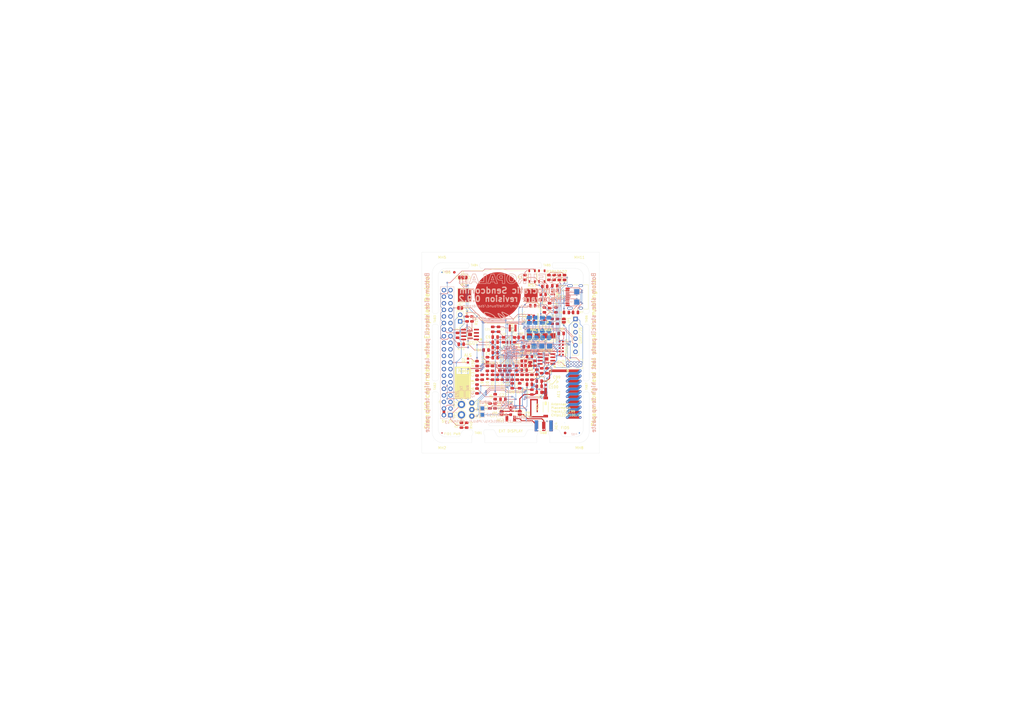
<source format=kicad_pcb>
(kicad_pcb (version 20171130) (host pcbnew 5.1.5+dfsg1-2build2)

  (general
    (thickness 1.6)
    (drawings 195)
    (tracks 1322)
    (zones 0)
    (modules 157)
    (nets 130)
  )

  (page A3)
  (title_block
    (title "Democratic Sendcomm")
    (date 2020-12-26)
    (rev 0.9.2)
    (company "Europalab Devices")
    (comment 1 "Copyright © 2020, Europalab Devices")
    (comment 2 "Fulfilling requirements of 20200210")
    (comment 3 "Pending quality assurance testing")
    (comment 4 "Release revision for manufacturing")
  )

  (layers
    (0 F.Cu signal)
    (1 In1.Cu power)
    (2 In2.Cu power)
    (31 B.Cu signal)
    (34 B.Paste user)
    (35 F.Paste user)
    (36 B.SilkS user)
    (37 F.SilkS user)
    (38 B.Mask user)
    (39 F.Mask user)
    (40 Dwgs.User user)
    (41 Cmts.User user)
    (44 Edge.Cuts user)
    (45 Margin user)
    (46 B.CrtYd user)
    (47 F.CrtYd user)
    (48 B.Fab user)
    (49 F.Fab user)
  )

  (setup
    (last_trace_width 0.127)
    (user_trace_width 0.1016)
    (user_trace_width 0.127)
    (user_trace_width 0.2)
    (user_trace_width 0.4)
    (user_trace_width 1.016)
    (trace_clearance 0.09)
    (zone_clearance 0.508)
    (zone_45_only no)
    (trace_min 0.09)
    (via_size 0.356)
    (via_drill 0.2)
    (via_min_size 0.356)
    (via_min_drill 0.2)
    (user_via 0.45 0.2)
    (user_via 0.6 0.3)
    (uvia_size 0.45)
    (uvia_drill 0.1)
    (uvias_allowed no)
    (uvia_min_size 0.45)
    (uvia_min_drill 0.1)
    (edge_width 0.1)
    (segment_width 0.1)
    (pcb_text_width 0.25)
    (pcb_text_size 1 1)
    (mod_edge_width 0.15)
    (mod_text_size 1 1)
    (mod_text_width 0.15)
    (pad_size 2 2)
    (pad_drill 0)
    (pad_to_mask_clearance 0)
    (aux_axis_origin 0 0)
    (visible_elements 7FFFFFFF)
    (pcbplotparams
      (layerselection 0x313fc_ffffffff)
      (usegerberextensions true)
      (usegerberattributes false)
      (usegerberadvancedattributes false)
      (creategerberjobfile false)
      (excludeedgelayer true)
      (linewidth 0.150000)
      (plotframeref false)
      (viasonmask false)
      (mode 1)
      (useauxorigin false)
      (hpglpennumber 1)
      (hpglpenspeed 20)
      (hpglpendiameter 15.000000)
      (psnegative false)
      (psa4output false)
      (plotreference true)
      (plotvalue true)
      (plotinvisibletext false)
      (padsonsilk false)
      (subtractmaskfromsilk false)
      (outputformat 1)
      (mirror false)
      (drillshape 0)
      (scaleselection 1)
      (outputdirectory "fabsingle"))
  )

  (net 0 "")
  (net 1 GND)
  (net 2 "Net-(AE1-Pad1)")
  (net 3 /Sheet5F53D5B4/RFSWPWR)
  (net 4 "Net-(C8-Pad1)")
  (net 5 /Sheet5F53D5B4/POWAMP)
  (net 6 "Net-(C13-Pad1)")
  (net 7 /Sheet5F53D5B4/HFOUT)
  (net 8 +3V3)
  (net 9 "Net-(C29-Pad1)")
  (net 10 /Sheet5F53D5B4/HPOUT)
  (net 11 /Sheet5F53D5B4/HFIN)
  (net 12 /Sheet5F53D5B4/BANDSEL)
  (net 13 "Net-(BT1-Pad1)")
  (net 14 /Sheet5F53D5B4/USB_BUS)
  (net 15 "Net-(C33-Pad1)")
  (net 16 "Net-(C34-Pad1)")
  (net 17 /Sheet5F53D5B4/CMDRST)
  (net 18 "Net-(D1-Pad2)")
  (net 19 "Net-(D1-Pad1)")
  (net 20 "Net-(D2-Pad1)")
  (net 21 "Net-(D2-Pad2)")
  (net 22 /Sheet5F53D5B4/USB_P)
  (net 23 /Sheet5F53D5B4/USB_N)
  (net 24 /Sheet60040980/ID_SD)
  (net 25 /Sheet60040980/ID_SC)
  (net 26 /Sheet5F53D5B4/SWDCLK)
  (net 27 "Net-(J3-Pad7)")
  (net 28 "Net-(J3-Pad8)")
  (net 29 "Net-(J4-Pad6)")
  (net 30 /Sheet5F53D5B4/CN_VBAT)
  (net 31 /Sheet5F53D5B4/XCEIV)
  (net 32 "Net-(AE5-Pad2)")
  (net 33 "Net-(C1-Pad1)")
  (net 34 "Net-(C7-Pad1)")
  (net 35 "Net-(C14-Pad1)")
  (net 36 "Net-(C17-Pad1)")
  (net 37 "Net-(C18-Pad2)")
  (net 38 "Net-(C19-Pad2)")
  (net 39 "Net-(C23-Pad2)")
  (net 40 "Net-(C23-Pad1)")
  (net 41 "Net-(C24-Pad1)")
  (net 42 "Net-(C24-Pad2)")
  (net 43 "Net-(C29-Pad2)")
  (net 44 "Net-(C33-Pad2)")
  (net 45 "Net-(C35-Pad2)")
  (net 46 "Net-(C40-Pad1)")
  (net 47 "Net-(J2-PadB5)")
  (net 48 "Net-(J2-PadA8)")
  (net 49 "Net-(J2-PadA5)")
  (net 50 "Net-(J2-PadB8)")
  (net 51 "Net-(J3-Pad2)")
  (net 52 "Net-(J3-Pad3)")
  (net 53 "Net-(J3-Pad5)")
  (net 54 "Net-(J3-Pad10)")
  (net 55 "Net-(J3-Pad11)")
  (net 56 "Net-(J3-Pad12)")
  (net 57 "Net-(J3-Pad13)")
  (net 58 "Net-(J3-Pad15)")
  (net 59 "Net-(J3-Pad16)")
  (net 60 "Net-(J3-Pad18)")
  (net 61 "Net-(J3-Pad19)")
  (net 62 "Net-(J3-Pad21)")
  (net 63 "Net-(J3-Pad22)")
  (net 64 "Net-(J3-Pad23)")
  (net 65 "Net-(J3-Pad24)")
  (net 66 "Net-(J3-Pad26)")
  (net 67 "Net-(J3-Pad29)")
  (net 68 "Net-(J3-Pad31)")
  (net 69 "Net-(J3-Pad32)")
  (net 70 "Net-(J3-Pad33)")
  (net 71 "Net-(J3-Pad35)")
  (net 72 "Net-(J3-Pad36)")
  (net 73 "Net-(J3-Pad38)")
  (net 74 "Net-(J3-Pad40)")
  (net 75 "Net-(J4-Pad7)")
  (net 76 "Net-(J4-Pad8)")
  (net 77 "Net-(J5-Pad2)")
  (net 78 "Net-(J5-Pad3)")
  (net 79 "Net-(J5-Pad6)")
  (net 80 "Net-(J6-Pad1)")
  (net 81 "Net-(L1-Pad2)")
  (net 82 "Net-(R3-Pad1)")
  (net 83 "Net-(R4-Pad1)")
  (net 84 "Net-(R4-Pad2)")
  (net 85 "Net-(U2-Pad5)")
  (net 86 "Net-(U3-PadG1)")
  (net 87 "Net-(U3-PadH1)")
  (net 88 "Net-(U3-PadE3)")
  (net 89 "Net-(U3-PadE4)")
  (net 90 "Net-(U3-PadF4)")
  (net 91 "Net-(U3-PadC7)")
  (net 92 "Net-(U3-PadD7)")
  (net 93 "Net-(U3-PadD8)")
  (net 94 "Net-(U5-Pad3)")
  (net 95 "Net-(U5-Pad4)")
  (net 96 "Net-(U8-Pad7)")
  (net 97 "Net-(U8-Pad3)")
  (net 98 "Net-(U8-Pad2)")
  (net 99 "Net-(U8-Pad1)")
  (net 100 "Net-(U9-Pad1)")
  (net 101 "Net-(U9-Pad2)")
  (net 102 "Net-(U9-Pad3)")
  (net 103 "Net-(U9-Pad7)")
  (net 104 /Sheet5F53D5B4/SWDIO)
  (net 105 "Net-(AE2-Pad1)")
  (net 106 "Net-(AE4-Pad1)")
  (net 107 "Net-(AE5-Pad1)")
  (net 108 "Net-(J6-Pad2)")
  (net 109 "Net-(J6-Pad3)")
  (net 110 "Net-(J6-Pad4)")
  (net 111 "Net-(J7-Pad1)")
  (net 112 "Net-(C95-Pad1)")
  (net 113 /TP_SCL)
  (net 114 /TP_SDA)
  (net 115 "Net-(J20-Pad6)")
  (net 116 "Net-(J20-Pad7)")
  (net 117 "Net-(J20-Pad8)")
  (net 118 "Net-(Q2-Pad2)")
  (net 119 EXT_UART_TX)
  (net 120 EXT_UART_RX)
  (net 121 USB_TST)
  (net 122 "Net-(TP13-Pad1)")
  (net 123 "Net-(C94-Pad2)")
  (net 124 /Sheet5F53D5B4/CRY_XIN-RSVD)
  (net 125 /Sheet5F53D5B4/CRY_XOUT-RSVD)
  (net 126 "Net-(C97-Pad1)")
  (net 127 "Net-(C101-Pad1)")
  (net 128 "Net-(D3-Pad2)")
  (net 129 "Net-(JP4-Pad1)")

  (net_class Default "This is the default net class."
    (clearance 0.09)
    (trace_width 0.09)
    (via_dia 0.356)
    (via_drill 0.2)
    (uvia_dia 0.45)
    (uvia_drill 0.1)
    (add_net +3V3)
    (add_net /Sheet5F53D5B4/BANDSEL)
    (add_net /Sheet5F53D5B4/CMDRST)
    (add_net /Sheet5F53D5B4/CN_VBAT)
    (add_net /Sheet5F53D5B4/CRY_XIN-RSVD)
    (add_net /Sheet5F53D5B4/CRY_XOUT-RSVD)
    (add_net /Sheet5F53D5B4/HFIN)
    (add_net /Sheet5F53D5B4/HFOUT)
    (add_net /Sheet5F53D5B4/HPOUT)
    (add_net /Sheet5F53D5B4/POWAMP)
    (add_net /Sheet5F53D5B4/RFSWPWR)
    (add_net /Sheet5F53D5B4/SWDCLK)
    (add_net /Sheet5F53D5B4/SWDIO)
    (add_net /Sheet5F53D5B4/USB_BUS)
    (add_net /Sheet5F53D5B4/USB_N)
    (add_net /Sheet5F53D5B4/USB_P)
    (add_net /Sheet5F53D5B4/XCEIV)
    (add_net /Sheet60040980/ID_SC)
    (add_net /Sheet60040980/ID_SD)
    (add_net /TP_SCL)
    (add_net /TP_SDA)
    (add_net EXT_UART_RX)
    (add_net EXT_UART_TX)
    (add_net GND)
    (add_net "Net-(AE1-Pad1)")
    (add_net "Net-(AE2-Pad1)")
    (add_net "Net-(AE4-Pad1)")
    (add_net "Net-(AE5-Pad1)")
    (add_net "Net-(AE5-Pad2)")
    (add_net "Net-(BT1-Pad1)")
    (add_net "Net-(C1-Pad1)")
    (add_net "Net-(C101-Pad1)")
    (add_net "Net-(C13-Pad1)")
    (add_net "Net-(C14-Pad1)")
    (add_net "Net-(C17-Pad1)")
    (add_net "Net-(C18-Pad2)")
    (add_net "Net-(C19-Pad2)")
    (add_net "Net-(C23-Pad1)")
    (add_net "Net-(C23-Pad2)")
    (add_net "Net-(C24-Pad1)")
    (add_net "Net-(C24-Pad2)")
    (add_net "Net-(C29-Pad1)")
    (add_net "Net-(C29-Pad2)")
    (add_net "Net-(C33-Pad1)")
    (add_net "Net-(C33-Pad2)")
    (add_net "Net-(C34-Pad1)")
    (add_net "Net-(C35-Pad2)")
    (add_net "Net-(C40-Pad1)")
    (add_net "Net-(C7-Pad1)")
    (add_net "Net-(C8-Pad1)")
    (add_net "Net-(C94-Pad2)")
    (add_net "Net-(C95-Pad1)")
    (add_net "Net-(C97-Pad1)")
    (add_net "Net-(D1-Pad1)")
    (add_net "Net-(D1-Pad2)")
    (add_net "Net-(D2-Pad1)")
    (add_net "Net-(D2-Pad2)")
    (add_net "Net-(D3-Pad2)")
    (add_net "Net-(J2-PadA5)")
    (add_net "Net-(J2-PadA8)")
    (add_net "Net-(J2-PadB5)")
    (add_net "Net-(J2-PadB8)")
    (add_net "Net-(J20-Pad6)")
    (add_net "Net-(J20-Pad7)")
    (add_net "Net-(J20-Pad8)")
    (add_net "Net-(J3-Pad10)")
    (add_net "Net-(J3-Pad11)")
    (add_net "Net-(J3-Pad12)")
    (add_net "Net-(J3-Pad13)")
    (add_net "Net-(J3-Pad15)")
    (add_net "Net-(J3-Pad16)")
    (add_net "Net-(J3-Pad18)")
    (add_net "Net-(J3-Pad19)")
    (add_net "Net-(J3-Pad2)")
    (add_net "Net-(J3-Pad21)")
    (add_net "Net-(J3-Pad22)")
    (add_net "Net-(J3-Pad23)")
    (add_net "Net-(J3-Pad24)")
    (add_net "Net-(J3-Pad26)")
    (add_net "Net-(J3-Pad29)")
    (add_net "Net-(J3-Pad3)")
    (add_net "Net-(J3-Pad31)")
    (add_net "Net-(J3-Pad32)")
    (add_net "Net-(J3-Pad33)")
    (add_net "Net-(J3-Pad35)")
    (add_net "Net-(J3-Pad36)")
    (add_net "Net-(J3-Pad38)")
    (add_net "Net-(J3-Pad40)")
    (add_net "Net-(J3-Pad5)")
    (add_net "Net-(J3-Pad7)")
    (add_net "Net-(J3-Pad8)")
    (add_net "Net-(J4-Pad6)")
    (add_net "Net-(J4-Pad7)")
    (add_net "Net-(J4-Pad8)")
    (add_net "Net-(J5-Pad2)")
    (add_net "Net-(J5-Pad3)")
    (add_net "Net-(J5-Pad6)")
    (add_net "Net-(J6-Pad1)")
    (add_net "Net-(J6-Pad2)")
    (add_net "Net-(J6-Pad3)")
    (add_net "Net-(J6-Pad4)")
    (add_net "Net-(J7-Pad1)")
    (add_net "Net-(JP4-Pad1)")
    (add_net "Net-(L1-Pad2)")
    (add_net "Net-(Q2-Pad2)")
    (add_net "Net-(R3-Pad1)")
    (add_net "Net-(R4-Pad1)")
    (add_net "Net-(R4-Pad2)")
    (add_net "Net-(TP13-Pad1)")
    (add_net "Net-(U2-Pad5)")
    (add_net "Net-(U3-PadC7)")
    (add_net "Net-(U3-PadD7)")
    (add_net "Net-(U3-PadD8)")
    (add_net "Net-(U3-PadE3)")
    (add_net "Net-(U3-PadE4)")
    (add_net "Net-(U3-PadF4)")
    (add_net "Net-(U3-PadG1)")
    (add_net "Net-(U3-PadH1)")
    (add_net "Net-(U5-Pad3)")
    (add_net "Net-(U5-Pad4)")
    (add_net "Net-(U8-Pad1)")
    (add_net "Net-(U8-Pad2)")
    (add_net "Net-(U8-Pad3)")
    (add_net "Net-(U8-Pad7)")
    (add_net "Net-(U9-Pad1)")
    (add_net "Net-(U9-Pad2)")
    (add_net "Net-(U9-Pad3)")
    (add_net "Net-(U9-Pad7)")
    (add_net USB_TST)
  )

  (net_class Power ""
    (clearance 0.2)
    (trace_width 0.5)
    (via_dia 1)
    (via_drill 0.7)
    (uvia_dia 0.5)
    (uvia_drill 0.1)
  )

  (module Connector_Coaxial:SMA_Samtec_SMA-J-P-X-ST-EM1_EdgeMount (layer F.Cu) (tedit 5FE90BFC) (tstamp 5F686FA8)
    (at 222.75 176.25)
    (descr "Connector SMA, 0Hz to 20GHz, 50Ohm, Edge Mount (http://suddendocs.samtec.com/prints/sma-j-p-x-st-em1-mkt.pdf)")
    (tags "SMA Straight Samtec Edge Mount")
    (path /5F5C0728/6000659E)
    (attr smd)
    (fp_text reference AE4 (at 4.75 0 90 unlocked) (layer F.SilkS)
      (effects (font (size 1 1) (thickness 0.15)))
    )
    (fp_text value Antenna_Shield (at 0 13) (layer F.Fab)
      (effects (font (size 1 1) (thickness 0.15)))
    )
    (fp_text user "Board Thickness: 1.57mm" (at 0 -5.45) (layer Cmts.User)
      (effects (font (size 1 1) (thickness 0.15)))
    )
    (fp_line (start 0.84 -1.71) (end 1.95 -1.71) (layer F.SilkS) (width 0.12))
    (fp_line (start -1.95 -1.71) (end -0.84 -1.71) (layer F.SilkS) (width 0.12))
    (fp_line (start 0.84 2) (end 1.95 2) (layer F.SilkS) (width 0.12))
    (fp_line (start -1.95 2) (end -0.84 2) (layer F.SilkS) (width 0.12))
    (fp_line (start 3.68 2.6) (end 3.68 12.12) (layer B.CrtYd) (width 0.05))
    (fp_line (start 4 2.6) (end 3.68 2.6) (layer B.CrtYd) (width 0.05))
    (fp_line (start -3.68 12.12) (end -3.68 2.6) (layer B.CrtYd) (width 0.05))
    (fp_line (start -3.68 2.6) (end -4 2.6) (layer B.CrtYd) (width 0.05))
    (fp_line (start 3.68 2.6) (end 3.68 12.12) (layer F.CrtYd) (width 0.05))
    (fp_line (start 3.68 2.6) (end 4 2.6) (layer F.CrtYd) (width 0.05))
    (fp_line (start -3.68 12.12) (end -3.68 2.6) (layer F.CrtYd) (width 0.05))
    (fp_line (start -3.68 2.6) (end -4 2.6) (layer F.CrtYd) (width 0.05))
    (fp_text user "PCB Edge" (at 0 2.6) (layer Dwgs.User)
      (effects (font (size 0.5 0.5) (thickness 0.1)))
    )
    (fp_line (start 4.1 2.1) (end -4.1 2.1) (layer Dwgs.User) (width 0.1))
    (fp_line (start -3.175 -1.71) (end -3.175 11.62) (layer F.Fab) (width 0.1))
    (fp_line (start -2.365 -1.71) (end -3.175 -1.71) (layer F.Fab) (width 0.1))
    (fp_line (start -2.365 2.1) (end -2.365 -1.71) (layer F.Fab) (width 0.1))
    (fp_line (start 2.365 2.1) (end -2.365 2.1) (layer F.Fab) (width 0.1))
    (fp_line (start 2.365 -1.71) (end 2.365 2.1) (layer F.Fab) (width 0.1))
    (fp_line (start 3.175 -1.71) (end 2.365 -1.71) (layer F.Fab) (width 0.1))
    (fp_line (start 3.175 -1.71) (end 3.175 11.62) (layer F.Fab) (width 0.1))
    (fp_line (start 3.165 11.62) (end -3.165 11.62) (layer F.Fab) (width 0.1))
    (fp_line (start -4 -2.6) (end 4 -2.6) (layer B.CrtYd) (width 0.05))
    (fp_line (start -4 2.6) (end -4 -2.6) (layer B.CrtYd) (width 0.05))
    (fp_line (start 3.68 12.12) (end -3.68 12.12) (layer B.CrtYd) (width 0.05))
    (fp_line (start 4 2.6) (end 4 -2.6) (layer B.CrtYd) (width 0.05))
    (fp_line (start -4 -2.6) (end 4 -2.6) (layer F.CrtYd) (width 0.05))
    (fp_line (start -4 2.6) (end -4 -2.6) (layer F.CrtYd) (width 0.05))
    (fp_line (start 3.68 12.12) (end -3.68 12.12) (layer F.CrtYd) (width 0.05))
    (fp_line (start 4 2.6) (end 4 -2.6) (layer F.CrtYd) (width 0.05))
    (fp_text user %R (at 0 4.29 180) (layer F.Fab)
      (effects (font (size 1 1) (thickness 0.15)))
    )
    (fp_line (start 0.64 2.1) (end 0 3.1) (layer F.Fab) (width 0.1))
    (fp_line (start 0 3.1) (end -0.64 2.1) (layer F.Fab) (width 0.1))
    (fp_line (start 0 -2.26) (end 0.25 -2.76) (layer F.SilkS) (width 0.12))
    (fp_line (start 0.25 -2.76) (end -0.25 -2.76) (layer F.SilkS) (width 0.12))
    (fp_line (start -0.25 -2.76) (end 0 -2.26) (layer F.SilkS) (width 0.12))
    (pad 1 smd rect (at 0 0.2) (size 1.27 3.6) (layers F.Cu F.Mask)
      (net 106 "Net-(AE4-Pad1)"))
    (pad 2 smd rect (at 2.825 0) (size 1.35 4.2) (layers F.Cu F.Mask)
      (net 1 GND))
    (pad 2 smd rect (at -2.825 0) (size 1.35 4.2) (layers F.Cu F.Mask)
      (net 1 GND))
    (pad 2 smd rect (at 2.825 0) (size 1.35 4.2) (layers B.Cu B.Mask)
      (net 1 GND))
    (pad 2 smd rect (at -2.825 0) (size 1.35 4.2) (layers B.Cu B.Mask)
      (net 1 GND))
    (model ${KISYS3DMOD}/Connector_Coaxial.3dshapes/SMA_Samtec_SMA-J-P-X-ST-EM1_EdgeMount.wrl
      (at (xyz 0 0 0))
      (scale (xyz 1 1 1))
      (rotate (xyz 0 0 0))
    )
    (model ${KIPRJMOD}/modules/packages3d/RF_Antenna.3dshapes/SMA-J-P-H-ST-EM1.wrl
      (offset (xyz 0 -4 0.5))
      (scale (xyz 0.4 0.4 0.4))
      (rotate (xyz 180 -90 0))
    )
  )

  (module Connector_PinHeader_2.54mm:PinHeader_1x06_P2.54mm_Vertical (layer F.Cu) (tedit 59FED5CC) (tstamp 5FF83409)
    (at 235 135)
    (descr "Through hole straight pin header, 1x06, 2.54mm pitch, single row")
    (tags "Through hole pin header THT 1x06 2.54mm single row")
    (path /60040981/6006812D)
    (fp_text reference J5 (at 2 5 90) (layer F.SilkS)
      (effects (font (size 1 1) (thickness 0.15)) (justify left))
    )
    (fp_text value Conn_01x06_Male (at 4.385 14.97) (layer F.Fab)
      (effects (font (size 1 1) (thickness 0.15)))
    )
    (fp_text user %R (at 2.77 6.35 90) (layer F.Fab)
      (effects (font (size 1 1) (thickness 0.15)))
    )
    (fp_line (start 1.8 -1.8) (end -1.8 -1.8) (layer F.CrtYd) (width 0.05))
    (fp_line (start 1.8 14.5) (end 1.8 -1.8) (layer F.CrtYd) (width 0.05))
    (fp_line (start -1.8 14.5) (end 1.8 14.5) (layer F.CrtYd) (width 0.05))
    (fp_line (start -1.8 -1.8) (end -1.8 14.5) (layer F.CrtYd) (width 0.05))
    (fp_line (start -1.33 -1.33) (end 0 -1.33) (layer F.SilkS) (width 0.12))
    (fp_line (start -1.33 0) (end -1.33 -1.33) (layer F.SilkS) (width 0.12))
    (fp_line (start -1.33 1.27) (end 1.33 1.27) (layer F.SilkS) (width 0.12))
    (fp_line (start 1.33 1.27) (end 1.33 14.03) (layer F.SilkS) (width 0.12))
    (fp_line (start -1.33 1.27) (end -1.33 14.03) (layer F.SilkS) (width 0.12))
    (fp_line (start -1.33 14.03) (end 1.33 14.03) (layer F.SilkS) (width 0.12))
    (fp_line (start -1.27 -0.635) (end -0.635 -1.27) (layer F.Fab) (width 0.1))
    (fp_line (start -1.27 13.97) (end -1.27 -0.635) (layer F.Fab) (width 0.1))
    (fp_line (start 1.27 13.97) (end -1.27 13.97) (layer F.Fab) (width 0.1))
    (fp_line (start 1.27 -1.27) (end 1.27 13.97) (layer F.Fab) (width 0.1))
    (fp_line (start -0.635 -1.27) (end 1.27 -1.27) (layer F.Fab) (width 0.1))
    (pad 6 thru_hole oval (at 0 12.7) (size 1.7 1.7) (drill 1) (layers *.Cu *.Mask)
      (net 79 "Net-(J5-Pad6)"))
    (pad 5 thru_hole oval (at 0 10.16) (size 1.7 1.7) (drill 1) (layers *.Cu *.Mask)
      (net 119 EXT_UART_TX))
    (pad 4 thru_hole oval (at 0 7.62) (size 1.7 1.7) (drill 1) (layers *.Cu *.Mask)
      (net 120 EXT_UART_RX))
    (pad 3 thru_hole oval (at 0 5.08) (size 1.7 1.7) (drill 1) (layers *.Cu *.Mask)
      (net 78 "Net-(J5-Pad3)"))
    (pad 2 thru_hole oval (at 0 2.54) (size 1.7 1.7) (drill 1) (layers *.Cu *.Mask)
      (net 77 "Net-(J5-Pad2)"))
    (pad 1 thru_hole rect (at 0 0) (size 1.7 1.7) (drill 1) (layers *.Cu *.Mask)
      (net 1 GND))
    (model ${KISYS3DMOD}/Connector_PinHeader_2.54mm.3dshapes/PinHeader_1x06_P2.54mm_Vertical.wrl
      (at (xyz 0 0 0))
      (scale (xyz 1 1 1))
      (rotate (xyz 0 0 0))
    )
  )

  (module RF_Antenna:Texas_SWRA416_868MHz_915MHz (layer F.Cu) (tedit 5CF40AFD) (tstamp 5F686F31)
    (at 231 164 270)
    (descr http://www.ti.com/lit/an/swra416/swra416.pdf)
    (tags "PCB antenna")
    (path /5F5C0728/60008187)
    (attr smd)
    (fp_text reference AE1 (at 0 2.5 90) (layer F.SilkS)
      (effects (font (size 1 1) (thickness 0.15)))
    )
    (fp_text value Antenna (at 0.1 -7.6 90) (layer F.Fab)
      (effects (font (size 1 1) (thickness 0.15)))
    )
    (fp_line (start 9.7 2.1) (end 6.2 5.7) (layer Dwgs.User) (width 0.12))
    (fp_line (start 9.7 0.1) (end 4.3 5.7) (layer Dwgs.User) (width 0.12))
    (fp_line (start 9.7 -1.9) (end 2.3 5.7) (layer Dwgs.User) (width 0.12))
    (fp_line (start 9.7 -3.9) (end 0.2 5.7) (layer Dwgs.User) (width 0.12))
    (fp_line (start 9.7 -5.9) (end -1.8 5.7) (layer Dwgs.User) (width 0.12))
    (fp_line (start 8.3 -6.5) (end -3.8 5.7) (layer Dwgs.User) (width 0.12))
    (fp_line (start 6.3 -6.5) (end -5.8 5.7) (layer Dwgs.User) (width 0.12))
    (fp_line (start 4.3 -6.5) (end -7.8 5.7) (layer Dwgs.User) (width 0.12))
    (fp_line (start -9.7 5.5) (end 2.3 -6.5) (layer Dwgs.User) (width 0.12))
    (fp_line (start -9.7 3.5) (end 0.3 -6.5) (layer Dwgs.User) (width 0.12))
    (fp_line (start -9.7 1.5) (end -1.7 -6.5) (layer Dwgs.User) (width 0.12))
    (fp_line (start -9.7 -0.5) (end -3.7 -6.5) (layer Dwgs.User) (width 0.12))
    (fp_line (start -9.7 -2.5) (end -5.7 -6.5) (layer Dwgs.User) (width 0.12))
    (fp_line (start -9.7 -4.5) (end -7.7 -6.5) (layer Dwgs.User) (width 0.12))
    (fp_line (start 9.7 -6.5) (end -9.7 -6.5) (layer Dwgs.User) (width 0.15))
    (fp_line (start 9.7 5.7) (end 9.7 -6.5) (layer Dwgs.User) (width 0.15))
    (fp_line (start -9.7 5.7) (end 9.7 5.7) (layer Dwgs.User) (width 0.15))
    (fp_line (start -9.7 -6.5) (end -9.7 5.7) (layer Dwgs.User) (width 0.15))
    (fp_line (start 7 -5.8) (end 8 -4.8) (layer B.Cu) (width 1))
    (fp_line (start 8 -1.8) (end 9 -0.8) (layer B.Cu) (width 1))
    (fp_line (start 8 -4.8) (end 8 -1.8) (layer B.Cu) (width 1))
    (fp_line (start 9 -5.8) (end 9 -0.8) (layer F.Cu) (width 1))
    (fp_line (start 5 -5.8) (end 6 -4.8) (layer B.Cu) (width 1))
    (fp_line (start 6 -1.8) (end 7 -0.8) (layer B.Cu) (width 1))
    (fp_line (start 6 -4.8) (end 6 -1.8) (layer B.Cu) (width 1))
    (fp_line (start 7 -5.8) (end 7 -0.8) (layer F.Cu) (width 1))
    (fp_line (start 3 -5.8) (end 4 -4.8) (layer B.Cu) (width 1))
    (fp_line (start 4 -1.8) (end 5 -0.8) (layer B.Cu) (width 1))
    (fp_line (start 4 -4.8) (end 4 -1.8) (layer B.Cu) (width 1))
    (fp_line (start 5 -5.8) (end 5 -0.8) (layer F.Cu) (width 1))
    (fp_line (start 1 -5.8) (end 2 -4.8) (layer B.Cu) (width 1))
    (fp_line (start 2 -1.8) (end 3 -0.8) (layer B.Cu) (width 1))
    (fp_line (start 2 -4.8) (end 2 -1.8) (layer B.Cu) (width 1))
    (fp_line (start 3 -5.8) (end 3 -0.8) (layer F.Cu) (width 1))
    (fp_line (start -1 -5.8) (end 0 -4.8) (layer B.Cu) (width 1))
    (fp_line (start 0 -1.8) (end 1 -0.8) (layer B.Cu) (width 1))
    (fp_line (start 0 -4.8) (end 0 -1.8) (layer B.Cu) (width 1))
    (fp_line (start 1 -5.8) (end 1 -0.8) (layer F.Cu) (width 1))
    (fp_line (start -3 -5.8) (end -2 -4.8) (layer B.Cu) (width 1))
    (fp_line (start -2 -1.8) (end -1 -0.8) (layer B.Cu) (width 1))
    (fp_line (start -2 -4.8) (end -2 -1.8) (layer B.Cu) (width 1))
    (fp_line (start -1 -5.8) (end -1 -0.8) (layer F.Cu) (width 1))
    (fp_line (start -4 -4.8) (end -4 -1.8) (layer B.Cu) (width 1))
    (fp_line (start -5 -5.8) (end -4 -4.8) (layer B.Cu) (width 1))
    (fp_line (start -4 -1.8) (end -3 -0.8) (layer B.Cu) (width 1))
    (fp_line (start -3 -5.8) (end -3 -0.8) (layer F.Cu) (width 1))
    (fp_line (start -6 -4.8) (end -6 -1.8) (layer B.Cu) (width 1))
    (fp_line (start -7 -5.8) (end -6 -4.8) (layer B.Cu) (width 1))
    (fp_line (start -6 -1.8) (end -5 -0.8) (layer B.Cu) (width 1))
    (fp_line (start -5 -5.8) (end -5 -0.8) (layer F.Cu) (width 1))
    (fp_line (start -7 -5.8) (end -7 -0.8) (layer F.Cu) (width 1))
    (fp_line (start -9 5.2) (end -9 -5.8) (layer F.Cu) (width 1))
    (fp_line (start -9 -5.8) (end -8 -4.8) (layer B.Cu) (width 1))
    (fp_line (start -8 -4.8) (end -8 -1.8) (layer B.Cu) (width 1))
    (fp_line (start -8 -1.8) (end -7 -0.8) (layer B.Cu) (width 1))
    (fp_line (start 9.7 4.1) (end 8.2 5.7) (layer Dwgs.User) (width 0.12))
    (fp_line (start -9.9 -6.7) (end -9.9 5.9) (layer F.CrtYd) (width 0.05))
    (fp_line (start -9.9 5.9) (end 9.9 5.9) (layer F.CrtYd) (width 0.05))
    (fp_line (start 9.9 5.9) (end 9.9 -6.7) (layer F.CrtYd) (width 0.05))
    (fp_line (start 9.9 -6.7) (end -9.9 -6.7) (layer F.CrtYd) (width 0.05))
    (fp_line (start 9.9 -6.7) (end -9.9 -6.7) (layer B.CrtYd) (width 0.05))
    (fp_line (start 9.9 5.9) (end 9.9 -6.7) (layer B.CrtYd) (width 0.05))
    (fp_line (start -9.9 -6.7) (end -9.9 5.9) (layer B.CrtYd) (width 0.05))
    (fp_line (start -9.9 5.9) (end 9.9 5.9) (layer B.CrtYd) (width 0.05))
    (fp_text user "KEEP-OUT ZONE" (at 1 -2.8 90) (layer Cmts.User)
      (effects (font (size 1 1) (thickness 0.15)))
    )
    (fp_text user "No metal, traces or " (at 1 0.2 90) (layer Cmts.User)
      (effects (font (size 1 1) (thickness 0.15)))
    )
    (fp_text user "any components on" (at 1 2.2 90) (layer Cmts.User)
      (effects (font (size 1 1) (thickness 0.15)))
    )
    (fp_text user " any PCB layer." (at 1 4.2 90) (layer Cmts.User)
      (effects (font (size 1 1) (thickness 0.15)))
    )
    (fp_text user %R (at -0.4 6.6 90) (layer F.Fab)
      (effects (font (size 1 1) (thickness 0.15)))
    )
    (pad "" thru_hole circle (at 9 -0.8 90) (size 1 1) (drill 0.4) (layers *.Cu))
    (pad "" thru_hole circle (at 9 -5.8 90) (size 1 1) (drill 0.4) (layers *.Cu))
    (pad "" thru_hole circle (at 7 -5.8 90) (size 1 1) (drill 0.4) (layers *.Cu))
    (pad "" thru_hole circle (at 7 -0.8 90) (size 1 1) (drill 0.4) (layers *.Cu))
    (pad "" thru_hole circle (at 5 -0.8 90) (size 1 1) (drill 0.4) (layers *.Cu))
    (pad "" thru_hole circle (at 5 -5.8 90) (size 1 1) (drill 0.4) (layers *.Cu))
    (pad "" thru_hole circle (at 3 -0.8 90) (size 1 1) (drill 0.4) (layers *.Cu))
    (pad "" thru_hole circle (at 3 -5.8 90) (size 1 1) (drill 0.4) (layers *.Cu))
    (pad "" thru_hole circle (at 1 -5.8 90) (size 1 1) (drill 0.4) (layers *.Cu))
    (pad "" thru_hole circle (at 1 -0.8 90) (size 1 1) (drill 0.4) (layers *.Cu))
    (pad "" thru_hole circle (at -1 -0.8 90) (size 1 1) (drill 0.4) (layers *.Cu))
    (pad "" thru_hole circle (at -1 -5.8 90) (size 1 1) (drill 0.4) (layers *.Cu))
    (pad "" thru_hole circle (at -3 -5.8 90) (size 1 1) (drill 0.4) (layers *.Cu))
    (pad "" thru_hole circle (at -3 -0.8 90) (size 1 1) (drill 0.4) (layers *.Cu))
    (pad "" thru_hole circle (at -5 -0.8 90) (size 1 1) (drill 0.4) (layers *.Cu))
    (pad "" thru_hole circle (at -5 -5.8 90) (size 1 1) (drill 0.4) (layers *.Cu))
    (pad "" thru_hole circle (at -7 -5.8 90) (size 1 1) (drill 0.4) (layers *.Cu))
    (pad "" thru_hole circle (at -7 -0.8 90) (size 1 1) (drill 0.4) (layers *.Cu))
    (pad "" thru_hole circle (at -9 -5.8 90) (size 1 1) (drill 0.4) (layers *.Cu))
    (pad 1 smd trapezoid (at -9 5.9 90) (size 0.4 0.8) (rect_delta 0 0.3 ) (layers F.Cu)
      (net 2 "Net-(AE1-Pad1)"))
  )

  (module Elabdev:Panel_Mousetab_25mm_Single (layer F.Cu) (tedit 5CD9E502) (tstamp 5FEC726C)
    (at 222.5 179 90)
    (path /5CD9EB0D)
    (fp_text reference TAB8 (at 0 0) (layer F.SilkS)
      (effects (font (size 0.8 0.8) (thickness 0.13)))
    )
    (fp_text value Pantab (at -3.25 0 180) (layer F.Fab)
      (effects (font (size 1 1) (thickness 0.15)))
    )
    (fp_line (start 1.25 -2.2) (end 1.25 2.2) (layer F.Fab) (width 0.15))
    (fp_line (start -1.25 -2.2) (end -1.25 2.2) (layer F.Fab) (width 0.15))
    (fp_line (start 2.1 -2.6) (end 2.1 2.6) (layer F.CrtYd) (width 0.15))
    (fp_line (start 2.1 2.6) (end -2.1 2.6) (layer F.CrtYd) (width 0.15))
    (fp_line (start -2.1 2.6) (end -2.1 -2.6) (layer F.CrtYd) (width 0.15))
    (fp_line (start -2.1 -2.6) (end 2.1 -2.6) (layer F.CrtYd) (width 0.15))
    (pad "" np_thru_hole circle (at 1.35 2 90) (size 0.5 0.5) (drill 0.5) (layers *.Cu))
    (pad "" np_thru_hole circle (at 1.35 1.2 90) (size 0.5 0.5) (drill 0.5) (layers *.Cu))
    (pad "" np_thru_hole circle (at 1.35 0.4 90) (size 0.5 0.5) (drill 0.5) (layers *.Cu))
    (pad "" np_thru_hole circle (at 1.35 -0.4 90) (size 0.5 0.5) (drill 0.5) (layers *.Cu))
    (pad "" np_thru_hole circle (at 1.35 -1.2 90) (size 0.5 0.5) (drill 0.5) (layers *.Cu))
    (pad "" np_thru_hole circle (at 1.35 -2 90) (size 0.5 0.5) (drill 0.5) (layers *.Cu))
  )

  (module Capacitor_SMD:C_0805_2012Metric (layer F.Cu) (tedit 5B36C52B) (tstamp 5FEB8111)
    (at 211.5 143.0625 270)
    (descr "Capacitor SMD 0805 (2012 Metric), square (rectangular) end terminal, IPC_7351 nominal, (Body size source: https://docs.google.com/spreadsheets/d/1BsfQQcO9C6DZCsRaXUlFlo91Tg2WpOkGARC1WS5S8t0/edit?usp=sharing), generated with kicad-footprint-generator")
    (tags capacitor)
    (path /5F53D5B5/5F609CF5)
    (attr smd)
    (fp_text reference C19 (at -2.0625 0 180) (layer F.SilkS)
      (effects (font (size 0.7 0.7) (thickness 0.1)))
    )
    (fp_text value 18pF (at 0 1.65 90) (layer F.Fab)
      (effects (font (size 1 1) (thickness 0.15)))
    )
    (fp_line (start -1 0.6) (end -1 -0.6) (layer F.Fab) (width 0.1))
    (fp_line (start -1 -0.6) (end 1 -0.6) (layer F.Fab) (width 0.1))
    (fp_line (start 1 -0.6) (end 1 0.6) (layer F.Fab) (width 0.1))
    (fp_line (start 1 0.6) (end -1 0.6) (layer F.Fab) (width 0.1))
    (fp_line (start -0.258578 -0.71) (end 0.258578 -0.71) (layer F.SilkS) (width 0.12))
    (fp_line (start -0.258578 0.71) (end 0.258578 0.71) (layer F.SilkS) (width 0.12))
    (fp_line (start -1.68 0.95) (end -1.68 -0.95) (layer F.CrtYd) (width 0.05))
    (fp_line (start -1.68 -0.95) (end 1.68 -0.95) (layer F.CrtYd) (width 0.05))
    (fp_line (start 1.68 -0.95) (end 1.68 0.95) (layer F.CrtYd) (width 0.05))
    (fp_line (start 1.68 0.95) (end -1.68 0.95) (layer F.CrtYd) (width 0.05))
    (fp_text user %R (at 0 0 90) (layer F.Fab)
      (effects (font (size 0.5 0.5) (thickness 0.08)))
    )
    (pad 1 smd roundrect (at -0.9375 0 270) (size 0.975 1.4) (layers F.Cu F.Paste F.Mask) (roundrect_rratio 0.25)
      (net 1 GND))
    (pad 2 smd roundrect (at 0.9375 0 270) (size 0.975 1.4) (layers F.Cu F.Paste F.Mask) (roundrect_rratio 0.25)
      (net 38 "Net-(C19-Pad2)"))
    (model ${KISYS3DMOD}/Capacitor_SMD.3dshapes/C_0805_2012Metric.wrl
      (at (xyz 0 0 0))
      (scale (xyz 1 1 1))
      (rotate (xyz 0 0 0))
    )
  )

  (module Elabdev:Meinkuerz_sign_480dpi (layer B.Cu) (tedit 0) (tstamp 5FBE809B)
    (at 202 134 180)
    (fp_text reference G1 (at 0 0) (layer B.SilkS) hide
      (effects (font (size 1.524 1.524) (thickness 0.3)) (justify mirror))
    )
    (fp_text value Meinkuerzel_signature (at 0.75 0) (layer B.SilkS) hide
      (effects (font (size 1.524 1.524) (thickness 0.3)) (justify mirror))
    )
    (fp_poly (pts (xy 7.849084 1.675651) (xy 8.303148 1.632827) (xy 8.685942 1.550363) (xy 8.876057 1.481326)
      (xy 9.07938 1.34976) (xy 9.204465 1.178624) (xy 9.241225 0.986809) (xy 9.210768 0.854557)
      (xy 9.078684 0.643748) (xy 8.864557 0.429964) (xy 8.589687 0.233059) (xy 8.471807 0.165759)
      (xy 8.232808 0.053863) (xy 7.923436 -0.068816) (xy 7.576824 -0.190996) (xy 7.226108 -0.301392)
      (xy 6.904421 -0.388723) (xy 6.731621 -0.426811) (xy 6.398868 -0.490816) (xy 6.556265 -0.586535)
      (xy 6.736632 -0.743549) (xy 6.819572 -0.938245) (xy 6.82625 -1.022915) (xy 6.780462 -1.15416)
      (xy 6.660466 -1.295963) (xy 6.49231 -1.424979) (xy 6.30204 -1.517866) (xy 6.258842 -1.531402)
      (xy 6.0446 -1.569955) (xy 5.805186 -1.581627) (xy 5.582286 -1.566858) (xy 5.417587 -1.526091)
      (xy 5.409578 -1.522402) (xy 5.285381 -1.409276) (xy 5.232727 -1.237525) (xy 5.243042 -1.133742)
      (xy 5.545646 -1.133742) (xy 5.569322 -1.243922) (xy 5.599007 -1.270742) (xy 5.725804 -1.30367)
      (xy 5.911501 -1.301091) (xy 6.117136 -1.267785) (xy 6.303743 -1.20853) (xy 6.368163 -1.176419)
      (xy 6.483421 -1.090411) (xy 6.547775 -1.006994) (xy 6.550669 -0.996984) (xy 6.519163 -0.903747)
      (xy 6.404517 -0.814537) (xy 6.229026 -0.742568) (xy 6.060328 -0.706358) (xy 5.903418 -0.693399)
      (xy 5.806355 -0.717484) (xy 5.726223 -0.79035) (xy 5.718194 -0.79992) (xy 5.596762 -0.979847)
      (xy 5.545646 -1.133742) (xy 5.243042 -1.133742) (xy 5.253531 -1.028227) (xy 5.344918 -0.810631)
      (xy 5.442538 -0.642303) (xy 5.295353 -0.646487) (xy 5.12125 -0.625399) (xy 5.035885 -0.550663)
      (xy 5.027083 -0.501447) (xy 5.075804 -0.410776) (xy 5.222941 -0.351671) (xy 5.469958 -0.32355)
      (xy 5.476875 -0.323261) (xy 5.599677 -0.314345) (xy 5.697993 -0.289875) (xy 5.794712 -0.235966)
      (xy 5.912725 -0.138734) (xy 6.074923 0.015705) (xy 6.138333 0.077935) (xy 6.357426 0.284825)
      (xy 6.520758 0.415811) (xy 6.63982 0.476704) (xy 6.726105 0.473318) (xy 6.791106 0.411464)
      (xy 6.792772 0.408883) (xy 6.813029 0.349999) (xy 6.787897 0.281807) (xy 6.704882 0.184844)
      (xy 6.561666 0.048946) (xy 6.270625 -0.217166) (xy 6.532899 -0.183078) (xy 6.900304 -0.115245)
      (xy 7.289474 -0.008645) (xy 7.678243 0.127507) (xy 8.044445 0.283994) (xy 8.365914 0.451601)
      (xy 8.620483 0.621112) (xy 8.749193 0.738377) (xy 8.856936 0.865956) (xy 8.92727 0.965202)
      (xy 8.942916 1.001728) (xy 8.895983 1.084773) (xy 8.773369 1.176095) (xy 8.602358 1.259484)
      (xy 8.410231 1.318727) (xy 8.408998 1.318992) (xy 8.149682 1.354937) (xy 7.8128 1.371973)
      (xy 7.424917 1.370093) (xy 7.012599 1.349291) (xy 6.686734 1.319437) (xy 6.066773 1.222977)
      (xy 5.517194 1.081213) (xy 5.043989 0.897075) (xy 4.653152 0.673494) (xy 4.350673 0.413401)
      (xy 4.142546 0.119727) (xy 4.114637 0.061443) (xy 4.047094 -0.15251) (xy 4.06025 -0.336634)
      (xy 4.160207 -0.518581) (xy 4.270456 -0.644496) (xy 4.390411 -0.79173) (xy 4.431252 -0.900383)
      (xy 4.427296 -0.922309) (xy 4.357272 -0.99719) (xy 4.242023 -0.977517) (xy 4.082983 -0.863726)
      (xy 4.010682 -0.795217) (xy 3.879838 -0.680755) (xy 3.765594 -0.608691) (xy 3.712637 -0.594925)
      (xy 3.6215 -0.594723) (xy 3.455888 -0.585507) (xy 3.246599 -0.569127) (xy 3.175 -0.562633)
      (xy 2.951086 -0.544014) (xy 2.793821 -0.54282) (xy 2.664643 -0.565021) (xy 2.524987 -0.61659)
      (xy 2.371034 -0.687127) (xy 2.100169 -0.795663) (xy 1.89262 -0.837972) (xy 1.841867 -0.837015)
      (xy 1.72083 -0.812158) (xy 1.663036 -0.745697) (xy 1.637803 -0.635) (xy 1.623821 -0.491701)
      (xy 1.628566 -0.389706) (xy 1.630235 -0.383646) (xy 1.692219 -0.322789) (xy 1.789679 -0.330876)
      (xy 1.885465 -0.399867) (xy 1.916539 -0.445597) (xy 1.984375 -0.573694) (xy 2.371569 -0.384068)
      (xy 2.758764 -0.194442) (xy 3.165319 -0.256321) (xy 3.413597 -0.293214) (xy 3.576071 -0.310583)
      (xy 3.67165 -0.304292) (xy 3.719238 -0.270208) (xy 3.737742 -0.204195) (xy 3.744012 -0.129767)
      (xy 3.817818 0.177969) (xy 3.989413 0.470621) (xy 4.251219 0.74303) (xy 4.595656 0.99004)
      (xy 5.015149 1.206492) (xy 5.502117 1.387229) (xy 6.048984 1.527094) (xy 6.228561 1.561184)
      (xy 6.794861 1.64034) (xy 7.340678 1.678326) (xy 7.849084 1.675651)) (layer B.SilkS) (width 0.01))
    (fp_poly (pts (xy -4.580024 1.756567) (xy -4.544854 1.74305) (xy -4.466016 1.67622) (xy -4.437143 1.580417)
      (xy -4.461964 1.447967) (xy -4.544204 1.271201) (xy -4.68759 1.042447) (xy -4.895848 0.754033)
      (xy -5.172705 0.39829) (xy -5.237349 0.3175) (xy -5.411926 0.098408) (xy -5.577817 -0.112809)
      (xy -5.714811 -0.290245) (xy -5.794689 -0.396875) (xy -5.948296 -0.608542) (xy -5.791961 -0.468507)
      (xy -5.700695 -0.392772) (xy -5.541009 -0.266466) (xy -5.329307 -0.10231) (xy -5.081994 0.086977)
      (xy -4.815472 0.288675) (xy -4.815417 0.288716) (xy -4.345432 0.631252) (xy -3.946225 0.897872)
      (xy -3.615767 1.089474) (xy -3.352032 1.206955) (xy -3.152989 1.251211) (xy -3.016612 1.223138)
      (xy -2.940872 1.123633) (xy -2.939055 1.118116) (xy -2.92791 1.023519) (xy -2.955738 0.908417)
      (xy -3.029742 0.759005) (xy -3.157121 0.561475) (xy -3.345079 0.302021) (xy -3.409058 0.217037)
      (xy -3.654587 -0.113597) (xy -3.860834 -0.404313) (xy -4.022275 -0.646491) (xy -4.133388 -0.831509)
      (xy -4.188652 -0.950744) (xy -4.185335 -0.994958) (xy -4.120655 -0.981486) (xy -3.976478 -0.932768)
      (xy -3.770527 -0.855371) (xy -3.520529 -0.755864) (xy -3.349225 -0.685128) (xy -3.06462 -0.570045)
      (xy -2.797019 -0.469163) (xy -2.569108 -0.390505) (xy -2.403576 -0.342097) (xy -2.349431 -0.331513)
      (xy -2.183877 -0.291941) (xy -2.07811 -0.206425) (xy -2.041672 -0.151915) (xy -1.850086 0.096101)
      (xy -1.567603 0.354844) (xy -1.207453 0.616123) (xy -0.78287 0.87175) (xy -0.307084 1.113536)
      (xy 0.206672 1.333293) (xy 0.574448 1.467145) (xy 0.853452 1.556991) (xy 1.074831 1.61415)
      (xy 1.278935 1.645957) (xy 1.506112 1.659747) (xy 1.647661 1.662241) (xy 1.89537 1.661355)
      (xy 2.061526 1.650821) (xy 2.170245 1.626908) (xy 2.245641 1.585888) (xy 2.269431 1.566069)
      (xy 2.364656 1.413892) (xy 2.378536 1.21834) (xy 2.31231 1.002224) (xy 2.231511 0.867835)
      (xy 2.055394 0.653788) (xy 1.846452 0.444397) (xy 1.622129 0.252501) (xy 1.399873 0.090942)
      (xy 1.19713 -0.02744) (xy 1.031346 -0.089804) (xy 0.931657 -0.088852) (xy 0.853749 -0.025156)
      (xy 0.874571 0.06423) (xy 0.991583 0.174246) (xy 1.09802 0.242886) (xy 1.314624 0.387246)
      (xy 1.527802 0.560014) (xy 1.72429 0.746283) (xy 1.890825 0.931146) (xy 2.014146 1.099697)
      (xy 2.080988 1.237027) (xy 2.078088 1.32823) (xy 2.071165 1.336667) (xy 1.954541 1.387475)
      (xy 1.756832 1.400928) (xy 1.494763 1.380087) (xy 1.185063 1.328013) (xy 0.844457 1.247766)
      (xy 0.489674 1.142406) (xy 0.137439 1.014995) (xy -0.00172 0.957368) (xy -0.385109 0.777304)
      (xy -0.74297 0.581237) (xy -1.065571 0.377182) (xy -1.343179 0.173152) (xy -1.566062 -0.022838)
      (xy -1.724487 -0.202776) (xy -1.808722 -0.358647) (xy -1.809035 -0.482438) (xy -1.789329 -0.514562)
      (xy -1.69188 -0.558953) (xy -1.49842 -0.578536) (xy -1.2158 -0.573404) (xy -0.850872 -0.543648)
      (xy -0.464887 -0.496867) (xy -0.056607 -0.452123) (xy 0.260382 -0.442712) (xy 0.494773 -0.469264)
      (xy 0.655256 -0.532408) (xy 0.714552 -0.58228) (xy 0.776217 -0.725165) (xy 0.746162 -0.908878)
      (xy 0.632079 -1.115352) (xy 0.45893 -1.290216) (xy 0.2117 -1.450188) (xy -0.085638 -1.588107)
      (xy -0.409112 -1.696809) (xy -0.734748 -1.769134) (xy -1.038572 -1.797919) (xy -1.296612 -1.776003)
      (xy -1.42875 -1.731015) (xy -1.546706 -1.617759) (xy -1.577815 -1.519827) (xy -1.560687 -1.389395)
      (xy -1.486335 -1.336349) (xy -1.378138 -1.369493) (xy -1.317893 -1.421952) (xy -1.19986 -1.505637)
      (xy -1.092449 -1.534584) (xy -0.859949 -1.513387) (xy -0.579373 -1.457345) (xy -0.297878 -1.377776)
      (xy -0.068589 -1.288836) (xy 0.116249 -1.181832) (xy 0.284174 -1.050661) (xy 0.411262 -0.917533)
      (xy 0.473586 -0.804658) (xy 0.47625 -0.783054) (xy 0.425256 -0.757675) (xy 0.277287 -0.748743)
      (xy 0.039858 -0.755912) (xy -0.279513 -0.778835) (xy -0.673311 -0.817167) (xy -0.956033 -0.849048)
      (xy -1.308534 -0.882196) (xy -1.57585 -0.8857) (xy -1.774982 -0.85746) (xy -1.922933 -0.795374)
      (xy -2.017888 -0.717835) (xy -2.096716 -0.653738) (xy -2.190635 -0.62131) (xy -2.313833 -0.623423)
      (xy -2.480498 -0.662945) (xy -2.704818 -0.742748) (xy -3.00098 -0.865702) (xy -3.216817 -0.960383)
      (xy -3.585839 -1.11854) (xy -3.874386 -1.227749) (xy -4.094462 -1.290524) (xy -4.258069 -1.309381)
      (xy -4.377212 -1.286836) (xy -4.463891 -1.225404) (xy -4.466704 -1.222337) (xy -4.518051 -1.14061)
      (xy -4.530831 -1.040781) (xy -4.500098 -0.912213) (xy -4.420902 -0.744269) (xy -4.288295 -0.526313)
      (xy -4.097327 -0.247708) (xy -3.863138 0.07498) (xy -3.679345 0.325213) (xy -3.519393 0.545064)
      (xy -3.393108 0.720859) (xy -3.310313 0.838921) (xy -3.280834 0.885525) (xy -3.323557 0.888476)
      (xy -3.399896 0.869711) (xy -3.542096 0.805036) (xy -3.750284 0.678102) (xy -4.027571 0.486762)
      (xy -4.377062 0.228867) (xy -4.801868 -0.097732) (xy -4.81991 -0.111817) (xy -5.187034 -0.396401)
      (xy -5.482932 -0.620081) (xy -5.717862 -0.789492) (xy -5.902078 -0.911266) (xy -6.045837 -0.99204)
      (xy -6.159396 -1.038447) (xy -6.25301 -1.057121) (xy -6.283148 -1.058333) (xy -6.40378 -1.045849)
      (xy -6.450441 -0.994435) (xy -6.455563 -0.939271) (xy -6.445942 -0.865735) (xy -6.412644 -0.776476)
      (xy -6.348546 -0.66103) (xy -6.24652 -0.508935) (xy -6.099443 -0.309727) (xy -5.90019 -0.052942)
      (xy -5.641635 0.271882) (xy -5.570553 0.360397) (xy -5.363566 0.620769) (xy -5.174974 0.863504)
      (xy -5.016826 1.072659) (xy -4.901172 1.23229) (xy -4.84006 1.326453) (xy -4.839117 1.328251)
      (xy -4.786636 1.436383) (xy -4.790145 1.473528) (xy -4.856494 1.462433) (xy -4.877731 1.456477)
      (xy -4.973599 1.420322) (xy -5.140081 1.348706) (xy -5.352621 1.252468) (xy -5.55625 1.156974)
      (xy -6.094525 0.881508) (xy -6.644499 0.565345) (xy -7.182748 0.223911) (xy -7.685848 -0.12737)
      (xy -8.130378 -0.473072) (xy -8.424687 -0.732038) (xy -8.650145 -0.95487) (xy -8.800069 -1.131002)
      (xy -8.884377 -1.276175) (xy -8.912984 -1.406131) (xy -8.905425 -1.495188) (xy -8.906488 -1.61853)
      (xy -8.964006 -1.672137) (xy -9.075823 -1.672519) (xy -9.156792 -1.593028) (xy -9.200558 -1.456755)
      (xy -9.200763 -1.286789) (xy -9.151052 -1.106218) (xy -9.131299 -1.06447) (xy -9.024915 -0.913844)
      (xy -8.843627 -0.718433) (xy -8.601654 -0.490528) (xy -8.313213 -0.242422) (xy -7.992524 0.013592)
      (xy -7.653804 0.265222) (xy -7.3545 0.471681) (xy -6.896098 0.764541) (xy -6.449337 1.028776)
      (xy -6.024338 1.259805) (xy -5.631223 1.453048) (xy -5.280112 1.603926) (xy -4.981128 1.707858)
      (xy -4.744392 1.760265) (xy -4.580024 1.756567)) (layer B.SilkS) (width 0.01))
  )

  (module Elabdev:Panel_Mousetab_25mm_Single (layer F.Cu) (tedit 5CD9E59A) (tstamp 5FBE7343)
    (at 224 114.25 270)
    (path /5CD5C3A7)
    (fp_text reference TAB5 (at 0 0 180) (layer F.SilkS)
      (effects (font (size 0.8 0.8) (thickness 0.13)))
    )
    (fp_text value Pantab (at 0 -3.5 270) (layer F.Fab)
      (effects (font (size 1 1) (thickness 0.15)))
    )
    (fp_line (start -2.1 -2.6) (end 2.1 -2.6) (layer F.CrtYd) (width 0.15))
    (fp_line (start -2.1 2.6) (end -2.1 -2.6) (layer F.CrtYd) (width 0.15))
    (fp_line (start 2.1 2.6) (end -2.1 2.6) (layer F.CrtYd) (width 0.15))
    (fp_line (start 2.1 -2.6) (end 2.1 2.6) (layer F.CrtYd) (width 0.15))
    (fp_line (start -1.25 -2.2) (end -1.25 2.2) (layer F.Fab) (width 0.15))
    (fp_line (start 1.25 -2.2) (end 1.25 2.2) (layer F.Fab) (width 0.15))
    (pad "" np_thru_hole circle (at 1.35 -2 270) (size 0.5 0.5) (drill 0.5) (layers *.Cu))
    (pad "" np_thru_hole circle (at 1.35 -1.2 270) (size 0.5 0.5) (drill 0.5) (layers *.Cu))
    (pad "" np_thru_hole circle (at 1.35 -0.4 270) (size 0.5 0.5) (drill 0.5) (layers *.Cu))
    (pad "" np_thru_hole circle (at 1.35 0.4 270) (size 0.5 0.5) (drill 0.5) (layers *.Cu))
    (pad "" np_thru_hole circle (at 1.35 1.2 270) (size 0.5 0.5) (drill 0.5) (layers *.Cu))
    (pad "" np_thru_hole circle (at 1.35 2 270) (size 0.5 0.5) (drill 0.5) (layers *.Cu))
  )

  (module Elabdev:Elablogoslk-Gfx (layer B.Cu) (tedit 0) (tstamp 5FBDF7AF)
    (at 210 119.5 180)
    (fp_text reference G** (at 0 0) (layer B.SilkS) hide
      (effects (font (size 1.524 1.524) (thickness 0.3)) (justify mirror))
    )
    (fp_text value Elablogoslk (at 0.75 0) (layer B.SilkS) hide
      (effects (font (size 1.524 1.524) (thickness 0.3)) (justify mirror))
    )
    (fp_poly (pts (xy -15.405836 -0.675184) (xy -15.287483 -0.702055) (xy -15.188143 -0.754619) (xy -15.108772 -0.827765)
      (xy -15.050327 -0.916382) (xy -15.013763 -1.015359) (xy -15.000037 -1.119584) (xy -15.010104 -1.223945)
      (xy -15.04492 -1.323332) (xy -15.105441 -1.412633) (xy -15.192623 -1.486737) (xy -15.24833 -1.517344)
      (xy -15.356716 -1.550357) (xy -15.476625 -1.557984) (xy -15.592872 -1.539403) (xy -15.602283 -1.53653)
      (xy -15.678123 -1.497127) (xy -15.752493 -1.432517) (xy -15.815972 -1.352895) (xy -15.859141 -1.268459)
      (xy -15.864155 -1.2531) (xy -15.88425 -1.176683) (xy -15.891257 -1.117668) (xy -15.885212 -1.059627)
      (xy -15.866149 -0.986134) (xy -15.864727 -0.981328) (xy -15.815988 -0.8777) (xy -15.739972 -0.790432)
      (xy -15.643773 -0.72426) (xy -15.534487 -0.683915) (xy -15.419207 -0.674131) (xy -15.405836 -0.675184)) (layer B.Mask) (width 0.01))
    (fp_poly (pts (xy 17.476107 1.827609) (xy 17.687258 1.825899) (xy 17.865618 1.824237) (xy 18.014678 1.822477)
      (xy 18.137934 1.82047) (xy 18.238879 1.818068) (xy 18.321005 1.815122) (xy 18.387806 1.811484)
      (xy 18.442776 1.807007) (xy 18.489407 1.801541) (xy 18.531194 1.794939) (xy 18.57163 1.787052)
      (xy 18.6055 1.779685) (xy 18.771822 1.733432) (xy 18.923911 1.673315) (xy 19.054677 1.602656)
      (xy 19.157033 1.524776) (xy 19.164226 1.5179) (xy 19.246251 1.417951) (xy 19.315464 1.294688)
      (xy 19.365371 1.16053) (xy 19.377923 1.109275) (xy 19.39052 1.010407) (xy 19.393203 0.893754)
      (xy 19.386762 0.771789) (xy 19.371983 0.656983) (xy 19.349655 0.561808) (xy 19.341939 0.539811)
      (xy 19.283862 0.430962) (xy 19.19941 0.326298) (xy 19.097976 0.236127) (xy 19.019624 0.185927)
      (xy 18.914298 0.12941) (xy 18.968542 0.109123) (xy 19.093064 0.054672) (xy 19.194891 -0.009335)
      (xy 19.285933 -0.089714) (xy 19.390804 -0.214403) (xy 19.467199 -0.350129) (xy 19.516977 -0.501894)
      (xy 19.541997 -0.674698) (xy 19.545898 -0.789214) (xy 19.53245 -0.987132) (xy 19.491752 -1.163006)
      (xy 19.423278 -1.317328) (xy 19.326496 -1.450588) (xy 19.200879 -1.563277) (xy 19.045898 -1.655885)
      (xy 18.861023 -1.728905) (xy 18.645726 -1.782826) (xy 18.442214 -1.81358) (xy 18.390712 -1.817354)
      (xy 18.307346 -1.820878) (xy 18.196536 -1.82407) (xy 18.062704 -1.826851) (xy 17.910272 -1.829142)
      (xy 17.743659 -1.830864) (xy 17.567287 -1.831936) (xy 17.403536 -1.83228) (xy 16.528143 -1.832429)
      (xy 16.528143 -1.197429) (xy 17.471571 -1.197429) (xy 17.812474 -1.197429) (xy 17.960507 -1.19621)
      (xy 18.077011 -1.192363) (xy 18.166668 -1.185602) (xy 18.234157 -1.175639) (xy 18.257984 -1.170182)
      (xy 18.384709 -1.1231) (xy 18.482481 -1.054854) (xy 18.552639 -0.964254) (xy 18.589417 -0.8761)
      (xy 18.611394 -0.756961) (xy 18.608994 -0.636283) (xy 18.583832 -0.523232) (xy 18.537525 -0.426977)
      (xy 18.502598 -0.383459) (xy 18.44707 -0.333771) (xy 18.385424 -0.294593) (xy 18.312843 -0.264829)
      (xy 18.22451 -0.243381) (xy 18.115607 -0.229153) (xy 17.981316 -0.221046) (xy 17.816821 -0.217964)
      (xy 17.775464 -0.217851) (xy 17.471571 -0.217714) (xy 17.471571 -1.197429) (xy 16.528143 -1.197429)
      (xy 16.528143 1.197428) (xy 17.471571 1.197428) (xy 17.471571 0.417286) (xy 17.804933 0.417286)
      (xy 17.937918 0.418126) (xy 18.040036 0.420891) (xy 18.116671 0.425945) (xy 18.173209 0.433651)
      (xy 18.215035 0.444376) (xy 18.217426 0.445205) (xy 18.319056 0.498467) (xy 18.395331 0.575146)
      (xy 18.444205 0.67085) (xy 18.463631 0.781188) (xy 18.451564 0.901769) (xy 18.443884 0.931299)
      (xy 18.396902 1.030842) (xy 18.322562 1.110813) (xy 18.227195 1.165118) (xy 18.18819 1.177399)
      (xy 18.143627 1.184049) (xy 18.070672 1.189765) (xy 17.977218 1.19415) (xy 17.871155 1.196808)
      (xy 17.790109 1.197428) (xy 17.471571 1.197428) (xy 16.528143 1.197428) (xy 16.528143 1.835008)
      (xy 17.476107 1.827609)) (layer B.Mask) (width 0.01))
    (fp_poly (pts (xy 14.119941 1.828149) (xy 14.684369 1.823357) (xy 15.359475 0) (xy 16.034582 -1.823357)
      (xy 15.571079 -1.828205) (xy 15.445094 -1.82918) (xy 15.331429 -1.829406) (xy 15.235013 -1.828925)
      (xy 15.160777 -1.827781) (xy 15.11365 -1.826018) (xy 15.098562 -1.824039) (xy 15.090052 -1.80483)
      (xy 15.071782 -1.756797) (xy 15.045759 -1.68544) (xy 15.013987 -1.59626) (xy 14.978473 -1.494759)
      (xy 14.977731 -1.49262) (xy 14.865914 -1.170214) (xy 14.120645 -1.165479) (xy 13.375375 -1.160744)
      (xy 13.306737 -1.355979) (xy 13.272699 -1.452448) (xy 13.236904 -1.553325) (xy 13.204622 -1.643779)
      (xy 13.188986 -1.687286) (xy 13.139873 -1.823357) (xy 12.664678 -1.828197) (xy 12.53823 -1.828961)
      (xy 12.425118 -1.828639) (xy 12.329969 -1.827326) (xy 12.257408 -1.825117) (xy 12.212064 -1.822108)
      (xy 12.19843 -1.818559) (xy 12.205849 -1.799875) (xy 12.225002 -1.749455) (xy 12.255032 -1.669593)
      (xy 12.295087 -1.562586) (xy 12.34431 -1.430729) (xy 12.401847 -1.276318) (xy 12.466842 -1.101648)
      (xy 12.538441 -0.909015) (xy 12.615789 -0.700714) (xy 12.69803 -0.479041) (xy 12.702348 -0.467391)
      (xy 13.614056 -0.467391) (xy 13.61958 -0.47467) (xy 13.636172 -0.480187) (xy 13.66764 -0.484184)
      (xy 13.717795 -0.486904) (xy 13.790447 -0.488587) (xy 13.889405 -0.489478) (xy 14.01848 -0.489817)
      (xy 14.115143 -0.489857) (xy 14.270607 -0.489531) (xy 14.392961 -0.488457) (xy 14.485375 -0.486493)
      (xy 14.551022 -0.483496) (xy 14.59307 -0.479323) (xy 14.614692 -0.473831) (xy 14.619171 -0.467179)
      (xy 14.611769 -0.445613) (xy 14.593892 -0.393441) (xy 14.566814 -0.314385) (xy 14.53181 -0.212168)
      (xy 14.490155 -0.090515) (xy 14.443125 0.046852) (xy 14.391994 0.196209) (xy 14.367839 0.266773)
      (xy 14.315439 0.418794) (xy 14.266379 0.559098) (xy 14.221933 0.684192) (xy 14.183374 0.790582)
      (xy 14.151976 0.874778) (xy 14.129011 0.933285) (xy 14.115754 0.96261) (xy 14.11319 0.965273)
      (xy 14.105039 0.945854) (xy 14.08648 0.895813) (xy 14.058824 0.818867) (xy 14.023386 0.718735)
      (xy 13.981478 0.599134) (xy 13.934414 0.463783) (xy 13.883507 0.316398) (xy 13.865167 0.263071)
      (xy 13.813057 0.111504) (xy 13.764295 -0.030104) (xy 13.720215 -0.157901) (xy 13.682146 -0.268036)
      (xy 13.651421 -0.356659) (xy 13.629372 -0.419918) (xy 13.617329 -0.453964) (xy 13.615787 -0.458107)
      (xy 13.614056 -0.467391) (xy 12.702348 -0.467391) (xy 12.784311 -0.246291) (xy 12.842155 -0.090148)
      (xy 12.931409 0.150825) (xy 13.017702 0.38378) (xy 13.100126 0.606258) (xy 13.177768 0.815802)
      (xy 13.249717 1.009954) (xy 13.315063 1.186256) (xy 13.372895 1.34225) (xy 13.422301 1.47548)
      (xy 13.462371 1.583486) (xy 13.492193 1.663811) (xy 13.510857 1.713998) (xy 13.516223 1.728364)
      (xy 13.555513 1.832942) (xy 14.119941 1.828149)) (layer B.Mask) (width 0.01))
    (fp_poly (pts (xy 10.359571 -1.124857) (xy 12.028714 -1.124857) (xy 12.028714 -1.832429) (xy 9.416143 -1.832429)
      (xy 9.416143 1.832429) (xy 10.359571 1.832429) (xy 10.359571 -1.124857)) (layer B.Mask) (width 0.01))
    (fp_poly (pts (xy 8.199353 0.127) (xy 8.288425 -0.113439) (xy 8.374711 -0.34635) (xy 8.457277 -0.569212)
      (xy 8.535188 -0.7795) (xy 8.607508 -0.974691) (xy 8.673302 -1.152261) (xy 8.731636 -1.309687)
      (xy 8.781574 -1.444447) (xy 8.822182 -1.554015) (xy 8.852524 -1.63587) (xy 8.871666 -1.687486)
      (xy 8.876754 -1.701194) (xy 8.925739 -1.83303) (xy 8.45225 -1.828194) (xy 7.97876 -1.823357)
      (xy 7.866169 -1.496786) (xy 7.753577 -1.170214) (xy 6.263113 -1.160744) (xy 6.215979 -1.292479)
      (xy 6.18957 -1.366538) (xy 6.156119 -1.460694) (xy 6.120643 -1.560816) (xy 6.098384 -1.623786)
      (xy 6.027922 -1.823357) (xy 5.555303 -1.828192) (xy 5.082684 -1.833026) (xy 5.109 -1.764692)
      (xy 5.118841 -1.738485) (xy 5.140399 -1.680606) (xy 5.172801 -1.59341) (xy 5.215173 -1.479255)
      (xy 5.26664 -1.3405) (xy 5.32633 -1.1795) (xy 5.393368 -0.998613) (xy 5.46688 -0.800198)
      (xy 5.545992 -0.586611) (xy 5.590624 -0.466084) (xy 6.500383 -0.466084) (xy 6.503747 -0.473226)
      (xy 6.522197 -0.478851) (xy 6.559117 -0.48312) (xy 6.617891 -0.486194) (xy 6.701902 -0.488231)
      (xy 6.814535 -0.489393) (xy 6.959172 -0.489839) (xy 7.003143 -0.489857) (xy 7.158575 -0.489532)
      (xy 7.280898 -0.488459) (xy 7.373282 -0.486498) (xy 7.438898 -0.483504) (xy 7.480918 -0.479336)
      (xy 7.502511 -0.47385) (xy 7.506956 -0.467179) (xy 7.499509 -0.445611) (xy 7.481591 -0.393437)
      (xy 7.454479 -0.31438) (xy 7.419449 -0.212163) (xy 7.377777 -0.090513) (xy 7.33074 0.046847)
      (xy 7.279613 0.196192) (xy 7.255551 0.266494) (xy 7.203171 0.418497) (xy 7.154136 0.558793)
      (xy 7.109719 0.683886) (xy 7.071192 0.790281) (xy 7.039829 0.874483) (xy 7.016902 0.932996)
      (xy 7.003686 0.962326) (xy 7.001147 0.964994) (xy 6.993017 0.945656) (xy 6.974441 0.89568)
      (xy 6.946726 0.818758) (xy 6.911178 0.718582) (xy 6.869105 0.598844) (xy 6.821814 0.463236)
      (xy 6.770613 0.31545) (xy 6.749793 0.255094) (xy 6.697385 0.103053) (xy 6.648476 -0.038716)
      (xy 6.604368 -0.166446) (xy 6.566363 -0.276369) (xy 6.535764 -0.364717) (xy 6.513876 -0.427723)
      (xy 6.502 -0.461619) (xy 6.500383 -0.466084) (xy 5.590624 -0.466084) (xy 5.629831 -0.36021)
      (xy 5.717523 -0.123352) (xy 5.786688 0.0635) (xy 6.438059 1.823357) (xy 7.570937 1.823357)
      (xy 8.199353 0.127)) (layer B.Mask) (width 0.01))
    (fp_poly (pts (xy 3.261178 1.827277) (xy 3.480979 1.825468) (xy 3.667644 1.823588) (xy 3.824324 1.821528)
      (xy 3.954168 1.819181) (xy 4.060326 1.81644) (xy 4.145949 1.813196) (xy 4.214186 1.809344)
      (xy 4.268189 1.804775) (xy 4.311106 1.799382) (xy 4.346087 1.793058) (xy 4.360384 1.789806)
      (xy 4.57993 1.722356) (xy 4.770202 1.633466) (xy 4.931207 1.523128) (xy 5.062949 1.391336)
      (xy 5.165434 1.238084) (xy 5.238668 1.063365) (xy 5.282655 0.867172) (xy 5.297401 0.6495)
      (xy 5.297399 0.645705) (xy 5.288217 0.449129) (xy 5.259944 0.278882) (xy 5.210498 0.129241)
      (xy 5.137794 -0.005519) (xy 5.039749 -0.131121) (xy 4.999026 -0.174012) (xy 4.895224 -0.267312)
      (xy 4.781879 -0.345945) (xy 4.655594 -0.410816) (xy 4.512975 -0.462831) (xy 4.350626 -0.502892)
      (xy 4.165152 -0.531906) (xy 3.953157 -0.550777) (xy 3.711246 -0.56041) (xy 3.542393 -0.562141)
      (xy 3.229428 -0.562429) (xy 3.229428 -1.832429) (xy 2.286 -1.832429) (xy 2.286 1.161143)
      (xy 3.229428 1.161143) (xy 3.229428 0.124325) (xy 3.596821 0.130257) (xy 3.723136 0.132565)
      (xy 3.819164 0.135281) (xy 3.890902 0.139038) (xy 3.944349 0.144469) (xy 3.985502 0.152208)
      (xy 4.020359 0.16289) (xy 4.054919 0.177147) (xy 4.059313 0.17912) (xy 4.169998 0.247064)
      (xy 4.252769 0.337754) (xy 4.306977 0.449997) (xy 4.331976 0.582598) (xy 4.332071 0.68209)
      (xy 4.311044 0.815987) (xy 4.265746 0.924961) (xy 4.194448 1.012525) (xy 4.152688 1.046406)
      (xy 4.091383 1.0851) (xy 4.025279 1.114474) (xy 3.948479 1.135638) (xy 3.855086 1.149702)
      (xy 3.739205 1.157776) (xy 3.594939 1.16097) (xy 3.543117 1.161143) (xy 3.229428 1.161143)
      (xy 2.286 1.161143) (xy 2.286 1.834702) (xy 3.261178 1.827277)) (layer B.Mask) (width 0.01))
    (fp_poly (pts (xy -5.021036 1.832322) (xy -4.790545 1.831953) (xy -4.592718 1.830742) (xy -4.423936 1.828439)
      (xy -4.280582 1.824796) (xy -4.15904 1.819563) (xy -4.05569 1.812491) (xy -3.966916 1.80333)
      (xy -3.8891 1.791831) (xy -3.818625 1.777744) (xy -3.751873 1.760821) (xy -3.685226 1.740812)
      (xy -3.683 1.7401) (xy -3.505143 1.668202) (xy -3.35675 1.57546) (xy -3.237033 1.461065)
      (xy -3.145204 1.32421) (xy -3.080473 1.164086) (xy -3.065095 1.106714) (xy -3.052126 1.024859)
      (xy -3.044784 0.920167) (xy -3.043076 0.805447) (xy -3.04701 0.693506) (xy -3.056593 0.597152)
      (xy -3.064765 0.553367) (xy -3.122067 0.387982) (xy -3.210124 0.241735) (xy -3.328674 0.114934)
      (xy -3.477456 0.007885) (xy -3.57383 -0.043297) (xy -3.737708 -0.121173) (xy -3.668326 -0.14196)
      (xy -3.581385 -0.180968) (xy -3.486689 -0.24535) (xy -3.393008 -0.328178) (xy -3.309114 -0.42252)
      (xy -3.302741 -0.430815) (xy -3.267184 -0.483895) (xy -3.217707 -0.567269) (xy -3.155723 -0.678343)
      (xy -3.082645 -0.814521) (xy -2.999885 -0.973211) (xy -2.908856 -1.151818) (xy -2.893023 -1.183254)
      (xy -2.82288 -1.322987) (xy -2.758127 -1.452445) (xy -2.700522 -1.56808) (xy -2.651821 -1.666341)
      (xy -2.613784 -1.743682) (xy -2.588166 -1.796552) (xy -2.576727 -1.821403) (xy -2.576286 -1.822789)
      (xy -2.593653 -1.825316) (xy -2.642652 -1.827593) (xy -2.718631 -1.829528) (xy -2.816936 -1.831032)
      (xy -2.932915 -1.832014) (xy -3.061914 -1.832384) (xy -3.070679 -1.832385) (xy -3.565072 -1.832341)
      (xy -3.841286 -1.280998) (xy -3.935266 -1.094993) (xy -4.016708 -0.93913) (xy -4.088439 -0.810677)
      (xy -4.153287 -0.706904) (xy -4.214078 -0.625078) (xy -4.27364 -0.562471) (xy -4.334799 -0.51635)
      (xy -4.400382 -0.483984) (xy -4.473218 -0.462643) (xy -4.556132 -0.449597) (xy -4.651953 -0.442113)
      (xy -4.712607 -0.439322) (xy -4.934857 -0.43053) (xy -4.934857 -1.832429) (xy -5.878286 -1.832429)
      (xy -5.878286 0.194859) (xy -4.934857 0.194859) (xy -4.640036 0.20436) (xy -4.485926 0.211499)
      (xy -4.366408 0.22194) (xy -4.279926 0.23584) (xy -4.249825 0.243746) (xy -4.144318 0.293932)
      (xy -4.063726 0.369853) (xy -4.008771 0.470198) (xy -3.980174 0.593659) (xy -3.978435 0.736049)
      (xy -3.99804 0.857385) (xy -4.035625 0.958384) (xy -4.088688 1.032538) (xy -4.094482 1.037986)
      (xy -4.130735 1.063292) (xy -4.185257 1.093514) (xy -4.218877 1.109665) (xy -4.256325 1.124906)
      (xy -4.295556 1.136159) (xy -4.3433 1.144228) (xy -4.406282 1.149916) (xy -4.491232 1.154025)
      (xy -4.604875 1.15736) (xy -4.621893 1.157773) (xy -4.934857 1.165259) (xy -4.934857 0.194859)
      (xy -5.878286 0.194859) (xy -5.878286 1.832429) (xy -5.021036 1.832322)) (layer B.Mask) (width 0.01))
    (fp_poly (pts (xy -10.867571 1.124857) (xy -12.482286 1.124857) (xy -12.482286 0.435429) (xy -10.976429 0.435429)
      (xy -10.976429 -0.272143) (xy -12.482286 -0.272143) (xy -12.482286 -1.124857) (xy -10.813143 -1.124857)
      (xy -10.813143 -1.832429) (xy -13.425714 -1.832429) (xy -13.425714 1.832429) (xy -10.867571 1.832429)
      (xy -10.867571 1.124857)) (layer B.Mask) (width 0.01))
    (fp_poly (pts (xy -0.228978 1.89448) (xy -0.078724 1.888371) (xy 0.055719 1.876762) (xy 0.151065 1.86234)
      (xy 0.390616 1.801445) (xy 0.605048 1.717288) (xy 0.798897 1.607509) (xy 0.976703 1.469751)
      (xy 1.061357 1.38929) (xy 1.213795 1.212223) (xy 1.337717 1.01768) (xy 1.433707 0.804035)
      (xy 1.502349 0.569664) (xy 1.544225 0.31294) (xy 1.559919 0.032239) (xy 1.560072 0)
      (xy 1.5472 -0.283492) (xy 1.5082 -0.542822) (xy 1.442499 -0.779588) (xy 1.349522 -0.99539)
      (xy 1.228695 -1.191828) (xy 1.079444 -1.370501) (xy 1.061357 -1.389048) (xy 0.896512 -1.53709)
      (xy 0.720815 -1.65755) (xy 0.53061 -1.751843) (xy 0.322238 -1.821386) (xy 0.092042 -1.867598)
      (xy -0.163636 -1.891894) (xy -0.244929 -1.895095) (xy -0.344247 -1.897272) (xy -0.433738 -1.898118)
      (xy -0.505666 -1.897644) (xy -0.552295 -1.895858) (xy -0.562429 -1.894726) (xy -0.602523 -1.888187)
      (xy -0.665462 -1.878473) (xy -0.738175 -1.867598) (xy -0.743857 -1.866762) (xy -0.987164 -1.813977)
      (xy -1.214974 -1.730312) (xy -1.424808 -1.617574) (xy -1.614186 -1.477568) (xy -1.78063 -1.3121)
      (xy -1.92166 -1.122975) (xy -2.025001 -0.933616) (xy -2.105385 -0.721719) (xy -2.162321 -0.489395)
      (xy -2.195876 -0.243481) (xy -2.205744 0) (xy -1.222288 0) (xy -1.221796 -0.128993)
      (xy -1.219948 -0.228802) (xy -1.216185 -0.306517) (xy -1.20995 -0.369231) (xy -1.200684 -0.424036)
      (xy -1.187828 -0.478023) (xy -1.183354 -0.494518) (xy -1.114887 -0.688703) (xy -1.025572 -0.853973)
      (xy -0.916566 -0.989615) (xy -0.789032 -1.09492) (xy -0.644127 -1.169176) (xy -0.483013 -1.211671)
      (xy -0.306849 -1.221694) (xy -0.116795 -1.198534) (xy -0.057367 -1.18504) (xy 0.084118 -1.131346)
      (xy 0.213032 -1.045953) (xy 0.326853 -0.932026) (xy 0.423063 -0.79273) (xy 0.499138 -0.631233)
      (xy 0.55256 -0.450698) (xy 0.56112 -0.408214) (xy 0.584828 -0.229692) (xy 0.593933 -0.038244)
      (xy 0.588859 0.15539) (xy 0.57003 0.340473) (xy 0.537873 0.506266) (xy 0.522796 0.560199)
      (xy 0.450801 0.743853) (xy 0.357363 0.898533) (xy 0.243303 1.023688) (xy 0.109438 1.118771)
      (xy -0.043412 1.183232) (xy -0.214428 1.216521) (xy -0.402793 1.218089) (xy -0.451366 1.213587)
      (xy -0.615554 1.178187) (xy -0.763149 1.110952) (xy -0.893253 1.012766) (xy -1.004968 0.884509)
      (xy -1.097397 0.727063) (xy -1.169644 0.541309) (xy -1.183354 0.494518) (xy -1.197354 0.439443)
      (xy -1.207603 0.385605) (xy -1.214658 0.325911) (xy -1.21908 0.25327) (xy -1.221425 0.160591)
      (xy -1.222252 0.04078) (xy -1.222288 0) (xy -2.205744 0) (xy -2.206117 0.009184)
      (xy -2.193113 0.261761) (xy -2.156929 0.507413) (xy -2.097634 0.739303) (xy -2.015294 0.95059)
      (xy -2.006273 0.969348) (xy -1.884663 1.178429) (xy -1.737221 1.362156) (xy -1.564379 1.520214)
      (xy -1.366569 1.652289) (xy -1.144222 1.758066) (xy -0.897769 1.837229) (xy -0.781432 1.863623)
      (xy -0.671269 1.87966) (xy -0.535583 1.890138) (xy -0.384709 1.895074) (xy -0.228978 1.89448)) (layer B.Mask) (width 0.01))
    (fp_poly (pts (xy -6.826317 0.53975) (xy -6.827566 0.291846) (xy -6.828746 0.077441) (xy -6.829948 -0.106249)
      (xy -6.831263 -0.262012) (xy -6.83278 -0.392631) (xy -6.834591 -0.500893) (xy -6.836785 -0.589584)
      (xy -6.839454 -0.661489) (xy -6.842688 -0.719394) (xy -6.846576 -0.766085) (xy -6.85121 -0.804347)
      (xy -6.856681 -0.836965) (xy -6.863077 -0.866726) (xy -6.870491 -0.896416) (xy -6.8733 -0.907143)
      (xy -6.945951 -1.121606) (xy -7.044066 -1.310445) (xy -7.167245 -1.473259) (xy -7.315092 -1.609643)
      (xy -7.487208 -1.719196) (xy -7.683195 -1.801513) (xy -7.78606 -1.831342) (xy -7.99491 -1.872121)
      (xy -8.223254 -1.895786) (xy -8.458202 -1.901599) (xy -8.686866 -1.888819) (xy -8.721534 -1.885054)
      (xy -8.963638 -1.84308) (xy -9.179163 -1.776508) (xy -9.368393 -1.685132) (xy -9.531612 -1.568747)
      (xy -9.669105 -1.427148) (xy -9.781154 -1.260129) (xy -9.868045 -1.067486) (xy -9.873312 -1.052694)
      (xy -9.89064 -1.002703) (xy -9.90567 -0.956653) (xy -9.918583 -0.911642) (xy -9.929558 -0.86477)
      (xy -9.938774 -0.813136) (xy -9.94641 -0.75384) (xy -9.952646 -0.68398) (xy -9.957661 -0.600657)
      (xy -9.961634 -0.500969) (xy -9.964745 -0.382017) (xy -9.967173 -0.240898) (xy -9.969097 -0.074714)
      (xy -9.970696 0.119438) (xy -9.972151 0.344458) (xy -9.973434 0.566964) (xy -9.980598 1.832428)
      (xy -9.50787 1.832428) (xy -9.035143 1.832429) (xy -9.035006 0.639536) (xy -9.034686 0.395346)
      (xy -9.033808 0.170485) (xy -9.032401 -0.032809) (xy -9.030499 -0.2123) (xy -9.028133 -0.365749)
      (xy -9.025336 -0.490919) (xy -9.022138 -0.585571) (xy -9.018573 -0.647469) (xy -9.01636 -0.667414)
      (xy -8.977519 -0.830688) (xy -8.918726 -0.963883) (xy -8.839697 -1.067414) (xy -8.740148 -1.141696)
      (xy -8.670648 -1.172329) (xy -8.573978 -1.195565) (xy -8.459225 -1.207176) (xy -8.338386 -1.207365)
      (xy -8.223459 -1.196337) (xy -8.126439 -1.174296) (xy -8.095567 -1.162546) (xy -7.993559 -1.101899)
      (xy -7.911492 -1.018493) (xy -7.848023 -0.909845) (xy -7.801809 -0.773475) (xy -7.771504 -0.606899)
      (xy -7.765546 -0.553072) (xy -7.762345 -0.501945) (xy -7.759316 -0.41837) (xy -7.756513 -0.306182)
      (xy -7.75399 -0.169219) (xy -7.7518 -0.011318) (xy -7.749999 0.163684) (xy -7.748639 0.351952)
      (xy -7.747776 0.549647) (xy -7.747468 0.73025) (xy -7.747 1.832429) (xy -6.819926 1.832429)
      (xy -6.826317 0.53975)) (layer B.Mask) (width 0.01))
    (fp_poly (pts (xy -17.270857 2.058311) (xy -17.102743 2.039596) (xy -16.954974 2.011439) (xy -16.938388 2.007237)
      (xy -16.682976 1.922338) (xy -16.444847 1.807365) (xy -16.225908 1.664916) (xy -16.028068 1.497588)
      (xy -15.853234 1.30798) (xy -15.703315 1.098689) (xy -15.580218 0.872311) (xy -15.48585 0.631446)
      (xy -15.422121 0.37869) (xy -15.390938 0.116641) (xy -15.390801 -0.099786) (xy -15.397211 -0.193957)
      (xy -15.406041 -0.286438) (xy -15.415923 -0.364098) (xy -15.4221 -0.39964) (xy -15.442959 -0.499923)
      (xy -15.566749 -0.492929) (xy -15.69629 -0.496243) (xy -15.806108 -0.524692) (xy -15.905682 -0.581873)
      (xy -15.985309 -0.651692) (xy -16.069093 -0.751088) (xy -16.120703 -0.853346) (xy -16.143679 -0.967732)
      (xy -16.144231 -1.067409) (xy -16.120321 -1.203444) (xy -16.066076 -1.323863) (xy -16.008031 -1.399469)
      (xy -15.962886 -1.447295) (xy -16.094134 -1.560257) (xy -16.310437 -1.72361) (xy -16.545788 -1.859063)
      (xy -16.794158 -1.963425) (xy -16.940397 -2.008082) (xy -17.019918 -2.027472) (xy -17.094181 -2.041279)
      (xy -17.17315 -2.05063) (xy -17.266789 -2.056652) (xy -17.385063 -2.060472) (xy -17.408072 -2.060978)
      (xy -17.582144 -2.061629) (xy -17.721649 -2.055588) (xy -17.826043 -2.042881) (xy -17.828434 -2.042434)
      (xy -18.09035 -1.975071) (xy -18.339379 -1.875706) (xy -18.57251 -1.74658) (xy -18.786736 -1.589936)
      (xy -18.979046 -1.408016) (xy -19.14643 -1.203063) (xy -19.285879 -0.977319) (xy -19.303382 -0.943429)
      (xy -19.40388 -0.716746) (xy -19.473153 -0.493719) (xy -19.513584 -0.264321) (xy -19.527555 -0.018526)
      (xy -19.527603 0) (xy -19.523937 0.15642) (xy -19.511711 0.292381) (xy -19.488713 0.423151)
      (xy -19.452732 0.563998) (xy -19.439294 0.609771) (xy -19.395104 0.7569) (xy -19.299659 0.768363)
      (xy -19.217327 0.774864) (xy -19.109125 0.778584) (xy -18.985357 0.77962) (xy -18.856324 0.778069)
      (xy -18.73233 0.774028) (xy -18.623675 0.767594) (xy -18.559667 0.761405) (xy -18.346158 0.726115)
      (xy -18.114459 0.671283) (xy -17.874767 0.599973) (xy -17.637277 0.515246) (xy -17.412186 0.420167)
      (xy -17.391389 0.410506) (xy -17.192189 0.309102) (xy -16.979233 0.186332) (xy -16.762202 0.04853)
      (xy -16.550777 -0.09797) (xy -16.354639 -0.246832) (xy -16.234754 -0.346335) (xy -16.182789 -0.389353)
      (xy -16.140243 -0.420967) (xy -16.115285 -0.435171) (xy -16.113595 -0.435429) (xy -16.098753 -0.418839)
      (xy -16.08788 -0.374973) (xy -16.081591 -0.312682) (xy -16.080498 -0.240821) (xy -16.085215 -0.168243)
      (xy -16.09198 -0.123374) (xy -16.144244 0.049757) (xy -16.231957 0.220297) (xy -16.354341 0.387676)
      (xy -16.510616 0.551322) (xy -16.700002 0.710665) (xy -16.92172 0.865135) (xy -17.17499 1.014159)
      (xy -17.459033 1.157168) (xy -17.773069 1.293591) (xy -18.116318 1.422856) (xy -18.278929 1.47815)
      (xy -18.388878 1.514177) (xy -18.490967 1.547257) (xy -18.578701 1.575313) (xy -18.645583 1.596269)
      (xy -18.68512 1.608052) (xy -18.687143 1.608599) (xy -18.750643 1.625466) (xy -18.659929 1.691696)
      (xy -18.496644 1.795397) (xy -18.30896 1.88838) (xy -18.108236 1.966085) (xy -17.905832 2.023954)
      (xy -17.765054 2.050834) (xy -17.615233 2.064627) (xy -17.446094 2.066887) (xy -17.270857 2.058311)) (layer B.Mask) (width 0.01))
    (fp_poly (pts (xy 17.917836 1.28629) (xy 18.054785 1.279804) (xy 18.165087 1.267294) (xy 18.253486 1.247368)
      (xy 18.324731 1.218633) (xy 18.383566 1.179699) (xy 18.434739 1.129175) (xy 18.476528 1.07498)
      (xy 18.504025 1.031532) (xy 18.521261 0.989192) (xy 18.531376 0.93622) (xy 18.537511 0.86088)
      (xy 18.538464 0.84349) (xy 18.537958 0.720191) (xy 18.520204 0.622334) (xy 18.482677 0.542196)
      (xy 18.422848 0.472055) (xy 18.414344 0.464209) (xy 18.370632 0.426221) (xy 18.330198 0.396654)
      (xy 18.287703 0.374358) (xy 18.237806 0.358182) (xy 18.175166 0.346978) (xy 18.094443 0.339595)
      (xy 17.990296 0.334883) (xy 17.857385 0.331693) (xy 17.793607 0.330563) (xy 17.380857 0.323601)
      (xy 17.380857 0.729383) (xy 17.56512 0.729383) (xy 17.565212 0.64451) (xy 17.566495 0.578701)
      (xy 17.568875 0.538977) (xy 17.570281 0.531476) (xy 17.592055 0.520343) (xy 17.642672 0.512548)
      (xy 17.714852 0.507986) (xy 17.801316 0.506549) (xy 17.894785 0.50813) (xy 17.98798 0.512623)
      (xy 18.073622 0.519919) (xy 18.14443 0.529914) (xy 18.187794 0.540544) (xy 18.272117 0.582877)
      (xy 18.327185 0.643869) (xy 18.355424 0.727116) (xy 18.360543 0.796433) (xy 18.348404 0.904009)
      (xy 18.311217 0.986622) (xy 18.247726 1.046703) (xy 18.2245 1.060112) (xy 18.193142 1.074475)
      (xy 18.159093 1.084668) (xy 18.115636 1.091387) (xy 18.056053 1.095326) (xy 17.973626 1.097179)
      (xy 17.861643 1.097643) (xy 17.571357 1.097643) (xy 17.566315 0.826297) (xy 17.56512 0.729383)
      (xy 17.380857 0.729383) (xy 17.380857 1.288143) (xy 17.749493 1.288143) (xy 17.917836 1.28629)) (layer B.SilkS) (width 0.01))
    (fp_poly (pts (xy 17.68475 -0.127322) (xy 17.877097 -0.129458) (xy 18.03749 -0.136052) (xy 18.170089 -0.14805)
      (xy 18.279056 -0.166399) (xy 18.36855 -0.192045) (xy 18.442734 -0.225937) (xy 18.505768 -0.269019)
      (xy 18.561812 -0.322239) (xy 18.567122 -0.328076) (xy 18.630512 -0.413985) (xy 18.670957 -0.50888)
      (xy 18.691232 -0.621399) (xy 18.694842 -0.725714) (xy 18.677935 -0.871409) (xy 18.630791 -0.9974)
      (xy 18.554075 -1.102703) (xy 18.448456 -1.186334) (xy 18.350027 -1.234497) (xy 18.313242 -1.247952)
      (xy 18.276743 -1.258357) (xy 18.235037 -1.266222) (xy 18.182629 -1.272051) (xy 18.114025 -1.276354)
      (xy 18.023731 -1.279637) (xy 17.906251 -1.282407) (xy 17.81175 -1.284191) (xy 17.380857 -1.291917)
      (xy 17.380857 -0.704548) (xy 17.562286 -0.704548) (xy 17.562912 -0.818333) (xy 17.564662 -0.919775)
      (xy 17.56734 -1.003282) (xy 17.570755 -1.063261) (xy 17.57471 -1.09412) (xy 17.575893 -1.096785)
      (xy 17.599123 -1.10204) (xy 17.651483 -1.104745) (xy 17.725926 -1.10518) (xy 17.815407 -1.103622)
      (xy 17.912878 -1.100348) (xy 18.011294 -1.095636) (xy 18.103609 -1.089763) (xy 18.182776 -1.083008)
      (xy 18.24175 -1.075649) (xy 18.269857 -1.069441) (xy 18.372131 -1.019227) (xy 18.445362 -0.949066)
      (xy 18.490921 -0.856888) (xy 18.510181 -0.740622) (xy 18.51105 -0.705457) (xy 18.497542 -0.583062)
      (xy 18.456802 -0.484556) (xy 18.388504 -0.409483) (xy 18.292323 -0.357388) (xy 18.253848 -0.345005)
      (xy 18.213991 -0.338923) (xy 18.14545 -0.333689) (xy 18.055824 -0.329671) (xy 17.952712 -0.327237)
      (xy 17.87525 -0.326673) (xy 17.562286 -0.326572) (xy 17.562286 -0.704548) (xy 17.380857 -0.704548)
      (xy 17.380857 -0.127) (xy 17.68475 -0.127322)) (layer B.SilkS) (width 0.01))
    (fp_poly (pts (xy 14.121277 1.222939) (xy 14.139569 1.177499) (xy 14.167285 1.103946) (xy 14.203299 1.005403)
      (xy 14.246485 0.884992) (xy 14.29572 0.745835) (xy 14.349877 0.591055) (xy 14.407831 0.423773)
      (xy 14.432643 0.351674) (xy 14.491932 0.179065) (xy 14.547704 0.016714) (xy 14.598838 -0.132122)
      (xy 14.644217 -0.264186) (xy 14.68272 -0.376222) (xy 14.713228 -0.464971) (xy 14.734623 -0.527178)
      (xy 14.745784 -0.559586) (xy 14.747119 -0.563436) (xy 14.731103 -0.568092) (xy 14.681055 -0.572105)
      (xy 14.599223 -0.575414) (xy 14.487856 -0.577957) (xy 14.349204 -0.579674) (xy 14.185514 -0.580502)
      (xy 14.117417 -0.580571) (xy 13.481668 -0.580571) (xy 13.550179 -0.382995) (xy 13.752286 -0.382995)
      (xy 13.769527 -0.387914) (xy 13.817649 -0.392225) (xy 13.891247 -0.39569) (xy 13.984918 -0.398066)
      (xy 14.093258 -0.399114) (xy 14.115143 -0.399143) (xy 14.245154 -0.398608) (xy 14.342499 -0.396854)
      (xy 14.410781 -0.393655) (xy 14.453605 -0.388786) (xy 14.474576 -0.382022) (xy 14.478196 -0.376464)
      (xy 14.472592 -0.350253) (xy 14.456769 -0.296749) (xy 14.432498 -0.220971) (xy 14.401551 -0.127939)
      (xy 14.365696 -0.022673) (xy 14.326704 0.089808) (xy 14.286347 0.204483) (xy 14.246393 0.316334)
      (xy 14.208614 0.42034) (xy 14.174779 0.511481) (xy 14.14666 0.584739) (xy 14.126026 0.635093)
      (xy 14.114648 0.657524) (xy 14.11333 0.658087) (xy 14.104503 0.638312) (xy 14.085886 0.589371)
      (xy 14.059288 0.516479) (xy 14.02652 0.424854) (xy 13.989388 0.31971) (xy 13.949703 0.206264)
      (xy 13.909273 0.089732) (xy 13.869907 -0.02467) (xy 13.833414 -0.131725) (xy 13.801604 -0.226219)
      (xy 13.776283 -0.302935) (xy 13.759263 -0.356657) (xy 13.752351 -0.382169) (xy 13.752286 -0.382995)
      (xy 13.550179 -0.382995) (xy 13.596483 -0.249464) (xy 13.632184 -0.146279) (xy 13.676964 -0.016496)
      (xy 13.72816 0.132149) (xy 13.78311 0.29192) (xy 13.839153 0.455081) (xy 13.893627 0.613895)
      (xy 13.907075 0.653143) (xy 13.954158 0.790045) (xy 13.997809 0.915927) (xy 14.036575 1.026684)
      (xy 14.069005 1.118214) (xy 14.09365 1.186412) (xy 14.109057 1.227174) (xy 14.113533 1.237145)
      (xy 14.121277 1.222939)) (layer B.SilkS) (width 0.01))
    (fp_poly (pts (xy 7.009104 1.222935) (xy 7.027411 1.177482) (xy 7.055126 1.103908) (xy 7.091127 1.005334)
      (xy 7.134289 0.884879) (xy 7.183489 0.745666) (xy 7.237604 0.590814) (xy 7.29551 0.423444)
      (xy 7.320643 0.350304) (xy 7.379884 0.177599) (xy 7.435614 0.015195) (xy 7.486717 -0.133657)
      (xy 7.532076 -0.265709) (xy 7.570575 -0.377713) (xy 7.601097 -0.46642) (xy 7.622526 -0.528581)
      (xy 7.633746 -0.560946) (xy 7.635119 -0.564806) (xy 7.619103 -0.568506) (xy 7.570757 -0.571889)
      (xy 7.494034 -0.574854) (xy 7.392888 -0.577303) (xy 7.271274 -0.579136) (xy 7.133146 -0.580256)
      (xy 7.005309 -0.580571) (xy 6.369451 -0.580571) (xy 6.437761 -0.382739) (xy 6.640286 -0.382739)
      (xy 6.657585 -0.387871) (xy 6.706114 -0.392305) (xy 6.780819 -0.395812) (xy 6.876647 -0.398163)
      (xy 6.988546 -0.399131) (xy 7.003143 -0.399143) (xy 7.133127 -0.398609) (xy 7.230445 -0.396857)
      (xy 7.298702 -0.393662) (xy 7.341504 -0.388798) (xy 7.362457 -0.38204) (xy 7.366067 -0.376464)
      (xy 7.360381 -0.350266) (xy 7.344441 -0.296776) (xy 7.320027 -0.221016) (xy 7.288918 -0.128009)
      (xy 7.252894 -0.022775) (xy 7.213731 0.089663) (xy 7.173211 0.204285) (xy 7.133111 0.316067)
      (xy 7.09521 0.419989) (xy 7.061287 0.511028) (xy 7.033121 0.584164) (xy 7.012492 0.634373)
      (xy 7.001177 0.656636) (xy 6.999915 0.657173) (xy 6.991125 0.637536) (xy 6.972575 0.588723)
      (xy 6.94607 0.515949) (xy 6.913413 0.424431) (xy 6.876408 0.319386) (xy 6.83686 0.206031)
      (xy 6.796572 0.089582) (xy 6.757349 -0.024744) (xy 6.720994 -0.13173) (xy 6.689313 -0.22616)
      (xy 6.664108 -0.302817) (xy 6.647184 -0.356485) (xy 6.640345 -0.381947) (xy 6.640286 -0.382739)
      (xy 6.437761 -0.382739) (xy 6.515103 -0.15875) (xy 6.56389 -0.017316) (xy 6.620546 0.147163)
      (xy 6.681187 0.3234) (xy 6.741931 0.500109) (xy 6.798896 0.666004) (xy 6.825601 0.743857)
      (xy 6.868787 0.869149) (xy 6.908519 0.98316) (xy 6.943194 1.081393) (xy 6.971211 1.159348)
      (xy 6.990966 1.212526) (xy 7.000856 1.236427) (xy 7.001331 1.237146) (xy 7.009104 1.222935)) (layer B.SilkS) (width 0.01))
    (fp_poly (pts (xy 3.469821 1.25172) (xy 3.639453 1.249943) (xy 3.777717 1.244388) (xy 3.889387 1.234487)
      (xy 3.97924 1.219671) (xy 4.05205 1.199373) (xy 4.107012 1.175919) (xy 4.20351 1.119377)
      (xy 4.274558 1.057688) (xy 4.330625 0.980547) (xy 4.358698 0.928143) (xy 4.386927 0.867671)
      (xy 4.404373 0.817864) (xy 4.413558 0.766132) (xy 4.417003 0.699888) (xy 4.417343 0.635381)
      (xy 4.415033 0.54058) (xy 4.40758 0.470903) (xy 4.393344 0.415356) (xy 4.379391 0.381)
      (xy 4.30689 0.260497) (xy 4.21178 0.167276) (xy 4.160013 0.132901) (xy 4.101562 0.102304)
      (xy 4.03976 0.07869) (xy 3.969016 0.061238) (xy 3.883741 0.049123) (xy 3.778344 0.041522)
      (xy 3.647235 0.037612) (xy 3.506107 0.036569) (xy 3.138714 0.036286) (xy 3.138714 0.217714)
      (xy 3.319474 0.217714) (xy 3.588658 0.217714) (xy 3.724055 0.219535) (xy 3.828565 0.225268)
      (xy 3.907418 0.235318) (xy 3.952931 0.245952) (xy 4.064296 0.295777) (xy 4.149888 0.369752)
      (xy 4.207908 0.464789) (xy 4.236555 0.577799) (xy 4.23403 0.705695) (xy 4.231259 0.7236)
      (xy 4.196708 0.839804) (xy 4.13642 0.930844) (xy 4.049545 0.997964) (xy 4.040041 1.003057)
      (xy 3.966856 1.029431) (xy 3.864473 1.049521) (xy 3.739561 1.062525) (xy 3.598793 1.067643)
      (xy 3.510643 1.066628) (xy 3.329214 1.061357) (xy 3.324344 0.639536) (xy 3.319474 0.217714)
      (xy 3.138714 0.217714) (xy 3.138714 1.251857) (xy 3.469821 1.25172)) (layer B.SilkS) (width 0.01))
    (fp_poly (pts (xy -4.748893 1.25172) (xy -4.559352 1.248116) (xy -4.401825 1.236609) (xy -4.272639 1.215848)
      (xy -4.168118 1.184484) (xy -4.08459 1.141166) (xy -4.018379 1.084545) (xy -3.965811 1.013271)
      (xy -3.934517 0.9525) (xy -3.912616 0.894379) (xy -3.899826 0.832542) (xy -3.894092 0.754357)
      (xy -3.893196 0.6985) (xy -3.901781 0.551017) (xy -3.929914 0.430791) (xy -3.97935 0.33346)
      (xy -4.051842 0.254657) (xy -4.080489 0.23243) (xy -4.134998 0.197795) (xy -4.193639 0.171348)
      (xy -4.262099 0.152095) (xy -4.346064 0.139043) (xy -4.451222 0.131199) (xy -4.583258 0.12757)
      (xy -4.68415 0.127) (xy -5.025572 0.127) (xy -5.025572 0.308429) (xy -4.844879 0.308429)
      (xy -4.611947 0.308429) (xy -4.463964 0.311908) (xy -4.351524 0.32235) (xy -4.286369 0.335941)
      (xy -4.200675 0.373113) (xy -4.138882 0.428683) (xy -4.098966 0.506327) (xy -4.078909 0.609718)
      (xy -4.075915 0.718603) (xy -4.09141 0.834003) (xy -4.132387 0.923963) (xy -4.199746 0.989733)
      (xy -4.294387 1.03256) (xy -4.303907 1.035233) (xy -4.350131 1.04304) (xy -4.422652 1.049937)
      (xy -4.511483 1.055172) (xy -4.605431 1.057973) (xy -4.835072 1.061357) (xy -4.839975 0.684893)
      (xy -4.844879 0.308429) (xy -5.025572 0.308429) (xy -5.025572 1.251857) (xy -4.748893 1.25172)) (layer B.SilkS) (width 0.01))
    (fp_poly (pts (xy -0.142398 1.293463) (xy 0.024867 1.254036) (xy 0.172149 1.186568) (xy 0.302524 1.089623)
      (xy 0.41907 0.961765) (xy 0.426631 0.951832) (xy 0.519148 0.804754) (xy 0.58968 0.63735)
      (xy 0.63892 0.446978) (xy 0.667562 0.230994) (xy 0.676323 0) (xy 0.673196 -0.168269)
      (xy 0.662767 -0.310503) (xy 0.643462 -0.436496) (xy 0.613709 -0.556043) (xy 0.571936 -0.67894)
      (xy 0.563982 -0.699699) (xy 0.481161 -0.86925) (xy 0.375 -1.014254) (xy 0.247987 -1.13247)
      (xy 0.102613 -1.221656) (xy -0.058636 -1.279569) (xy -0.087072 -1.286064) (xy -0.181882 -1.299098)
      (xy -0.295056 -1.304288) (xy -0.412669 -1.301865) (xy -0.520799 -1.29206) (xy -0.596816 -1.277574)
      (xy -0.758614 -1.215966) (xy -0.902124 -1.123795) (xy -1.026333 -1.002409) (xy -1.13023 -0.853154)
      (xy -1.212801 -0.677376) (xy -1.273035 -0.476423) (xy -1.297973 -0.344714) (xy -1.317523 -0.157129)
      (xy -1.321776 0.03894) (xy -1.319088 0.089237) (xy -1.138305 0.089237) (xy -1.137369 -0.126739)
      (xy -1.114624 -0.332425) (xy -1.070915 -0.522167) (xy -1.007084 -0.690309) (xy -0.952748 -0.789214)
      (xy -0.856844 -0.910573) (xy -0.740847 -1.00905) (xy -0.611589 -1.079515) (xy -0.53096 -1.106099)
      (xy -0.446071 -1.118252) (xy -0.339824 -1.120426) (xy -0.225476 -1.113529) (xy -0.116285 -1.098471)
      (xy -0.025507 -1.07616) (xy -0.009205 -1.070323) (xy 0.108861 -1.006051) (xy 0.216671 -0.910803)
      (xy 0.310638 -0.789269) (xy 0.387179 -0.646139) (xy 0.442709 -0.486103) (xy 0.445453 -0.475435)
      (xy 0.469064 -0.352468) (xy 0.485322 -0.206355) (xy 0.493409 -0.049644) (xy 0.492509 0.105118)
      (xy 0.48822 0.180613) (xy 0.461955 0.388456) (xy 0.416876 0.567864) (xy 0.351698 0.72217)
      (xy 0.265138 0.85471) (xy 0.200713 0.926871) (xy 0.117737 1.001173) (xy 0.034832 1.054148)
      (xy -0.056426 1.088811) (xy -0.16446 1.108173) (xy -0.297696 1.115247) (xy -0.326571 1.115451)
      (xy -0.420698 1.114782) (xy -0.488437 1.111445) (xy -0.539668 1.103929) (xy -0.584269 1.090725)
      (xy -0.63212 1.070321) (xy -0.637177 1.067961) (xy -0.775729 0.984032) (xy -0.891719 0.872529)
      (xy -0.985388 0.733071) (xy -1.05698 0.565273) (xy -1.106737 0.368752) (xy -1.11659 0.309848)
      (xy -1.138305 0.089237) (xy -1.319088 0.089237) (xy -1.311373 0.233595) (xy -1.286953 0.416943)
      (xy -1.249159 0.579086) (xy -1.2354 0.621852) (xy -1.154666 0.810239) (xy -1.053645 0.96897)
      (xy -0.932844 1.097662) (xy -0.792773 1.195926) (xy -0.633939 1.263379) (xy -0.456853 1.299633)
      (xy -0.332724 1.306286) (xy -0.142398 1.293463)) (layer B.SilkS) (width 0.01))
    (fp_poly (pts (xy 17.376321 1.936112) (xy 17.575843 1.93377) (xy 17.763562 1.930852) (xy 17.935943 1.927453)
      (xy 18.089453 1.923672) (xy 18.220558 1.919605) (xy 18.325725 1.915347) (xy 18.401419 1.910997)
      (xy 18.442214 1.906961) (xy 18.670522 1.862132) (xy 18.866845 1.803284) (xy 19.033238 1.728967)
      (xy 19.171756 1.637729) (xy 19.284455 1.52812) (xy 19.37339 1.398687) (xy 19.440615 1.24798)
      (xy 19.459863 1.188357) (xy 19.480984 1.083762) (xy 19.491611 0.958021) (xy 19.491764 0.824715)
      (xy 19.481464 0.697427) (xy 19.460729 0.58974) (xy 19.458962 0.583541) (xy 19.418042 0.476828)
      (xy 19.360429 0.370567) (xy 19.293466 0.276554) (xy 19.224493 0.206584) (xy 19.224207 0.206356)
      (xy 19.185345 0.173472) (xy 19.161942 0.150046) (xy 19.158858 0.144704) (xy 19.172423 0.130162)
      (xy 19.208156 0.10075) (xy 19.25861 0.062563) (xy 19.263795 0.058775) (xy 19.39463 -0.05863)
      (xy 19.499534 -0.201191) (xy 19.578146 -0.368319) (xy 19.624026 -0.529259) (xy 19.639187 -0.638775)
      (xy 19.644323 -0.767829) (xy 19.639906 -0.902915) (xy 19.626408 -1.030522) (xy 19.6043 -1.137144)
      (xy 19.602584 -1.143) (xy 19.532238 -1.318415) (xy 19.433044 -1.471932) (xy 19.305321 -1.603238)
      (xy 19.149388 -1.71202) (xy 18.965565 -1.797967) (xy 18.915968 -1.81562) (xy 18.848076 -1.837521)
      (xy 18.782367 -1.856262) (xy 18.715456 -1.872085) (xy 18.643952 -1.885232) (xy 18.564469 -1.895946)
      (xy 18.473618 -1.904467) (xy 18.368011 -1.911039) (xy 18.244261 -1.915902) (xy 18.09898 -1.9193)
      (xy 17.92878 -1.921473) (xy 17.730272 -1.922664) (xy 17.500068 -1.923115) (xy 17.410279 -1.923143)
      (xy 16.437429 -1.923143) (xy 16.437429 -1.744294) (xy 16.618857 -1.744294) (xy 17.566821 -1.736325)
      (xy 17.824538 -1.73372) (xy 18.046591 -1.730539) (xy 18.232874 -1.726785) (xy 18.383283 -1.722461)
      (xy 18.497712 -1.71757) (xy 18.576056 -1.712115) (xy 18.614571 -1.706958) (xy 18.808199 -1.65522)
      (xy 18.978908 -1.588644) (xy 19.122995 -1.509047) (xy 19.236758 -1.418246) (xy 19.265852 -1.387464)
      (xy 19.350709 -1.264489) (xy 19.412342 -1.119965) (xy 19.450079 -0.960769) (xy 19.463245 -0.79378)
      (xy 19.451169 -0.625877) (xy 19.413176 -0.463938) (xy 19.367336 -0.350672) (xy 19.299338 -0.235825)
      (xy 19.215789 -0.140697) (xy 19.111879 -0.061808) (xy 18.982799 0.004323) (xy 18.823736 0.061175)
      (xy 18.780629 0.073808) (xy 18.718223 0.091052) (xy 18.676877 0.103954) (xy 18.658558 0.115602)
      (xy 18.665235 0.129083) (xy 18.698876 0.147485) (xy 18.761447 0.173895) (xy 18.854919 0.211401)
      (xy 18.87296 0.218673) (xy 19.012121 0.289833) (xy 19.126957 0.379746) (xy 19.213055 0.484642)
      (xy 19.239234 0.531538) (xy 19.287613 0.669318) (xy 19.309412 0.822107) (xy 19.30552 0.9812)
      (xy 19.276823 1.137895) (xy 19.224209 1.283489) (xy 19.149919 1.40751) (xy 19.084229 1.473537)
      (xy 18.991644 1.538818) (xy 18.881229 1.597746) (xy 18.771379 1.641635) (xy 18.702495 1.663597)
      (xy 18.634955 1.682139) (xy 18.565031 1.697543) (xy 18.489 1.710091) (xy 18.403135 1.720064)
      (xy 18.30371 1.727744) (xy 18.187 1.733412) (xy 18.049278 1.73735) (xy 17.886821 1.73984)
      (xy 17.695901 1.741163) (xy 17.472793 1.741601) (xy 17.448893 1.741607) (xy 16.618857 1.741714)
      (xy 16.618857 -1.744294) (xy 16.437429 -1.744294) (xy 16.437429 1.945407) (xy 17.376321 1.936112)) (layer B.SilkS) (width 0.01))
    (fp_poly (pts (xy 10.454715 0.458107) (xy 10.459357 -1.025071) (xy 11.289393 -1.02979) (xy 12.119428 -1.034509)
      (xy 12.12071 -1.383576) (xy 12.121228 -1.503872) (xy 12.12207 -1.591663) (xy 12.123689 -1.650731)
      (xy 12.126534 -1.684855) (xy 12.131057 -1.697816) (xy 12.13771 -1.693396) (xy 12.146943 -1.675374)
      (xy 12.153705 -1.660071) (xy 12.164282 -1.633274) (xy 12.186537 -1.574796) (xy 12.219591 -1.487001)
      (xy 12.262565 -1.37225) (xy 12.314579 -1.232908) (xy 12.374755 -1.071336) (xy 12.442212 -0.889897)
      (xy 12.516072 -0.690955) (xy 12.595455 -0.476873) (xy 12.679481 -0.250012) (xy 12.767271 -0.012736)
      (xy 12.837317 0.176754) (xy 13.489214 1.941008) (xy 14.116691 1.941147) (xy 14.744167 1.941286)
      (xy 15.454739 0.022679) (xy 15.548293 -0.230044) (xy 15.638246 -0.473272) (xy 15.723803 -0.70484)
      (xy 15.804167 -0.922583) (xy 15.878542 -1.124338) (xy 15.946132 -1.307939) (xy 16.006142 -1.471221)
      (xy 16.057775 -1.612021) (xy 16.100234 -1.728172) (xy 16.132725 -1.817512) (xy 16.154451 -1.877875)
      (xy 16.164616 -1.907096) (xy 16.165298 -1.909536) (xy 16.147875 -1.912871) (xy 16.098501 -1.915909)
      (xy 16.021512 -1.918549) (xy 15.921242 -1.920684) (xy 15.802026 -1.922213) (xy 15.6682 -1.923032)
      (xy 15.595626 -1.923143) (xy 15.025967 -1.923143) (xy 14.978944 -1.791607) (xy 14.952683 -1.717525)
      (xy 14.9196 -1.623298) (xy 14.884658 -1.523097) (xy 14.862962 -1.4605) (xy 14.794004 -1.260929)
      (xy 13.447698 -1.251419) (xy 13.400558 -1.383174) (xy 13.374144 -1.457242) (xy 13.340689 -1.551404)
      (xy 13.305208 -1.651531) (xy 13.282947 -1.7145) (xy 13.212477 -1.914072) (xy 11.268953 -1.918689)
      (xy 9.325428 -1.923306) (xy 9.325428 1.741714) (xy 9.506857 1.741714) (xy 9.506857 -1.741714)
      (xy 11.938 -1.741714) (xy 12.332911 -1.741714) (xy 13.077053 -1.741714) (xy 13.14562 -1.546679)
      (xy 13.17965 -1.450233) (xy 13.215443 -1.349365) (xy 13.247723 -1.258924) (xy 13.263305 -1.215571)
      (xy 13.312424 -1.0795) (xy 14.11893 -1.07478) (xy 14.925436 -1.070059) (xy 15.040853 -1.405887)
      (xy 15.156269 -1.741714) (xy 15.909676 -1.741714) (xy 15.885285 -1.673679) (xy 15.87531 -1.646414)
      (xy 15.853944 -1.588431) (xy 15.822241 -1.502571) (xy 15.78125 -1.391673) (xy 15.732026 -1.258578)
      (xy 15.67562 -1.106126) (xy 15.613084 -0.937156) (xy 15.54547 -0.75451) (xy 15.473831 -0.561026)
      (xy 15.399218 -0.359546) (xy 15.322684 -0.15291) (xy 15.245281 0.056043) (xy 15.168061 0.264473)
      (xy 15.092076 0.469538) (xy 15.018378 0.668399) (xy 14.94802 0.858216) (xy 14.882053 1.036149)
      (xy 14.82153 1.199357) (xy 14.767504 1.345001) (xy 14.721025 1.47024) (xy 14.683146 1.572234)
      (xy 14.654919 1.648143) (xy 14.637397 1.695127) (xy 14.6318 1.709964) (xy 14.625672 1.719356)
      (xy 14.612887 1.726701) (xy 14.589407 1.732247) (xy 14.551193 1.736242) (xy 14.494207 1.738937)
      (xy 14.414409 1.740578) (xy 14.30776 1.741417) (xy 14.170223 1.7417) (xy 14.116367 1.741714)
      (xy 13.613473 1.741714) (xy 12.98366 0.040031) (xy 12.895445 -0.198432) (xy 12.810696 -0.42775)
      (xy 12.730277 -0.645574) (xy 12.655051 -0.849555) (xy 12.585882 -1.037343) (xy 12.523634 -1.206589)
      (xy 12.469169 -1.354944) (xy 12.423353 -1.480059) (xy 12.387048 -1.579585) (xy 12.361118 -1.651173)
      (xy 12.346426 -1.692473) (xy 12.343379 -1.701683) (xy 12.332911 -1.741714) (xy 11.938 -1.741714)
      (xy 11.938 -1.215571) (xy 10.268857 -1.215571) (xy 10.268857 1.741714) (xy 9.506857 1.741714)
      (xy 9.325428 1.741714) (xy 9.325428 1.941286) (xy 10.450074 1.941286) (xy 10.454715 0.458107)) (layer B.SilkS) (width 0.01))
    (fp_poly (pts (xy 8.342452 0.021647) (xy 8.436013 -0.231131) (xy 8.525975 -0.474401) (xy 8.611541 -0.706002)
      (xy 8.691918 -0.92377) (xy 8.766308 -1.125542) (xy 8.833916 -1.309155) (xy 8.893946 -1.472446)
      (xy 8.945603 -1.613253) (xy 8.988092 -1.729411) (xy 9.020616 -1.818759) (xy 9.04238 -1.879132)
      (xy 9.052588 -1.908369) (xy 9.053286 -1.910822) (xy 9.035864 -1.913811) (xy 8.986479 -1.916255)
      (xy 8.90945 -1.918095) (xy 8.809096 -1.919271) (xy 8.689735 -1.91972) (xy 8.555688 -1.919384)
      (xy 8.479625 -1.918862) (xy 7.905965 -1.914072) (xy 7.794095 -1.5875) (xy 7.682226 -1.260929)
      (xy 6.335026 -1.251419) (xy 6.306359 -1.328745) (xy 6.289966 -1.373987) (xy 6.264728 -1.44487)
      (xy 6.233702 -1.532758) (xy 6.199945 -1.629015) (xy 6.189101 -1.660071) (xy 6.100509 -1.914072)
      (xy 5.524715 -1.918865) (xy 5.359581 -1.91997) (xy 5.22763 -1.920176) (xy 5.125771 -1.919385)
      (xy 5.050909 -1.917498) (xy 4.999952 -1.914416) (xy 4.969807 -1.910039) (xy 4.957381 -1.90427)
      (xy 4.956883 -1.900722) (xy 4.964112 -1.880991) (xy 4.983121 -1.829413) (xy 5.013103 -1.748173)
      (xy 5.015488 -1.741714) (xy 5.210541 -1.741714) (xy 5.964912 -1.741714) (xy 6.051638 -1.49225)
      (xy 6.085521 -1.395336) (xy 6.117973 -1.303485) (xy 6.145812 -1.225647) (xy 6.165851 -1.170771)
      (xy 6.169476 -1.161143) (xy 6.200588 -1.0795) (xy 7.813222 -1.07006) (xy 8.041564 -1.741714)
      (xy 8.798373 -1.741714) (xy 8.746266 -1.601107) (xy 8.732295 -1.56342) (xy 8.706701 -1.494393)
      (xy 8.670479 -1.396707) (xy 8.624623 -1.273045) (xy 8.570128 -1.126089) (xy 8.507988 -0.958519)
      (xy 8.439198 -0.773018) (xy 8.364751 -0.572267) (xy 8.285643 -0.358948) (xy 8.202868 -0.135743)
      (xy 8.118886 0.090714) (xy 8.034396 0.318552) (xy 7.953255 0.537389) (xy 7.876384 0.744738)
      (xy 7.804705 0.938109) (xy 7.73914 1.115016) (xy 7.680611 1.272969) (xy 7.630039 1.409481)
      (xy 7.588348 1.522064) (xy 7.556458 1.608229) (xy 7.535292 1.665488) (xy 7.525772 1.691353)
      (xy 7.525603 1.691821) (xy 7.507593 1.741714) (xy 6.501027 1.741714) (xy 5.941841 0.231321)
      (xy 5.856713 0.001399) (xy 5.773565 -0.223154) (xy 5.693483 -0.4394) (xy 5.617556 -0.644403)
      (xy 5.546871 -0.835226) (xy 5.482518 -1.008933) (xy 5.425583 -1.162587) (xy 5.377155 -1.293252)
      (xy 5.338321 -1.39799) (xy 5.31017 -1.473865) (xy 5.296598 -1.510393) (xy 5.210541 -1.741714)
      (xy 5.015488 -1.741714) (xy 5.05325 -1.639457) (xy 5.102755 -1.505448) (xy 5.160811 -1.348333)
      (xy 5.226609 -1.170296) (xy 5.299343 -0.973523) (xy 5.378205 -0.760198) (xy 5.462387 -0.532508)
      (xy 5.551082 -0.292636) (xy 5.643482 -0.042768) (xy 5.67103 0.031723) (xy 6.377214 1.941231)
      (xy 7.004416 1.941258) (xy 7.631618 1.941286) (xy 8.342452 0.021647)) (layer B.SilkS) (width 0.01))
    (fp_poly (pts (xy 3.01625 1.940874) (xy 3.273532 1.940293) (xy 3.497801 1.93864) (xy 3.69232 1.935636)
      (xy 3.860351 1.931003) (xy 4.005159 1.924463) (xy 4.130006 1.915738) (xy 4.238156 1.904548)
      (xy 4.332872 1.890616) (xy 4.417418 1.873663) (xy 4.495056 1.853411) (xy 4.569051 1.829582)
      (xy 4.641912 1.802196) (xy 4.83296 1.707983) (xy 4.99948 1.588044) (xy 5.139894 1.444131)
      (xy 5.252628 1.277999) (xy 5.336106 1.091401) (xy 5.364595 0.997857) (xy 5.381743 0.903857)
      (xy 5.392195 0.785541) (xy 5.395952 0.654256) (xy 5.393017 0.521348) (xy 5.383393 0.398164)
      (xy 5.367082 0.29605) (xy 5.364449 0.284827) (xy 5.299106 0.089679) (xy 5.204644 -0.084037)
      (xy 5.081605 -0.235786) (xy 4.930534 -0.365033) (xy 4.751975 -0.471244) (xy 4.546471 -0.553883)
      (xy 4.495588 -0.56946) (xy 4.379476 -0.599033) (xy 4.257194 -0.621449) (xy 4.122218 -0.637368)
      (xy 3.968024 -0.647451) (xy 3.788088 -0.652357) (xy 3.669393 -0.653092) (xy 3.320143 -0.653143)
      (xy 3.320143 -1.923143) (xy 2.195286 -1.923143) (xy 2.195286 1.741714) (xy 2.376714 1.741714)
      (xy 2.376714 -1.741714) (xy 3.138714 -1.741714) (xy 3.138714 -0.471714) (xy 3.551464 -0.471565)
      (xy 3.750681 -0.470056) (xy 3.919196 -0.465375) (xy 4.062495 -0.457059) (xy 4.18606 -0.444643)
      (xy 4.295375 -0.427666) (xy 4.395924 -0.405662) (xy 4.426857 -0.397561) (xy 4.588037 -0.344679)
      (xy 4.723943 -0.278599) (xy 4.844805 -0.193617) (xy 4.927176 -0.118598) (xy 5.035118 0.0047)
      (xy 5.115454 0.13495) (xy 5.170407 0.278089) (xy 5.202203 0.440055) (xy 5.213069 0.626783)
      (xy 5.213099 0.644071) (xy 5.201054 0.842512) (xy 5.1649 1.017155) (xy 5.103218 1.17252)
      (xy 5.014587 1.313128) (xy 4.995097 1.337915) (xy 4.915652 1.418759) (xy 4.811885 1.499503)
      (xy 4.694959 1.57246) (xy 4.576038 1.629948) (xy 4.563923 1.634761) (xy 4.502246 1.657776)
      (xy 4.442968 1.677258) (xy 4.382504 1.693498) (xy 4.31727 1.706785) (xy 4.243679 1.717411)
      (xy 4.158148 1.725667) (xy 4.057091 1.731843) (xy 3.936922 1.736231) (xy 3.794058 1.73912)
      (xy 3.624913 1.740802) (xy 3.425901 1.741567) (xy 3.245195 1.741714) (xy 2.376714 1.741714)
      (xy 2.195286 1.741714) (xy 2.195286 1.941286) (xy 3.01625 1.940874)) (layer B.SilkS) (width 0.01))
    (fp_poly (pts (xy -5.021036 1.935852) (xy -4.793119 1.933396) (xy -4.597931 1.93078) (xy -4.431914 1.92773)
      (xy -4.291511 1.923976) (xy -4.173166 1.919243) (xy -4.073321 1.913259) (xy -3.988418 1.905752)
      (xy -3.914902 1.896449) (xy -3.849214 1.885076) (xy -3.787798 1.871363) (xy -3.727097 1.855035)
      (xy -3.663553 1.83582) (xy -3.646714 1.830504) (xy -3.460903 1.755335) (xy -3.302861 1.656943)
      (xy -3.172953 1.535885) (xy -3.071538 1.392716) (xy -2.998981 1.227994) (xy -2.955642 1.042274)
      (xy -2.941883 0.836113) (xy -2.944535 0.751664) (xy -2.970788 0.549618) (xy -3.02521 0.369394)
      (xy -3.10744 0.211664) (xy -3.217114 0.077101) (xy -3.35387 -0.033624) (xy -3.375691 -0.047515)
      (xy -3.483201 -0.113874) (xy -3.366217 -0.221069) (xy -3.298153 -0.289678) (xy -3.228775 -0.369677)
      (xy -3.172279 -0.444616) (xy -3.168753 -0.449882) (xy -3.143002 -0.492801) (xy -3.103432 -0.564026)
      (xy -3.052268 -0.659315) (xy -2.991732 -0.774428) (xy -2.924049 -0.905124) (xy -2.851443 -1.047161)
      (xy -2.776138 -1.196299) (xy -2.750589 -1.247321) (xy -2.412905 -1.923143) (xy -3.025274 -1.92205)
      (xy -3.637643 -1.920956) (xy -3.900714 -1.383645) (xy -3.967594 -1.248649) (xy -4.033121 -1.119355)
      (xy -4.094697 -1.000671) (xy -4.149724 -0.897503) (xy -4.195605 -0.814757) (xy -4.229743 -0.75734)
      (xy -4.241768 -0.739427) (xy -4.311228 -0.65759) (xy -4.385523 -0.600761) (xy -4.472559 -0.565391)
      (xy -4.580244 -0.547934) (xy -4.676322 -0.544463) (xy -4.844143 -0.544286) (xy -4.844143 -1.923143)
      (xy -5.969 -1.923143) (xy -5.969 1.741714) (xy -5.787572 1.741714) (xy -5.787572 -1.741714)
      (xy -5.025572 -1.741714) (xy -5.025572 -0.339443) (xy -4.757964 -0.349293) (xy -4.615205 -0.356806)
      (xy -4.501654 -0.369184) (xy -4.41032 -0.388818) (xy -4.33421 -0.418097) (xy -4.266333 -0.459414)
      (xy -4.199696 -0.515158) (xy -4.160212 -0.553672) (xy -4.128038 -0.587342) (xy -4.098819 -0.621326)
      (xy -4.070192 -0.659671) (xy -4.039793 -0.706426) (xy -4.005259 -0.765639) (xy -3.964226 -0.84136)
      (xy -3.914332 -0.937635) (xy -3.853212 -1.058514) (xy -3.78022 -1.204601) (xy -3.512659 -1.741714)
      (xy -3.117044 -1.741714) (xy -3.001632 -1.741413) (xy -2.899484 -1.74057) (xy -2.815804 -1.739275)
      (xy -2.755791 -1.737619) (xy -2.724649 -1.735693) (xy -2.721429 -1.734814) (xy -2.729312 -1.714735)
      (xy -2.751416 -1.666979) (xy -2.785428 -1.596169) (xy -2.829029 -1.506927) (xy -2.879906 -1.403874)
      (xy -2.935743 -1.291632) (xy -2.994223 -1.174823) (xy -3.053031 -1.058069) (xy -3.109852 -0.945991)
      (xy -3.16237 -0.843212) (xy -3.20827 -0.754353) (xy -3.245234 -0.684036) (xy -3.270949 -0.636883)
      (xy -3.275267 -0.629395) (xy -3.328852 -0.547567) (xy -3.393496 -0.462195) (xy -3.456371 -0.390068)
      (xy -3.464272 -0.382014) (xy -3.52968 -0.322374) (xy -3.59628 -0.276035) (xy -3.672386 -0.239122)
      (xy -3.766312 -0.207756) (xy -3.88637 -0.178064) (xy -3.915147 -0.171793) (xy -3.981172 -0.15591)
      (xy -4.028904 -0.141053) (xy -4.05115 -0.129617) (xy -4.051219 -0.126459) (xy -4.029411 -0.116167)
      (xy -3.979986 -0.097286) (xy -3.909871 -0.07234) (xy -3.82599 -0.043852) (xy -3.809547 -0.038405)
      (xy -3.624817 0.032779) (xy -3.473046 0.114728) (xy -3.351849 0.209977) (xy -3.258843 0.321064)
      (xy -3.191644 0.450527) (xy -3.147871 0.600903) (xy -3.134627 0.680158) (xy -3.123922 0.86667)
      (xy -3.142164 1.040976) (xy -3.187999 1.19989) (xy -3.260074 1.340225) (xy -3.357033 1.458799)
      (xy -3.477523 1.552423) (xy -3.514224 1.573174) (xy -3.584489 1.608523) (xy -3.652391 1.638616)
      (xy -3.721475 1.663869) (xy -3.795287 1.684694) (xy -3.877373 1.701508) (xy -3.971278 1.714725)
      (xy -4.080549 1.724759) (xy -4.208732 1.732026) (xy -4.359372 1.73694) (xy -4.536016 1.739916)
      (xy -4.74221 1.741367) (xy -4.955377 1.741714) (xy -5.787572 1.741714) (xy -5.969 1.741714)
      (xy -5.969 1.94538) (xy -5.021036 1.935852)) (layer B.SilkS) (width 0.01))
    (fp_poly (pts (xy -10.776857 1.034143) (xy -12.391572 1.034143) (xy -12.391572 0.526143) (xy -10.867571 0.526143)
      (xy -10.867571 -0.362459) (xy -11.625036 -0.367194) (xy -12.3825 -0.371929) (xy -12.3825 -1.025071)
      (xy -11.552464 -1.02979) (xy -10.722429 -1.034509) (xy -10.722429 -1.923143) (xy -13.516429 -1.923143)
      (xy -13.516429 1.741714) (xy -13.335 1.741714) (xy -13.335 -1.741714) (xy -10.903857 -1.741714)
      (xy -10.903857 -1.215571) (xy -12.573 -1.215571) (xy -12.573 -0.181429) (xy -11.067143 -0.181429)
      (xy -11.067143 0.344714) (xy -12.573 0.344714) (xy -12.573 1.215571) (xy -10.958286 1.215571)
      (xy -10.958286 1.741714) (xy -13.335 1.741714) (xy -13.516429 1.741714) (xy -13.516429 1.941286)
      (xy -10.776857 1.941286) (xy -10.776857 1.034143)) (layer B.SilkS) (width 0.01))
    (fp_poly (pts (xy -0.046283 1.984082) (xy 0.206367 1.948594) (xy 0.438248 1.888182) (xy 0.653008 1.801885)
      (xy 0.854296 1.688741) (xy 0.863269 1.68289) (xy 1.060133 1.532969) (xy 1.229056 1.359949)
      (xy 1.369982 1.163952) (xy 1.482853 0.945099) (xy 1.567611 0.703512) (xy 1.624201 0.439313)
      (xy 1.652563 0.152623) (xy 1.656141 0) (xy 1.650921 -0.206425) (xy 1.634193 -0.389393)
      (xy 1.60436 -0.560355) (xy 1.559824 -0.730762) (xy 1.549429 -0.764462) (xy 1.457142 -0.999911)
      (xy 1.336272 -1.213596) (xy 1.188095 -1.40437) (xy 1.013888 -1.571083) (xy 0.81493 -1.712588)
      (xy 0.592497 -1.827734) (xy 0.347866 -1.915375) (xy 0.237793 -1.943941) (xy 0.138714 -1.961261)
      (xy 0.012862 -1.974747) (xy -0.130428 -1.984159) (xy -0.281823 -1.989257) (xy -0.431987 -1.989801)
      (xy -0.571587 -1.985551) (xy -0.691288 -1.976269) (xy -0.743857 -1.969163) (xy -1.007432 -1.90967)
      (xy -1.249849 -1.821488) (xy -1.470339 -1.705094) (xy -1.668133 -1.560968) (xy -1.842461 -1.389587)
      (xy -1.991658 -1.192804) (xy -2.102886 -0.99137) (xy -2.190391 -0.766757) (xy -2.253579 -0.523747)
      (xy -2.291856 -0.267119) (xy -2.304115 -0.012316) (xy -2.120384 -0.012316) (xy -2.10703 -0.264384)
      (xy -2.068583 -0.509321) (xy -2.005038 -0.74061) (xy -1.923837 -0.936898) (xy -1.804176 -1.139844)
      (xy -1.658886 -1.317388) (xy -1.488809 -1.468943) (xy -1.294788 -1.593923) (xy -1.077667 -1.691741)
      (xy -0.838287 -1.761812) (xy -0.700337 -1.787863) (xy -0.580115 -1.801343) (xy -0.43776 -1.809191)
      (xy -0.287005 -1.811256) (xy -0.141586 -1.807386) (xy -0.015238 -1.797433) (xy 0 -1.795564)
      (xy 0.255898 -1.746905) (xy 0.489644 -1.670102) (xy 0.70078 -1.565372) (xy 0.888852 -1.432931)
      (xy 1.016957 -1.312949) (xy 1.150303 -1.153665) (xy 1.258198 -0.982405) (xy 1.344639 -0.791805)
      (xy 1.409617 -0.589489) (xy 1.425642 -0.528394) (xy 1.437741 -0.475056) (xy 1.446463 -0.422873)
      (xy 1.452357 -0.365243) (xy 1.455973 -0.295562) (xy 1.45786 -0.20723) (xy 1.458566 -0.093645)
      (xy 1.458653 0) (xy 1.45843 0.134227) (xy 1.457396 0.238771) (xy 1.455001 0.320235)
      (xy 1.450695 0.38522) (xy 1.443931 0.440328) (xy 1.434158 0.492163) (xy 1.420828 0.547325)
      (xy 1.409617 0.589488) (xy 1.330888 0.824444) (xy 1.228367 1.033318) (xy 1.10063 1.218603)
      (xy 0.96659 1.363777) (xy 0.796652 1.50436) (xy 0.610401 1.617267) (xy 0.405269 1.703477)
      (xy 0.178686 1.763968) (xy -0.071918 1.799717) (xy -0.201375 1.808371) (xy -0.485139 1.807121)
      (xy -0.749468 1.777341) (xy -0.993452 1.719492) (xy -1.216179 1.634035) (xy -1.416738 1.521431)
      (xy -1.594219 1.382141) (xy -1.747709 1.216626) (xy -1.876299 1.025348) (xy -1.922927 0.936897)
      (xy -2.009916 0.721489) (xy -2.071824 0.487139) (xy -2.108647 0.240364) (xy -2.120384 -0.012316)
      (xy -2.304115 -0.012316) (xy -2.304629 -0.001654) (xy -2.291303 0.267869) (xy -2.251285 0.536669)
      (xy -2.222335 0.664371) (xy -2.143763 0.906369) (xy -2.03683 1.126522) (xy -1.902794 1.32395)
      (xy -1.742912 1.49777) (xy -1.558442 1.647103) (xy -1.35064 1.771065) (xy -1.120765 1.868776)
      (xy -0.870073 1.939355) (xy -0.599822 1.981919) (xy -0.323349 1.995607) (xy -0.046283 1.984082)) (layer B.SilkS) (width 0.01))
    (fp_poly (pts (xy -8.944429 0.736098) (xy -8.944112 0.469691) (xy -8.943175 0.22854) (xy -8.941642 0.014178)
      (xy -8.939534 -0.171866) (xy -8.936874 -0.32806) (xy -8.933683 -0.452872) (xy -8.929984 -0.544772)
      (xy -8.925799 -0.602229) (xy -8.9249 -0.609497) (xy -8.894127 -0.764874) (xy -8.848 -0.888581)
      (xy -8.784047 -0.982869) (xy -8.699797 -1.049988) (xy -8.592782 -1.09219) (xy -8.460531 -1.111725)
      (xy -8.3717 -1.113562) (xy -8.230369 -1.099565) (xy -8.114949 -1.061226) (xy -8.023084 -0.996955)
      (xy -7.95242 -0.905164) (xy -7.905397 -0.798877) (xy -7.897745 -0.775735) (xy -7.891118 -0.752839)
      (xy -7.885433 -0.727499) (xy -7.880603 -0.697025) (xy -7.876541 -0.658725) (xy -7.873164 -0.609909)
      (xy -7.870384 -0.547887) (xy -7.868116 -0.469968) (xy -7.866275 -0.373462) (xy -7.864774 -0.255677)
      (xy -7.863528 -0.113923) (xy -7.862452 0.05449) (xy -7.861459 0.252253) (xy -7.860463 0.482057)
      (xy -7.859853 0.630464) (xy -7.854505 1.941286) (xy -6.71032 1.941286) (xy -6.717671 0.630464)
      (xy -6.719101 0.380417) (xy -6.720449 0.163838) (xy -6.721804 -0.022093) (xy -6.723258 -0.180193)
      (xy -6.7249 -0.313281) (xy -6.726822 -0.424175) (xy -6.729113 -0.515692) (xy -6.731864 -0.590652)
      (xy -6.735166 -0.651872) (xy -6.739108 -0.702172) (xy -6.743782 -0.744368) (xy -6.749277 -0.781279)
      (xy -6.755685 -0.815723) (xy -6.763094 -0.850519) (xy -6.765534 -0.861484) (xy -6.831907 -1.092178)
      (xy -6.922 -1.295665) (xy -7.036305 -1.472392) (xy -7.175311 -1.622807) (xy -7.33951 -1.747357)
      (xy -7.529392 -1.846491) (xy -7.745446 -1.920656) (xy -7.978294 -1.968833) (xy -8.080355 -1.980171)
      (xy -8.205972 -1.987973) (xy -8.344559 -1.992153) (xy -8.485529 -1.992624) (xy -8.6183 -1.989298)
      (xy -8.732284 -1.982089) (xy -8.789849 -1.975491) (xy -8.998041 -1.933704) (xy -9.197776 -1.871663)
      (xy -9.343571 -1.809514) (xy -9.426175 -1.765523) (xy -9.497696 -1.718116) (xy -9.569306 -1.658969)
      (xy -9.652177 -1.579757) (xy -9.652888 -1.579047) (xy -9.763125 -1.459018) (xy -9.847845 -1.341565)
      (xy -9.914735 -1.214624) (xy -9.962166 -1.093566) (xy -9.979549 -1.04346) (xy -9.994677 -0.998219)
      (xy -10.007717 -0.955029) (xy -10.018841 -0.911078) (xy -10.028218 -0.863551) (xy -10.036019 -0.809638)
      (xy -10.042413 -0.746523) (xy -10.04757 -0.671395) (xy -10.051661 -0.58144) (xy -10.054855 -0.473846)
      (xy -10.057322 -0.345799) (xy -10.059233 -0.194487) (xy -10.060758 -0.017096) (xy -10.062066 0.189187)
      (xy -10.063328 0.427174) (xy -10.064173 0.594179) (xy -10.069997 1.741714) (xy -9.887857 1.741714)
      (xy -9.887498 0.594179) (xy -9.887252 0.330067) (xy -9.886506 0.099291) (xy -9.884988 -0.101098)
      (xy -9.882422 -0.274051) (xy -9.878534 -0.422515) (xy -9.87305 -0.549441) (xy -9.865696 -0.657778)
      (xy -9.856197 -0.750475) (xy -9.84428 -0.830481) (xy -9.829669 -0.900746) (xy -9.812091 -0.96422)
      (xy -9.791271 -1.02385) (xy -9.766935 -1.082587) (xy -9.738809 -1.14338) (xy -9.722857 -1.17625)
      (xy -9.622798 -1.340714) (xy -9.496 -1.480897) (xy -9.343029 -1.596417) (xy -9.16445 -1.68689)
      (xy -8.960829 -1.751935) (xy -8.834548 -1.77736) (xy -8.76535 -1.788773) (xy -8.708167 -1.798409)
      (xy -8.674236 -1.804371) (xy -8.672286 -1.804745) (xy -8.621839 -1.809934) (xy -8.543992 -1.812402)
      (xy -8.447511 -1.812375) (xy -8.341161 -1.810082) (xy -8.233709 -1.805752) (xy -8.133921 -1.799613)
      (xy -8.050561 -1.791894) (xy -8.019143 -1.787723) (xy -7.825211 -1.750306) (xy -7.659695 -1.700352)
      (xy -7.515997 -1.634843) (xy -7.387517 -1.550762) (xy -7.267657 -1.44509) (xy -7.265663 -1.443097)
      (xy -7.172119 -1.339238) (xy -7.097465 -1.231086) (xy -7.035893 -1.108541) (xy -6.981594 -0.961502)
      (xy -6.972832 -0.933869) (xy -6.922192 -0.771071) (xy -6.916499 0.485321) (xy -6.910807 1.741714)
      (xy -7.674429 1.741714) (xy -7.674429 0.570735) (xy -7.674536 0.328702) (xy -7.674898 0.120105)
      (xy -7.675579 -0.057905) (xy -7.67664 -0.208177) (xy -7.678144 -0.33356) (xy -7.680153 -0.436904)
      (xy -7.68273 -0.521057) (xy -7.685936 -0.588868) (xy -7.689834 -0.643187) (xy -7.694487 -0.686863)
      (xy -7.699957 -0.722745) (xy -7.703092 -0.739014) (xy -7.74847 -0.900361) (xy -7.812822 -1.031644)
      (xy -7.898198 -1.134895) (xy -8.006645 -1.212145) (xy -8.14021 -1.265426) (xy -8.259536 -1.291101)
      (xy -8.425952 -1.302754) (xy -8.581471 -1.286201) (xy -8.722266 -1.243122) (xy -8.844506 -1.175194)
      (xy -8.944364 -1.084096) (xy -9.01801 -0.971509) (xy -9.025519 -0.955246) (xy -9.042376 -0.916514)
      (xy -9.056941 -0.880311) (xy -9.069398 -0.843761) (xy -9.079932 -0.803987) (xy -9.088726 -0.758115)
      (xy -9.095964 -0.703267) (xy -9.101833 -0.636568) (xy -9.106515 -0.555142) (xy -9.110194 -0.456113)
      (xy -9.113057 -0.336606) (xy -9.115285 -0.193743) (xy -9.117065 -0.02465) (xy -9.11858 0.173549)
      (xy -9.120014 0.403732) (xy -9.120753 0.530679) (xy -9.127749 1.741714) (xy -9.887857 1.741714)
      (xy -10.069997 1.741714) (xy -10.07101 1.941286) (xy -8.944429 1.941286) (xy -8.944429 0.736098)) (layer B.SilkS) (width 0.01))
    (fp_poly (pts (xy -17.296013 2.160559) (xy -17.146955 2.147625) (xy -17.01788 2.127067) (xy -17.011837 2.125773)
      (xy -16.745147 2.049925) (xy -16.492279 1.942406) (xy -16.256146 1.805414) (xy -16.039659 1.641144)
      (xy -15.84573 1.451794) (xy -15.677272 1.23956) (xy -15.542936 1.0177) (xy -15.432149 0.7745)
      (xy -15.354991 0.53052) (xy -15.309681 0.278492) (xy -15.29444 0.01115) (xy -15.294429 0.003282)
      (xy -15.298471 -0.139348) (xy -15.3098 -0.280217) (xy -15.32722 -0.409001) (xy -15.349537 -0.515371)
      (xy -15.357739 -0.543688) (xy -15.355416 -0.564047) (xy -15.329992 -0.582366) (xy -15.275454 -0.602783)
      (xy -15.268804 -0.604899) (xy -15.162741 -0.655064) (xy -15.06468 -0.732155) (xy -14.984955 -0.826886)
      (xy -14.948096 -0.893002) (xy -14.915202 -1.001259) (xy -14.903988 -1.121411) (xy -14.914464 -1.239923)
      (xy -14.946639 -1.343257) (xy -14.947804 -1.345701) (xy -15.022979 -1.461189) (xy -15.124166 -1.554603)
      (xy -15.246006 -1.622102) (xy -15.38314 -1.659847) (xy -15.387074 -1.660428) (xy -15.491406 -1.659995)
      (xy -15.604795 -1.633404) (xy -15.715456 -1.5842) (xy -15.779665 -1.542285) (xy -15.870979 -1.473172)
      (xy -15.950097 -1.555302) (xy -16.081266 -1.674272) (xy -16.23939 -1.789717) (xy -16.415182 -1.896314)
      (xy -16.599354 -1.98874) (xy -16.78262 -2.061672) (xy -16.891 -2.094578) (xy -17.047658 -2.129727)
      (xy -17.209836 -2.155371) (xy -17.367777 -2.17058) (xy -17.511725 -2.174422) (xy -17.631925 -2.165967)
      (xy -17.634857 -2.165544) (xy -17.674946 -2.159671) (xy -17.737875 -2.150465) (xy -17.81058 -2.139838)
      (xy -17.816286 -2.139004) (xy -18.064866 -2.084852) (xy -18.308663 -1.997087) (xy -18.54328 -1.878379)
      (xy -18.764318 -1.7314) (xy -18.967378 -1.558819) (xy -19.148062 -1.363308) (xy -19.197318 -1.300487)
      (xy -19.279292 -1.179057) (xy -19.361727 -1.034591) (xy -19.438347 -0.879707) (xy -19.502877 -0.727026)
      (xy -19.546388 -0.598593) (xy -19.596363 -0.372839) (xy -19.622134 -0.135568) (xy -19.623294 0.015294)
      (xy -19.438684 0.015294) (xy -19.435462 -0.11985) (xy -19.426996 -0.248532) (xy -19.413417 -0.360178)
      (xy -19.406283 -0.399143) (xy -19.335194 -0.653214) (xy -19.23167 -0.893807) (xy -19.098013 -1.11793)
      (xy -18.936525 -1.322597) (xy -18.749507 -1.504818) (xy -18.53926 -1.661604) (xy -18.3515 -1.768912)
      (xy -18.102407 -1.87556) (xy -17.852172 -1.946261) (xy -17.598514 -1.981337) (xy -17.339147 -1.981111)
      (xy -17.0815 -1.94776) (xy -16.85852 -1.892837) (xy -16.65007 -1.81372) (xy -16.448808 -1.706971)
      (xy -16.24739 -1.569152) (xy -16.207859 -1.53867) (xy -16.096218 -1.451093) (xy -16.160605 -1.325598)
      (xy -16.213366 -1.187745) (xy -16.234458 -1.048571) (xy -16.052281 -1.048571) (xy -16.031838 -1.168768)
      (xy -16.00986 -1.224633) (xy -15.989545 -1.265059) (xy -15.97637 -1.286894) (xy -15.974808 -1.288143)
      (xy -15.9736 -1.271673) (xy -15.975278 -1.228665) (xy -15.9791 -1.17344) (xy -15.976769 -1.114912)
      (xy -15.798888 -1.114912) (xy -15.782507 -1.219803) (xy -15.733025 -1.319033) (xy -15.69601 -1.364734)
      (xy -15.609118 -1.433166) (xy -15.508967 -1.469377) (xy -15.40059 -1.472484) (xy -15.289022 -1.441604)
      (xy -15.280192 -1.437677) (xy -15.201936 -1.383432) (xy -15.139246 -1.304623) (xy -15.097557 -1.211528)
      (xy -15.082299 -1.114425) (xy -15.085859 -1.069994) (xy -15.119357 -0.965711) (xy -15.177402 -0.881608)
      (xy -15.254047 -0.819151) (xy -15.343345 -0.779808) (xy -15.439348 -0.765044) (xy -15.536107 -0.776325)
      (xy -15.627675 -0.815118) (xy -15.708105 -0.882888) (xy -15.7306 -0.911048) (xy -15.781731 -1.010086)
      (xy -15.798888 -1.114912) (xy -15.976769 -1.114912) (xy -15.973468 -1.032067) (xy -15.935024 -0.901205)
      (xy -15.866385 -0.785474) (xy -15.770167 -0.689499) (xy -15.670136 -0.62762) (xy -15.620299 -0.602204)
      (xy -15.600929 -0.587963) (xy -15.609046 -0.582006) (xy -15.622304 -0.581234) (xy -15.707408 -0.594049)
      (xy -15.799509 -0.630575) (xy -15.885003 -0.684656) (xy -15.921248 -0.716578) (xy -15.995745 -0.815363)
      (xy -16.039837 -0.928398) (xy -16.052281 -1.048571) (xy -16.234458 -1.048571) (xy -16.234934 -1.045431)
      (xy -16.225692 -0.905079) (xy -16.186024 -0.773113) (xy -16.120934 -0.66192) (xy -16.07517 -0.60192)
      (xy -16.197335 -0.494486) (xy -16.495715 -0.249344) (xy -16.806412 -0.026992) (xy -17.123796 0.168963)
      (xy -17.44224 0.334918) (xy -17.607894 0.408797) (xy -17.925188 0.527413) (xy -18.235479 0.613419)
      (xy -18.544775 0.668075) (xy -18.859088 0.692643) (xy -18.968731 0.694366) (xy -19.0705 0.693682)
      (xy -19.161697 0.691696) (xy -19.235145 0.688669) (xy -19.283667 0.684863) (xy -19.297591 0.682391)
      (xy -19.318647 0.668168) (xy -19.338512 0.636698) (xy -19.358733 0.583669) (xy -19.380857 0.504772)
      (xy -19.406432 0.395695) (xy -19.415582 0.353786) (xy -19.428875 0.262684) (xy -19.436532 0.146329)
      (xy -19.438684 0.015294) (xy -19.623294 0.015294) (xy -19.623985 0.105038) (xy -19.602197 0.340797)
      (xy -19.557055 0.563525) (xy -19.500205 0.737314) (xy -19.476014 0.795271) (xy -19.455127 0.828398)
      (xy -19.427735 0.8457) (xy -19.384028 0.856181) (xy -19.367489 0.859127) (xy -19.318903 0.8645)
      (xy -19.242269 0.869218) (xy -19.145823 0.872939) (xy -19.037803 0.875323) (xy -18.959286 0.876015)
      (xy -18.816862 0.875149) (xy -18.699029 0.871032) (xy -18.594173 0.862823) (xy -18.490677 0.849678)
      (xy -18.405929 0.835895) (xy -18.051516 0.756421) (xy -17.697254 0.64199) (xy -17.34584 0.493844)
      (xy -16.999974 0.313221) (xy -16.662353 0.101362) (xy -16.412386 -0.080203) (xy -16.345574 -0.131743)
      (xy -16.284702 -0.178695) (xy -16.23877 -0.214119) (xy -16.223508 -0.225886) (xy -16.177602 -0.261271)
      (xy -16.18817 -0.158877) (xy -16.220167 -0.017945) (xy -16.286538 0.12666) (xy -16.385758 0.273345)
      (xy -16.516299 0.420513) (xy -16.676635 0.56657) (xy -16.865239 0.709919) (xy -17.080585 0.848966)
      (xy -17.238136 0.938422) (xy -17.429229 1.035044) (xy -17.646671 1.133785) (xy -17.880988 1.230988)
      (xy -18.122704 1.322994) (xy -18.362346 1.406146) (xy -18.59044 1.476785) (xy -18.7325 1.515397)
      (xy -18.813249 1.536528) (xy -18.880746 1.555404) (xy -18.927359 1.569812) (xy -18.945054 1.577045)
      (xy -18.937656 1.592075) (xy -18.905115 1.622661) (xy -18.853973 1.663963) (xy -18.548229 1.663963)
      (xy -18.195864 1.542899) (xy -17.818042 1.404312) (xy -17.475922 1.260402) (xy -17.169295 1.111041)
      (xy -16.89795 0.956099) (xy -16.661679 0.795448) (xy -16.460271 0.628959) (xy -16.293516 0.456502)
      (xy -16.177146 0.30254) (xy -16.095717 0.157981) (xy -16.037163 0.007634) (xy -16.002429 -0.142528)
      (xy -15.992458 -0.28653) (xy -16.008192 -0.418399) (xy -16.04657 -0.52462) (xy -16.064244 -0.563339)
      (xy -16.062768 -0.577274) (xy -16.039718 -0.566483) (xy -15.992667 -0.531025) (xy -15.986472 -0.526063)
      (xy -15.893478 -0.468732) (xy -15.780852 -0.425622) (xy -15.664129 -0.402007) (xy -15.612728 -0.399143)
      (xy -15.554885 -0.397723) (xy -15.523059 -0.39047) (xy -15.507008 -0.372895) (xy -15.498881 -0.34925)
      (xy -15.494292 -0.314813) (xy -15.490482 -0.251324) (xy -15.48771 -0.166011) (xy -15.486234 -0.066104)
      (xy -15.486111 0.009071) (xy -15.487144 0.128679) (xy -15.489794 0.220872) (xy -15.494959 0.294516)
      (xy -15.503535 0.358476) (xy -15.516419 0.421616) (xy -15.534507 0.492801) (xy -15.53536 0.495975)
      (xy -15.620774 0.748075) (xy -15.734233 0.980107) (xy -15.873059 1.190961) (xy -16.034572 1.379529)
      (xy -16.216093 1.544699) (xy -16.414942 1.685361) (xy -16.62844 1.800407) (xy -16.853908 1.888725)
      (xy -17.088666 1.949206) (xy -17.330035 1.980741) (xy -17.575336 1.982218) (xy -17.821889 1.952528)
      (xy -18.067015 1.890561) (xy -18.308035 1.795208) (xy -18.468007 1.710853) (xy -18.548229 1.663963)
      (xy -18.853973 1.663963) (xy -18.852879 1.664846) (xy -18.7864 1.714674) (xy -18.711126 1.768191)
      (xy -18.632507 1.821439) (xy -18.555994 1.870464) (xy -18.487035 1.911309) (xy -18.476607 1.917072)
      (xy -18.332118 1.986283) (xy -18.164027 2.050685) (xy -17.985016 2.105739) (xy -17.870714 2.133941)
      (xy -17.752406 2.152558) (xy -17.609807 2.16313) (xy -17.453987 2.165762) (xy -17.296013 2.160559)) (layer B.SilkS) (width 0.01))
  )

  (module Elabdev:TFBGA-64_8x8_6.0x6.0mm_P0.65mm (layer F.Cu) (tedit 5F6BA77A) (tstamp 5F68786E)
    (at 210 148)
    (path /5F53D5B5/6052EF69)
    (solder_mask_margin 0.025)
    (clearance 0.0508)
    (attr smd)
    (fp_text reference U3 (at 4.25 0) (layer F.SilkS)
      (effects (font (size 1 1) (thickness 0.15)))
    )
    (fp_text value ATSAMR34 (at 0 4) (layer F.Fab)
      (effects (font (size 1 1) (thickness 0.15)))
    )
    (fp_line (start -2 -3) (end -3 -2) (layer F.Fab) (width 0.1))
    (fp_line (start -3 -2) (end -3 3) (layer F.Fab) (width 0.1))
    (fp_line (start -3 3) (end 3 3) (layer F.Fab) (width 0.1))
    (fp_line (start 3 3) (end 3 -3) (layer F.Fab) (width 0.1))
    (fp_line (start 3 -3) (end -2 -3) (layer F.Fab) (width 0.1))
    (fp_line (start 1.62 -3.12) (end 3.12 -3.12) (layer F.SilkS) (width 0.12))
    (fp_line (start 3.12 -3.12) (end 3.12 -1.62) (layer F.SilkS) (width 0.12))
    (fp_line (start 1.62 -3.12) (end 3.12 -3.12) (layer F.SilkS) (width 0.12))
    (fp_line (start 3.12 -3.12) (end 3.12 -1.62) (layer F.SilkS) (width 0.12))
    (fp_line (start 1.62 3.12) (end 3.12 3.12) (layer F.SilkS) (width 0.12))
    (fp_line (start 3.12 3.12) (end 3.12 1.62) (layer F.SilkS) (width 0.12))
    (fp_line (start 1.62 -3.12) (end 3.12 -3.12) (layer F.SilkS) (width 0.12))
    (fp_line (start 3.12 -3.12) (end 3.12 -1.62) (layer F.SilkS) (width 0.12))
    (fp_line (start -1.62 3.12) (end -3.12 3.12) (layer F.SilkS) (width 0.12))
    (fp_line (start -3.12 3.12) (end -3.12 1.62) (layer F.SilkS) (width 0.12))
    (fp_line (start -1.62 -3.12) (end -2 -3.12) (layer F.SilkS) (width 0.12))
    (fp_line (start -2 -3.12) (end -3.12 -2) (layer F.SilkS) (width 0.12))
    (fp_line (start -3.12 -2) (end -3.12 -1.62) (layer F.SilkS) (width 0.12))
    (fp_circle (center -3 -3) (end -3 -2.9) (layer F.SilkS) (width 0.2))
    (fp_line (start -4 -4) (end 4 -4) (layer F.CrtYd) (width 0.05))
    (fp_line (start 4 -4) (end 4 4) (layer F.CrtYd) (width 0.05))
    (fp_line (start 4 4) (end -4 4) (layer F.CrtYd) (width 0.05))
    (fp_line (start -4 4) (end -4 -4) (layer F.CrtYd) (width 0.05))
    (pad A1 smd circle (at -2.275 -2.275) (size 0.32 0.32) (layers F.Cu F.Paste F.Mask)
      (net 11 /Sheet5F53D5B4/HFIN))
    (pad B1 smd circle (at -2.275 -1.625) (size 0.32 0.32) (layers F.Cu F.Paste F.Mask)
      (net 7 /Sheet5F53D5B4/HFOUT))
    (pad C1 smd circle (at -2.275 -0.975) (size 0.32 0.32) (layers F.Cu F.Paste F.Mask)
      (net 33 "Net-(C1-Pad1)"))
    (pad D1 smd circle (at -2.275 -0.325) (size 0.32 0.32) (layers F.Cu F.Paste F.Mask)
      (net 5 /Sheet5F53D5B4/POWAMP))
    (pad E1 smd circle (at -2.275 0.325) (size 0.32 0.32) (layers F.Cu F.Paste F.Mask)
      (net 1 GND))
    (pad F1 smd circle (at -2.275 0.975) (size 0.32 0.32) (layers F.Cu F.Paste F.Mask)
      (net 10 /Sheet5F53D5B4/HPOUT))
    (pad G1 smd circle (at -2.275 1.625) (size 0.32 0.32) (layers F.Cu F.Paste F.Mask)
      (net 86 "Net-(U3-PadG1)"))
    (pad H1 smd circle (at -2.275 2.275) (size 0.32 0.32) (layers F.Cu F.Paste F.Mask)
      (net 87 "Net-(U3-PadH1)"))
    (pad A2 smd circle (at -1.625 -2.275) (size 0.32 0.32) (layers F.Cu F.Paste F.Mask)
      (net 1 GND))
    (pad B2 smd circle (at -1.625 -1.625) (size 0.32 0.32) (layers F.Cu F.Paste F.Mask)
      (net 1 GND))
    (pad C2 smd circle (at -1.625 -0.975) (size 0.32 0.32) (layers F.Cu F.Paste F.Mask)
      (net 33 "Net-(C1-Pad1)"))
    (pad D2 smd circle (at -1.625 -0.325) (size 0.32 0.32) (layers F.Cu F.Paste F.Mask)
      (net 31 /Sheet5F53D5B4/XCEIV))
    (pad E2 smd circle (at -1.625 0.325) (size 0.32 0.32) (layers F.Cu F.Paste F.Mask)
      (net 1 GND))
    (pad F2 smd circle (at -1.625 0.975) (size 0.32 0.32) (layers F.Cu F.Paste F.Mask)
      (net 1 GND))
    (pad G2 smd circle (at -1.625 1.625) (size 0.32 0.32) (layers F.Cu F.Paste F.Mask)
      (net 1 GND))
    (pad H2 smd circle (at -1.625 2.275) (size 0.32 0.32) (layers F.Cu F.Paste F.Mask)
      (net 35 "Net-(C14-Pad1)"))
    (pad A3 smd circle (at -0.975 -2.275) (size 0.32 0.32) (layers F.Cu F.Paste F.Mask)
      (net 37 "Net-(C18-Pad2)"))
    (pad B3 smd circle (at -0.975 -1.625) (size 0.32 0.32) (layers F.Cu F.Paste F.Mask)
      (net 1 GND))
    (pad C3 smd circle (at -0.975 -0.975) (size 0.32 0.32) (layers F.Cu F.Paste F.Mask)
      (net 30 /Sheet5F53D5B4/CN_VBAT))
    (pad D3 smd circle (at -0.975 -0.325) (size 0.32 0.32) (layers F.Cu F.Paste F.Mask)
      (net 119 EXT_UART_TX))
    (pad E3 smd circle (at -0.975 0.325) (size 0.32 0.32) (layers F.Cu F.Paste F.Mask)
      (net 88 "Net-(U3-PadE3)"))
    (pad F3 smd circle (at -0.975 0.975) (size 0.32 0.32) (layers F.Cu F.Paste F.Mask)
      (net 121 USB_TST))
    (pad G3 smd circle (at -0.975 1.625) (size 0.32 0.32) (layers F.Cu F.Paste F.Mask)
      (net 1 GND))
    (pad H3 smd circle (at -0.975 2.275) (size 0.32 0.32) (layers F.Cu F.Paste F.Mask)
      (net 33 "Net-(C1-Pad1)"))
    (pad A4 smd circle (at -0.325 -2.275) (size 0.32 0.32) (layers F.Cu F.Paste F.Mask)
      (net 38 "Net-(C19-Pad2)"))
    (pad B4 smd circle (at -0.325 -1.625) (size 0.32 0.32) (layers F.Cu F.Paste F.Mask)
      (net 118 "Net-(Q2-Pad2)"))
    (pad C4 smd circle (at -0.325 -0.975) (size 0.32 0.32) (layers F.Cu F.Paste F.Mask)
      (net 120 EXT_UART_RX))
    (pad D4 smd circle (at -0.325 -0.325) (size 0.32 0.32) (layers F.Cu F.Paste F.Mask)
      (net 1 GND))
    (pad E4 smd circle (at -0.325 0.325) (size 0.32 0.32) (layers F.Cu F.Paste F.Mask)
      (net 89 "Net-(U3-PadE4)"))
    (pad F4 smd circle (at -0.325 0.975) (size 0.32 0.32) (layers F.Cu F.Paste F.Mask)
      (net 90 "Net-(U3-PadF4)"))
    (pad G4 smd circle (at -0.325 1.625) (size 0.32 0.32) (layers F.Cu F.Paste F.Mask)
      (net 8 +3V3))
    (pad H4 smd circle (at -0.325 2.275) (size 0.32 0.32) (layers F.Cu F.Paste F.Mask)
      (net 6 "Net-(C13-Pad1)"))
    (pad A5 smd circle (at 0.325 -2.275) (size 0.32 0.32) (layers F.Cu F.Paste F.Mask)
      (net 36 "Net-(C17-Pad1)"))
    (pad B5 smd circle (at 0.325 -1.625) (size 0.32 0.32) (layers F.Cu F.Paste F.Mask)
      (net 1 GND))
    (pad C5 smd circle (at 0.325 -0.975) (size 0.32 0.32) (layers F.Cu F.Paste F.Mask)
      (net 26 /Sheet5F53D5B4/SWDCLK))
    (pad D5 smd circle (at 0.325 -0.325) (size 0.32 0.32) (layers F.Cu F.Paste F.Mask)
      (net 104 /Sheet5F53D5B4/SWDIO))
    (pad E5 smd circle (at 0.325 0.325) (size 0.32 0.32) (layers F.Cu F.Paste F.Mask)
      (net 122 "Net-(TP13-Pad1)"))
    (pad F5 smd circle (at 0.325 0.975) (size 0.32 0.32) (layers F.Cu F.Paste F.Mask)
      (net 3 /Sheet5F53D5B4/RFSWPWR))
    (pad G5 smd circle (at 0.325 1.625) (size 0.32 0.32) (layers F.Cu F.Paste F.Mask)
      (net 1 GND))
    (pad H5 smd circle (at 0.325 2.275) (size 0.32 0.32) (layers F.Cu F.Paste F.Mask)
      (net 1 GND))
    (pad A6 smd circle (at 0.975 -2.275) (size 0.32 0.32) (layers F.Cu F.Paste F.Mask)
      (net 81 "Net-(L1-Pad2)"))
    (pad B6 smd circle (at 0.975 -1.625) (size 0.32 0.32) (layers F.Cu F.Paste F.Mask)
      (net 17 /Sheet5F53D5B4/CMDRST))
    (pad C6 smd circle (at 0.975 -0.975) (size 0.32 0.32) (layers F.Cu F.Paste F.Mask)
      (net 83 "Net-(R4-Pad1)"))
    (pad D6 smd circle (at 0.975 -0.325) (size 0.32 0.32) (layers F.Cu F.Paste F.Mask)
      (net 1 GND))
    (pad E6 smd circle (at 0.975 0.325) (size 0.32 0.32) (layers F.Cu F.Paste F.Mask)
      (net 113 /TP_SCL))
    (pad F6 smd circle (at 0.975 0.975) (size 0.32 0.32) (layers F.Cu F.Paste F.Mask)
      (net 12 /Sheet5F53D5B4/BANDSEL))
    (pad G6 smd circle (at 0.975 1.625) (size 0.32 0.32) (layers F.Cu F.Paste F.Mask)
      (net 1 GND))
    (pad H6 smd circle (at 0.975 2.275) (size 0.32 0.32) (layers F.Cu F.Paste F.Mask)
      (net 123 "Net-(C94-Pad2)"))
    (pad A7 smd circle (at 1.625 -2.275) (size 0.32 0.32) (layers F.Cu F.Paste F.Mask)
      (net 8 +3V3))
    (pad B7 smd circle (at 1.625 -1.625) (size 0.32 0.32) (layers F.Cu F.Paste F.Mask)
      (net 1 GND))
    (pad C7 smd circle (at 1.625 -0.975) (size 0.32 0.32) (layers F.Cu F.Paste F.Mask)
      (net 91 "Net-(U3-PadC7)"))
    (pad D7 smd circle (at 1.625 -0.325) (size 0.32 0.32) (layers F.Cu F.Paste F.Mask)
      (net 92 "Net-(U3-PadD7)"))
    (pad E7 smd circle (at 1.625 0.325) (size 0.32 0.32) (layers F.Cu F.Paste F.Mask)
      (net 19 "Net-(D1-Pad1)"))
    (pad F7 smd circle (at 1.625 0.975) (size 0.32 0.32) (layers F.Cu F.Paste F.Mask)
      (net 114 /TP_SDA))
    (pad G7 smd circle (at 1.625 1.625) (size 0.32 0.32) (layers F.Cu F.Paste F.Mask)
      (net 1 GND))
    (pad H7 smd circle (at 1.625 2.275) (size 0.32 0.32) (layers F.Cu F.Paste F.Mask)
      (net 112 "Net-(C95-Pad1)"))
    (pad A8 smd circle (at 2.275 -2.275) (size 0.32 0.32) (layers F.Cu F.Paste F.Mask)
      (net 8 +3V3))
    (pad B8 smd circle (at 2.275 -1.625) (size 0.32 0.32) (layers F.Cu F.Paste F.Mask)
      (net 23 /Sheet5F53D5B4/USB_N))
    (pad C8 smd circle (at 2.275 -0.975) (size 0.32 0.32) (layers F.Cu F.Paste F.Mask)
      (net 22 /Sheet5F53D5B4/USB_P))
    (pad D8 smd circle (at 2.275 -0.325) (size 0.32 0.32) (layers F.Cu F.Paste F.Mask)
      (net 93 "Net-(U3-PadD8)"))
    (pad E8 smd circle (at 2.275 0.325) (size 0.32 0.32) (layers F.Cu F.Paste F.Mask)
      (net 20 "Net-(D2-Pad1)"))
    (pad F8 smd circle (at 2.275 0.975) (size 0.32 0.32) (layers F.Cu F.Paste F.Mask)
      (net 124 /Sheet5F53D5B4/CRY_XIN-RSVD))
    (pad G8 smd circle (at 2.275 1.625) (size 0.32 0.32) (layers F.Cu F.Paste F.Mask)
      (net 125 /Sheet5F53D5B4/CRY_XOUT-RSVD))
    (pad H8 smd circle (at 2.275 2.275) (size 0.32 0.32) (layers F.Cu F.Paste F.Mask)
      (net 8 +3V3))
    (model ${KISYS3DMOD}/Package_BGA.3dshapes/TFBGA-64_5x5mm_Layout8x8_P0.5mm.wrl
      (at (xyz 0 0 0))
      (scale (xyz 1.2 1.2 1.2))
      (rotate (xyz 0 0 0))
    )
  )

  (module TestPoint:TestPoint_THTPad_D2.0mm_Drill1.0mm (layer F.Cu) (tedit 5A0F774F) (tstamp 5FBA0BE2)
    (at 195 172.5)
    (descr "THT pad as test Point, diameter 2.0mm, hole diameter 1.0mm")
    (tags "test point THT pad")
    (path /5F97637F)
    (attr virtual)
    (fp_text reference TP5 (at 2 0 90) (layer F.SilkS)
      (effects (font (size 0.7 0.7) (thickness 0.1)))
    )
    (fp_text value Probe (at 0 2.25) (layer F.Fab)
      (effects (font (size 1 1) (thickness 0.15)))
    )
    (fp_circle (center 0 0) (end 0 1.2) (layer F.SilkS) (width 0.12))
    (fp_circle (center 0 0) (end 1.5 0) (layer F.CrtYd) (width 0.05))
    (fp_text user %R (at 0 -2.15) (layer F.Fab)
      (effects (font (size 1 1) (thickness 0.15)))
    )
    (pad 1 thru_hole circle (at 0 0) (size 2 2) (drill 1) (layers *.Cu *.Mask)
      (net 113 /TP_SCL))
  )

  (module TestPoint:TestPoint_THTPad_D2.0mm_Drill1.0mm (layer F.Cu) (tedit 5A0F774F) (tstamp 5FBA0BEA)
    (at 195 169.96)
    (descr "THT pad as test Point, diameter 2.0mm, hole diameter 1.0mm")
    (tags "test point THT pad")
    (path /5F97786E)
    (attr virtual)
    (fp_text reference TP6 (at 2 0.04 90) (layer F.SilkS)
      (effects (font (size 0.7 0.7) (thickness 0.1)))
    )
    (fp_text value Probe (at 0 2.25) (layer F.Fab)
      (effects (font (size 1 1) (thickness 0.15)))
    )
    (fp_circle (center 0 0) (end 0 1.2) (layer F.SilkS) (width 0.12))
    (fp_circle (center 0 0) (end 1.5 0) (layer F.CrtYd) (width 0.05))
    (fp_text user %R (at 0 -2.15) (layer F.Fab)
      (effects (font (size 1 1) (thickness 0.15)))
    )
    (pad 1 thru_hole circle (at 0 0) (size 2 2) (drill 1) (layers *.Cu *.Mask)
      (net 114 /TP_SDA))
  )

  (module Inductor_SMD:L_0603_1608Metric (layer F.Cu) (tedit 5B301BBE) (tstamp 5F687507)
    (at 201 157.35 270)
    (descr "Inductor SMD 0603 (1608 Metric), square (rectangular) end terminal, IPC_7351 nominal, (Body size source: http://www.tortai-tech.com/upload/download/2011102023233369053.pdf), generated with kicad-footprint-generator")
    (tags inductor)
    (path /5F5C0728/5F5D6DC7)
    (attr smd)
    (fp_text reference L10 (at 3 0 90) (layer F.SilkS)
      (effects (font (size 1 1) (thickness 0.15)))
    )
    (fp_text value 11nH (at 0 1.65 90) (layer F.Fab)
      (effects (font (size 1 1) (thickness 0.15)))
    )
    (fp_text user %R (at 0 0 90) (layer F.Fab)
      (effects (font (size 0.5 0.5) (thickness 0.08)))
    )
    (fp_line (start 1.48 0.73) (end -1.48 0.73) (layer F.CrtYd) (width 0.05))
    (fp_line (start 1.48 -0.73) (end 1.48 0.73) (layer F.CrtYd) (width 0.05))
    (fp_line (start -1.48 -0.73) (end 1.48 -0.73) (layer F.CrtYd) (width 0.05))
    (fp_line (start -1.48 0.73) (end -1.48 -0.73) (layer F.CrtYd) (width 0.05))
    (fp_line (start -0.162779 0.51) (end 0.162779 0.51) (layer F.SilkS) (width 0.12))
    (fp_line (start -0.162779 -0.51) (end 0.162779 -0.51) (layer F.SilkS) (width 0.12))
    (fp_line (start 0.8 0.4) (end -0.8 0.4) (layer F.Fab) (width 0.1))
    (fp_line (start 0.8 -0.4) (end 0.8 0.4) (layer F.Fab) (width 0.1))
    (fp_line (start -0.8 -0.4) (end 0.8 -0.4) (layer F.Fab) (width 0.1))
    (fp_line (start -0.8 0.4) (end -0.8 -0.4) (layer F.Fab) (width 0.1))
    (pad 2 smd roundrect (at 0.7875 0 270) (size 0.875 0.95) (layers F.Cu F.Paste F.Mask) (roundrect_rratio 0.25)
      (net 45 "Net-(C35-Pad2)"))
    (pad 1 smd roundrect (at -0.7875 0 270) (size 0.875 0.95) (layers F.Cu F.Paste F.Mask) (roundrect_rratio 0.25)
      (net 16 "Net-(C34-Pad1)"))
    (model ${KISYS3DMOD}/Inductor_SMD.3dshapes/L_0603_1608Metric.wrl
      (at (xyz 0 0 0))
      (scale (xyz 1 1 1))
      (rotate (xyz 0 0 0))
    )
  )

  (module Elabdev:L_Murata_LQH3NPN (layer F.Cu) (tedit 5FE7612F) (tstamp 5F68751C)
    (at 210.75 138.5)
    (descr https://www.murata.com/~/media/webrenewal/products/inductor/chip/tokoproducts/wirewoundferritetypeforpl/m_dem3518c.ashx)
    (tags "Inductor SMD DEM35xxC")
    (path /5F53D5B5/5F643B51)
    (attr smd)
    (fp_text reference L1 (at 2.75 0) (layer F.SilkS)
      (effects (font (size 1 1) (thickness 0.15)))
    )
    (fp_text value LQH3NPN100MJRL (at 0 3.024) (layer F.Fab)
      (effects (font (size 1 1) (thickness 0.15)))
    )
    (fp_line (start -1.75 -1.6) (end -1.75 1.6) (layer F.CrtYd) (width 0.05))
    (fp_line (start -1.75 1.6) (end 1.75 1.6) (layer F.CrtYd) (width 0.05))
    (fp_line (start 1.75 1.6) (end 1.75 -1.6) (layer F.CrtYd) (width 0.05))
    (fp_line (start 1.75 -1.6) (end -1.75 -1.6) (layer F.CrtYd) (width 0.05))
    (fp_line (start -1.5 -1.35) (end 1.5 -1.35) (layer F.Fab) (width 0.1))
    (fp_line (start 1.5 -1.35) (end 1.5 1.35) (layer F.Fab) (width 0.1))
    (fp_line (start 1.5 1.35) (end -1.5 1.35) (layer F.Fab) (width 0.1))
    (fp_line (start -1.5 1.35) (end -1.5 -1.35) (layer F.Fab) (width 0.1))
    (fp_line (start -1.5 -1.6) (end 1.5 -1.6) (layer F.SilkS) (width 0.12))
    (fp_line (start -1.5 1.6) (end 1.5 1.6) (layer F.SilkS) (width 0.12))
    (fp_text user %R (at 0 0) (layer F.Fab)
      (effects (font (size 0.7 0.7) (thickness 0.105)))
    )
    (pad 1 smd rect (at -1.1 0) (size 0.8 2.7) (layers F.Cu F.Mask)
      (net 36 "Net-(C17-Pad1)"))
    (pad 2 smd rect (at 1.1 0) (size 0.8 2.7) (layers F.Cu F.Mask)
      (net 81 "Net-(L1-Pad2)"))
    (model ${KISYS3DMOD}/Inductor_SMD.3dshapes/L_Murata_DEM35xxC.wrl
      (at (xyz 0 0 0))
      (scale (xyz 1 1 1))
      (rotate (xyz 0 0 0))
    )
  )

  (module Elabdev:Panel_Mousetab_25mm_Single (layer F.Cu) (tedit 5CD9E59A) (tstamp 5F4C0A71)
    (at 196 114.25 270)
    (path /5CD5C3A7)
    (fp_text reference TAB4 (at 0 0 180) (layer F.SilkS)
      (effects (font (size 0.8 0.8) (thickness 0.13)))
    )
    (fp_text value Pantab (at 0 -3.5 270) (layer F.Fab)
      (effects (font (size 1 1) (thickness 0.15)))
    )
    (fp_line (start 1.25 -2.2) (end 1.25 2.2) (layer F.Fab) (width 0.15))
    (fp_line (start -1.25 -2.2) (end -1.25 2.2) (layer F.Fab) (width 0.15))
    (fp_line (start 2.1 -2.6) (end 2.1 2.6) (layer F.CrtYd) (width 0.15))
    (fp_line (start 2.1 2.6) (end -2.1 2.6) (layer F.CrtYd) (width 0.15))
    (fp_line (start -2.1 2.6) (end -2.1 -2.6) (layer F.CrtYd) (width 0.15))
    (fp_line (start -2.1 -2.6) (end 2.1 -2.6) (layer F.CrtYd) (width 0.15))
    (pad "" np_thru_hole circle (at 1.35 2 270) (size 0.5 0.5) (drill 0.5) (layers *.Cu))
    (pad "" np_thru_hole circle (at 1.35 1.2 270) (size 0.5 0.5) (drill 0.5) (layers *.Cu))
    (pad "" np_thru_hole circle (at 1.35 0.4 270) (size 0.5 0.5) (drill 0.5) (layers *.Cu))
    (pad "" np_thru_hole circle (at 1.35 -0.4 270) (size 0.5 0.5) (drill 0.5) (layers *.Cu))
    (pad "" np_thru_hole circle (at 1.35 -1.2 270) (size 0.5 0.5) (drill 0.5) (layers *.Cu))
    (pad "" np_thru_hole circle (at 1.35 -2 270) (size 0.5 0.5) (drill 0.5) (layers *.Cu))
  )

  (module Elabdev:Panel_Mousetab_25mm_Single (layer F.Cu) (tedit 5CD9E502) (tstamp 5CE1C45C)
    (at 197.5 179 90)
    (path /5CD9EB0D)
    (fp_text reference TAB1 (at 0 0) (layer F.SilkS)
      (effects (font (size 0.8 0.8) (thickness 0.13)))
    )
    (fp_text value Pantab (at -3.25 0 180) (layer F.Fab)
      (effects (font (size 1 1) (thickness 0.15)))
    )
    (fp_line (start 1.25 -2.2) (end 1.25 2.2) (layer F.Fab) (width 0.15))
    (fp_line (start -1.25 -2.2) (end -1.25 2.2) (layer F.Fab) (width 0.15))
    (fp_line (start 2.1 -2.6) (end 2.1 2.6) (layer F.CrtYd) (width 0.15))
    (fp_line (start 2.1 2.6) (end -2.1 2.6) (layer F.CrtYd) (width 0.15))
    (fp_line (start -2.1 2.6) (end -2.1 -2.6) (layer F.CrtYd) (width 0.15))
    (fp_line (start -2.1 -2.6) (end 2.1 -2.6) (layer F.CrtYd) (width 0.15))
    (pad "" np_thru_hole circle (at 1.35 2 90) (size 0.5 0.5) (drill 0.5) (layers *.Cu))
    (pad "" np_thru_hole circle (at 1.35 1.2 90) (size 0.5 0.5) (drill 0.5) (layers *.Cu))
    (pad "" np_thru_hole circle (at 1.35 0.4 90) (size 0.5 0.5) (drill 0.5) (layers *.Cu))
    (pad "" np_thru_hole circle (at 1.35 -0.4 90) (size 0.5 0.5) (drill 0.5) (layers *.Cu))
    (pad "" np_thru_hole circle (at 1.35 -1.2 90) (size 0.5 0.5) (drill 0.5) (layers *.Cu))
    (pad "" np_thru_hole circle (at 1.35 -2 90) (size 0.5 0.5) (drill 0.5) (layers *.Cu))
  )

  (module Elabdev:Panel_Mousetab_25mm_Single (layer F.Cu) (tedit 5CD5AA6C) (tstamp 5F4C1007)
    (at 180.75 161)
    (path /5CD5C074)
    (fp_text reference TAB2 (at 0 0 90) (layer F.SilkS)
      (effects (font (size 0.8 0.8) (thickness 0.13)))
    )
    (fp_text value Pantab (at -2.5 0 -270) (layer F.Fab)
      (effects (font (size 1 1) (thickness 0.15)))
    )
    (fp_line (start -2.1 -2.6) (end 2.1 -2.6) (layer F.CrtYd) (width 0.15))
    (fp_line (start -2.1 2.6) (end -2.1 -2.6) (layer F.CrtYd) (width 0.15))
    (fp_line (start 2.1 2.6) (end -2.1 2.6) (layer F.CrtYd) (width 0.15))
    (fp_line (start 2.1 -2.6) (end 2.1 2.6) (layer F.CrtYd) (width 0.15))
    (fp_line (start -1.25 -2.2) (end -1.25 2.2) (layer F.Fab) (width 0.15))
    (fp_line (start 1.25 -2.2) (end 1.25 2.2) (layer F.Fab) (width 0.15))
    (pad "" np_thru_hole circle (at 1.35 -2) (size 0.5 0.5) (drill 0.5) (layers *.Cu))
    (pad "" np_thru_hole circle (at 1.35 -1.2) (size 0.5 0.5) (drill 0.5) (layers *.Cu))
    (pad "" np_thru_hole circle (at 1.35 -0.4) (size 0.5 0.5) (drill 0.5) (layers *.Cu))
    (pad "" np_thru_hole circle (at 1.35 0.4) (size 0.5 0.5) (drill 0.5) (layers *.Cu))
    (pad "" np_thru_hole circle (at 1.35 1.2) (size 0.5 0.5) (drill 0.5) (layers *.Cu))
    (pad "" np_thru_hole circle (at 1.35 2) (size 0.5 0.5) (drill 0.5) (layers *.Cu))
  )

  (module Elabdev:Panel_Mousetab_25mm_Single (layer F.Cu) (tedit 5CD5AA6C) (tstamp 5F4C1047)
    (at 180.75 135)
    (path /5CD5C074)
    (fp_text reference TAB3 (at 0 0 90) (layer F.SilkS)
      (effects (font (size 0.8 0.8) (thickness 0.13)))
    )
    (fp_text value Pantab (at -2.5 0 -270) (layer F.Fab)
      (effects (font (size 1 1) (thickness 0.15)))
    )
    (fp_line (start 1.25 -2.2) (end 1.25 2.2) (layer F.Fab) (width 0.15))
    (fp_line (start -1.25 -2.2) (end -1.25 2.2) (layer F.Fab) (width 0.15))
    (fp_line (start 2.1 -2.6) (end 2.1 2.6) (layer F.CrtYd) (width 0.15))
    (fp_line (start 2.1 2.6) (end -2.1 2.6) (layer F.CrtYd) (width 0.15))
    (fp_line (start -2.1 2.6) (end -2.1 -2.6) (layer F.CrtYd) (width 0.15))
    (fp_line (start -2.1 -2.6) (end 2.1 -2.6) (layer F.CrtYd) (width 0.15))
    (pad "" np_thru_hole circle (at 1.35 2) (size 0.5 0.5) (drill 0.5) (layers *.Cu))
    (pad "" np_thru_hole circle (at 1.35 1.2) (size 0.5 0.5) (drill 0.5) (layers *.Cu))
    (pad "" np_thru_hole circle (at 1.35 0.4) (size 0.5 0.5) (drill 0.5) (layers *.Cu))
    (pad "" np_thru_hole circle (at 1.35 -0.4) (size 0.5 0.5) (drill 0.5) (layers *.Cu))
    (pad "" np_thru_hole circle (at 1.35 -1.2) (size 0.5 0.5) (drill 0.5) (layers *.Cu))
    (pad "" np_thru_hole circle (at 1.35 -2) (size 0.5 0.5) (drill 0.5) (layers *.Cu))
  )

  (module Elabdev:Panel_Mousetab_25mm_Single (layer F.Cu) (tedit 5CD5AA6C) (tstamp 5F4C108A)
    (at 239.25 135 180)
    (path /5CD5C074)
    (fp_text reference TAB6 (at 0 0 90) (layer F.SilkS)
      (effects (font (size 0.8 0.8) (thickness 0.13)))
    )
    (fp_text value Pantab (at -2.5 0 90) (layer F.Fab)
      (effects (font (size 1 1) (thickness 0.15)))
    )
    (fp_line (start 1.25 -2.2) (end 1.25 2.2) (layer F.Fab) (width 0.15))
    (fp_line (start -1.25 -2.2) (end -1.25 2.2) (layer F.Fab) (width 0.15))
    (fp_line (start 2.1 -2.6) (end 2.1 2.6) (layer F.CrtYd) (width 0.15))
    (fp_line (start 2.1 2.6) (end -2.1 2.6) (layer F.CrtYd) (width 0.15))
    (fp_line (start -2.1 2.6) (end -2.1 -2.6) (layer F.CrtYd) (width 0.15))
    (fp_line (start -2.1 -2.6) (end 2.1 -2.6) (layer F.CrtYd) (width 0.15))
    (pad "" np_thru_hole circle (at 1.35 2 180) (size 0.5 0.5) (drill 0.5) (layers *.Cu))
    (pad "" np_thru_hole circle (at 1.35 1.2 180) (size 0.5 0.5) (drill 0.5) (layers *.Cu))
    (pad "" np_thru_hole circle (at 1.35 0.4 180) (size 0.5 0.5) (drill 0.5) (layers *.Cu))
    (pad "" np_thru_hole circle (at 1.35 -0.4 180) (size 0.5 0.5) (drill 0.5) (layers *.Cu))
    (pad "" np_thru_hole circle (at 1.35 -1.2 180) (size 0.5 0.5) (drill 0.5) (layers *.Cu))
    (pad "" np_thru_hole circle (at 1.35 -2 180) (size 0.5 0.5) (drill 0.5) (layers *.Cu))
  )

  (module Elabdev:Panel_Mousetab_25mm_Single (layer F.Cu) (tedit 5CD5AA6C) (tstamp 5F4C1067)
    (at 239.25 161 180)
    (path /5CD5C074)
    (fp_text reference TAB7 (at 0 0 90) (layer F.SilkS)
      (effects (font (size 0.8 0.8) (thickness 0.13)))
    )
    (fp_text value Pantab (at -2.5 0 90) (layer F.Fab)
      (effects (font (size 1 1) (thickness 0.15)))
    )
    (fp_line (start -2.1 -2.6) (end 2.1 -2.6) (layer F.CrtYd) (width 0.15))
    (fp_line (start -2.1 2.6) (end -2.1 -2.6) (layer F.CrtYd) (width 0.15))
    (fp_line (start 2.1 2.6) (end -2.1 2.6) (layer F.CrtYd) (width 0.15))
    (fp_line (start 2.1 -2.6) (end 2.1 2.6) (layer F.CrtYd) (width 0.15))
    (fp_line (start -1.25 -2.2) (end -1.25 2.2) (layer F.Fab) (width 0.15))
    (fp_line (start 1.25 -2.2) (end 1.25 2.2) (layer F.Fab) (width 0.15))
    (pad "" np_thru_hole circle (at 1.35 -2 180) (size 0.5 0.5) (drill 0.5) (layers *.Cu))
    (pad "" np_thru_hole circle (at 1.35 -1.2 180) (size 0.5 0.5) (drill 0.5) (layers *.Cu))
    (pad "" np_thru_hole circle (at 1.35 -0.4 180) (size 0.5 0.5) (drill 0.5) (layers *.Cu))
    (pad "" np_thru_hole circle (at 1.35 0.4 180) (size 0.5 0.5) (drill 0.5) (layers *.Cu))
    (pad "" np_thru_hole circle (at 1.35 1.2 180) (size 0.5 0.5) (drill 0.5) (layers *.Cu))
    (pad "" np_thru_hole circle (at 1.35 2 180) (size 0.5 0.5) (drill 0.5) (layers *.Cu))
  )

  (module Connector_PinSocket_2.54mm:PinSocket_2x20_P2.54mm_Vertical (layer B.Cu) (tedit 5A19A433) (tstamp 5F683F15)
    (at 186.77 172.13)
    (descr "Through hole straight socket strip, 2x20, 2.54mm pitch, double cols (from Kicad 4.0.7), script generated")
    (tags "Through hole socket strip THT 2x20 2.54mm double row")
    (path /60040981/5F6A7FD9)
    (fp_text reference J3 (at -1.27 2.77) (layer B.SilkS)
      (effects (font (size 1 1) (thickness 0.15)) (justify mirror))
    )
    (fp_text value RPIHAT-40W (at -1.27 -51.03) (layer B.Fab)
      (effects (font (size 1 1) (thickness 0.15)) (justify mirror))
    )
    (fp_line (start -3.81 1.27) (end 0.27 1.27) (layer B.Fab) (width 0.1))
    (fp_line (start 0.27 1.27) (end 1.27 0.27) (layer B.Fab) (width 0.1))
    (fp_line (start 1.27 0.27) (end 1.27 -49.53) (layer B.Fab) (width 0.1))
    (fp_line (start 1.27 -49.53) (end -3.81 -49.53) (layer B.Fab) (width 0.1))
    (fp_line (start -3.81 -49.53) (end -3.81 1.27) (layer B.Fab) (width 0.1))
    (fp_line (start -3.87 1.33) (end -1.27 1.33) (layer B.SilkS) (width 0.12))
    (fp_line (start -3.87 1.33) (end -3.87 -49.59) (layer B.SilkS) (width 0.12))
    (fp_line (start -3.87 -49.59) (end 1.33 -49.59) (layer B.SilkS) (width 0.12))
    (fp_line (start 1.33 -1.27) (end 1.33 -49.59) (layer B.SilkS) (width 0.12))
    (fp_line (start -1.27 -1.27) (end 1.33 -1.27) (layer B.SilkS) (width 0.12))
    (fp_line (start -1.27 1.33) (end -1.27 -1.27) (layer B.SilkS) (width 0.12))
    (fp_line (start 1.33 1.33) (end 1.33 0) (layer B.SilkS) (width 0.12))
    (fp_line (start 0 1.33) (end 1.33 1.33) (layer B.SilkS) (width 0.12))
    (fp_line (start -4.34 1.8) (end 1.76 1.8) (layer B.CrtYd) (width 0.05))
    (fp_line (start 1.76 1.8) (end 1.76 -50) (layer B.CrtYd) (width 0.05))
    (fp_line (start 1.76 -50) (end -4.34 -50) (layer B.CrtYd) (width 0.05))
    (fp_line (start -4.34 -50) (end -4.34 1.8) (layer B.CrtYd) (width 0.05))
    (fp_text user %R (at -1.27 -24.13 -90) (layer B.Fab)
      (effects (font (size 1 1) (thickness 0.15)) (justify mirror))
    )
    (pad 1 thru_hole rect (at 0 0) (size 1.7 1.7) (drill 1) (layers *.Cu *.Mask)
      (net 8 +3V3))
    (pad 2 thru_hole oval (at -2.54 0) (size 1.7 1.7) (drill 1) (layers *.Cu *.Mask)
      (net 51 "Net-(J3-Pad2)"))
    (pad 3 thru_hole oval (at 0 -2.54) (size 1.7 1.7) (drill 1) (layers *.Cu *.Mask)
      (net 52 "Net-(J3-Pad3)"))
    (pad 4 thru_hole oval (at -2.54 -2.54) (size 1.7 1.7) (drill 1) (layers *.Cu *.Mask)
      (net 51 "Net-(J3-Pad2)"))
    (pad 5 thru_hole oval (at 0 -5.08) (size 1.7 1.7) (drill 1) (layers *.Cu *.Mask)
      (net 53 "Net-(J3-Pad5)"))
    (pad 6 thru_hole oval (at -2.54 -5.08) (size 1.7 1.7) (drill 1) (layers *.Cu *.Mask)
      (net 1 GND))
    (pad 7 thru_hole oval (at 0 -7.62) (size 1.7 1.7) (drill 1) (layers *.Cu *.Mask)
      (net 27 "Net-(J3-Pad7)"))
    (pad 8 thru_hole oval (at -2.54 -7.62) (size 1.7 1.7) (drill 1) (layers *.Cu *.Mask)
      (net 28 "Net-(J3-Pad8)"))
    (pad 9 thru_hole oval (at 0 -10.16) (size 1.7 1.7) (drill 1) (layers *.Cu *.Mask)
      (net 1 GND))
    (pad 10 thru_hole oval (at -2.54 -10.16) (size 1.7 1.7) (drill 1) (layers *.Cu *.Mask)
      (net 54 "Net-(J3-Pad10)"))
    (pad 11 thru_hole oval (at 0 -12.7) (size 1.7 1.7) (drill 1) (layers *.Cu *.Mask)
      (net 55 "Net-(J3-Pad11)"))
    (pad 12 thru_hole oval (at -2.54 -12.7) (size 1.7 1.7) (drill 1) (layers *.Cu *.Mask)
      (net 56 "Net-(J3-Pad12)"))
    (pad 13 thru_hole oval (at 0 -15.24) (size 1.7 1.7) (drill 1) (layers *.Cu *.Mask)
      (net 57 "Net-(J3-Pad13)"))
    (pad 14 thru_hole oval (at -2.54 -15.24) (size 1.7 1.7) (drill 1) (layers *.Cu *.Mask)
      (net 1 GND))
    (pad 15 thru_hole oval (at 0 -17.78) (size 1.7 1.7) (drill 1) (layers *.Cu *.Mask)
      (net 58 "Net-(J3-Pad15)"))
    (pad 16 thru_hole oval (at -2.54 -17.78) (size 1.7 1.7) (drill 1) (layers *.Cu *.Mask)
      (net 59 "Net-(J3-Pad16)"))
    (pad 17 thru_hole oval (at 0 -20.32) (size 1.7 1.7) (drill 1) (layers *.Cu *.Mask)
      (net 8 +3V3))
    (pad 18 thru_hole oval (at -2.54 -20.32) (size 1.7 1.7) (drill 1) (layers *.Cu *.Mask)
      (net 60 "Net-(J3-Pad18)"))
    (pad 19 thru_hole oval (at 0 -22.86) (size 1.7 1.7) (drill 1) (layers *.Cu *.Mask)
      (net 61 "Net-(J3-Pad19)"))
    (pad 20 thru_hole oval (at -2.54 -22.86) (size 1.7 1.7) (drill 1) (layers *.Cu *.Mask)
      (net 1 GND))
    (pad 21 thru_hole oval (at 0 -25.4) (size 1.7 1.7) (drill 1) (layers *.Cu *.Mask)
      (net 62 "Net-(J3-Pad21)"))
    (pad 22 thru_hole oval (at -2.54 -25.4) (size 1.7 1.7) (drill 1) (layers *.Cu *.Mask)
      (net 63 "Net-(J3-Pad22)"))
    (pad 23 thru_hole oval (at 0 -27.94) (size 1.7 1.7) (drill 1) (layers *.Cu *.Mask)
      (net 64 "Net-(J3-Pad23)"))
    (pad 24 thru_hole oval (at -2.54 -27.94) (size 1.7 1.7) (drill 1) (layers *.Cu *.Mask)
      (net 65 "Net-(J3-Pad24)"))
    (pad 25 thru_hole oval (at 0 -30.48) (size 1.7 1.7) (drill 1) (layers *.Cu *.Mask)
      (net 1 GND))
    (pad 26 thru_hole oval (at -2.54 -30.48) (size 1.7 1.7) (drill 1) (layers *.Cu *.Mask)
      (net 66 "Net-(J3-Pad26)"))
    (pad 27 thru_hole oval (at 0 -33.02) (size 1.7 1.7) (drill 1) (layers *.Cu *.Mask)
      (net 24 /Sheet60040980/ID_SD))
    (pad 28 thru_hole oval (at -2.54 -33.02) (size 1.7 1.7) (drill 1) (layers *.Cu *.Mask)
      (net 25 /Sheet60040980/ID_SC))
    (pad 29 thru_hole oval (at 0 -35.56) (size 1.7 1.7) (drill 1) (layers *.Cu *.Mask)
      (net 67 "Net-(J3-Pad29)"))
    (pad 30 thru_hole oval (at -2.54 -35.56) (size 1.7 1.7) (drill 1) (layers *.Cu *.Mask)
      (net 1 GND))
    (pad 31 thru_hole oval (at 0 -38.1) (size 1.7 1.7) (drill 1) (layers *.Cu *.Mask)
      (net 68 "Net-(J3-Pad31)"))
    (pad 32 thru_hole oval (at -2.54 -38.1) (size 1.7 1.7) (drill 1) (layers *.Cu *.Mask)
      (net 69 "Net-(J3-Pad32)"))
    (pad 33 thru_hole oval (at 0 -40.64) (size 1.7 1.7) (drill 1) (layers *.Cu *.Mask)
      (net 70 "Net-(J3-Pad33)"))
    (pad 34 thru_hole oval (at -2.54 -40.64) (size 1.7 1.7) (drill 1) (layers *.Cu *.Mask)
      (net 1 GND))
    (pad 35 thru_hole oval (at 0 -43.18) (size 1.7 1.7) (drill 1) (layers *.Cu *.Mask)
      (net 71 "Net-(J3-Pad35)"))
    (pad 36 thru_hole oval (at -2.54 -43.18) (size 1.7 1.7) (drill 1) (layers *.Cu *.Mask)
      (net 72 "Net-(J3-Pad36)"))
    (pad 37 thru_hole oval (at 0 -45.72) (size 1.7 1.7) (drill 1) (layers *.Cu *.Mask)
      (net 17 /Sheet5F53D5B4/CMDRST))
    (pad 38 thru_hole oval (at -2.54 -45.72) (size 1.7 1.7) (drill 1) (layers *.Cu *.Mask)
      (net 73 "Net-(J3-Pad38)"))
    (pad 39 thru_hole oval (at 0 -48.26) (size 1.7 1.7) (drill 1) (layers *.Cu *.Mask)
      (net 1 GND))
    (pad 40 thru_hole oval (at -2.54 -48.26) (size 1.7 1.7) (drill 1) (layers *.Cu *.Mask)
      (net 74 "Net-(J3-Pad40)"))
    (model ${KISYS3DMOD}/Connector_PinSocket_2.54mm.3dshapes/PinSocket_2x20_P2.54mm_Vertical.wrl
      (at (xyz 0 0 0))
      (scale (xyz 1 1 1))
      (rotate (xyz 0 0 0))
    )
  )

  (module Connector_Coaxial:U.FL_Hirose_U.FL-R-SMT-1_Vertical (layer F.Cu) (tedit 5A1DBFC3) (tstamp 5F686F5E)
    (at 210 173 270)
    (descr "Hirose U.FL Coaxial https://www.hirose.com/product/en/products/U.FL/U.FL-R-SMT-1%2810%29/")
    (tags "Hirose U.FL Coaxial")
    (path /5F5C0728/5F5D6D7C)
    (attr smd)
    (fp_text reference AE2 (at 1 4 180) (layer F.SilkS)
      (effects (font (size 1 1) (thickness 0.15)))
    )
    (fp_text value Antenna_Shield (at 0.475 3.2 90) (layer F.Fab)
      (effects (font (size 1 1) (thickness 0.15)))
    )
    (fp_text user %R (at 0.475 0) (layer F.Fab)
      (effects (font (size 0.6 0.6) (thickness 0.09)))
    )
    (fp_line (start -2.02 1) (end -2.02 -1) (layer F.CrtYd) (width 0.05))
    (fp_line (start -1.32 1) (end -2.02 1) (layer F.CrtYd) (width 0.05))
    (fp_line (start 2.08 1.8) (end 2.28 1.8) (layer F.CrtYd) (width 0.05))
    (fp_line (start 2.08 2.5) (end 2.08 1.8) (layer F.CrtYd) (width 0.05))
    (fp_line (start 2.28 1.8) (end 2.28 -1.8) (layer F.CrtYd) (width 0.05))
    (fp_line (start -1.32 1.8) (end -1.12 1.8) (layer F.CrtYd) (width 0.05))
    (fp_line (start -1.12 2.5) (end -1.12 1.8) (layer F.CrtYd) (width 0.05))
    (fp_line (start 2.08 2.5) (end -1.12 2.5) (layer F.CrtYd) (width 0.05))
    (fp_line (start 1.835 -1.35) (end 1.835 1.35) (layer F.SilkS) (width 0.12))
    (fp_line (start -0.885 -0.76) (end -1.515 -0.76) (layer F.SilkS) (width 0.12))
    (fp_line (start -0.885 1.4) (end -0.885 0.76) (layer F.SilkS) (width 0.12))
    (fp_line (start -0.925 -0.3) (end -1.075 -0.15) (layer F.Fab) (width 0.1))
    (fp_line (start 1.775 -1.3) (end 1.375 -1.3) (layer F.Fab) (width 0.1))
    (fp_line (start 1.375 -1.5) (end 1.375 -1.3) (layer F.Fab) (width 0.1))
    (fp_line (start -0.425 -1.5) (end 1.375 -1.5) (layer F.Fab) (width 0.1))
    (fp_line (start 1.775 -1.3) (end 1.775 1.3) (layer F.Fab) (width 0.1))
    (fp_line (start 1.775 1.3) (end 1.375 1.3) (layer F.Fab) (width 0.1))
    (fp_line (start 1.375 1.5) (end 1.375 1.3) (layer F.Fab) (width 0.1))
    (fp_line (start -0.425 1.5) (end 1.375 1.5) (layer F.Fab) (width 0.1))
    (fp_line (start -0.425 -1.3) (end -0.825 -1.3) (layer F.Fab) (width 0.1))
    (fp_line (start -0.425 -1.5) (end -0.425 -1.3) (layer F.Fab) (width 0.1))
    (fp_line (start -0.825 -0.3) (end -0.825 -1.3) (layer F.Fab) (width 0.1))
    (fp_line (start -0.925 -0.3) (end -0.825 -0.3) (layer F.Fab) (width 0.1))
    (fp_line (start -1.075 0.3) (end -1.075 -0.15) (layer F.Fab) (width 0.1))
    (fp_line (start -1.075 0.3) (end -0.825 0.3) (layer F.Fab) (width 0.1))
    (fp_line (start -0.825 0.3) (end -0.825 1.3) (layer F.Fab) (width 0.1))
    (fp_line (start -0.425 1.3) (end -0.825 1.3) (layer F.Fab) (width 0.1))
    (fp_line (start -0.425 1.5) (end -0.425 1.3) (layer F.Fab) (width 0.1))
    (fp_line (start -0.885 -1.4) (end -0.885 -0.76) (layer F.SilkS) (width 0.12))
    (fp_line (start 2.08 -1.8) (end 2.28 -1.8) (layer F.CrtYd) (width 0.05))
    (fp_line (start 2.08 -1.8) (end 2.08 -2.5) (layer F.CrtYd) (width 0.05))
    (fp_line (start -1.32 -1) (end -1.32 -1.8) (layer F.CrtYd) (width 0.05))
    (fp_line (start 2.08 -2.5) (end -1.12 -2.5) (layer F.CrtYd) (width 0.05))
    (fp_line (start -1.12 -1.8) (end -1.12 -2.5) (layer F.CrtYd) (width 0.05))
    (fp_line (start -1.32 -1.8) (end -1.12 -1.8) (layer F.CrtYd) (width 0.05))
    (fp_line (start -1.32 1.8) (end -1.32 1) (layer F.CrtYd) (width 0.05))
    (fp_line (start -1.32 -1) (end -2.02 -1) (layer F.CrtYd) (width 0.05))
    (pad 2 smd rect (at 0.475 1.475 270) (size 2.2 1.05) (layers F.Cu F.Paste F.Mask)
      (net 1 GND))
    (pad 1 smd rect (at -1.05 0 270) (size 1.05 1) (layers F.Cu F.Paste F.Mask)
      (net 105 "Net-(AE2-Pad1)"))
    (pad 2 smd rect (at 0.475 -1.475 270) (size 2.2 1.05) (layers F.Cu F.Paste F.Mask)
      (net 1 GND))
    (model ${KISYS3DMOD}/Connector_Coaxial.3dshapes/U.FL_Hirose_U.FL-R-SMT-1_Vertical.wrl
      (offset (xyz 0.4749999928262157 0 0))
      (scale (xyz 1 1 1))
      (rotate (xyz 0 0 0))
    )
  )

  (module Battery:BatteryHolder_Keystone_3002_1x2032 (layer F.Cu) (tedit 5FE90C8F) (tstamp 5F68703C)
    (at 205 125.875)
    (descr https://www.tme.eu/it/Document/a823211ec201a9e209042d155fe22d2b/KEYS2996.pdf)
    (tags "BR2016 CR2016 DL2016 BR2020 CL2020 BR2025 CR2025 DL2025 DR2032 CR2032 DL2032")
    (path /5F53D5B5/5FA3E7CA)
    (attr smd)
    (fp_text reference BT1 (at -13 -4.125) (layer F.SilkS)
      (effects (font (size 1 1) (thickness 0.15)))
    )
    (fp_text value Battery_Cell (at 0 -11) (layer F.Fab)
      (effects (font (size 1 1) (thickness 0.15)))
    )
    (fp_text user %R (at -9.15 9.7) (layer F.Fab)
      (effects (font (size 1 1) (thickness 0.15)))
    )
    (fp_line (start 15.55 -2.75) (end 10.75 -2.75) (layer F.SilkS) (width 0.12))
    (fp_line (start 15.55 2.75) (end 15.55 -2.75) (layer F.SilkS) (width 0.12))
    (fp_line (start 10.75 2.75) (end 15.55 2.75) (layer F.SilkS) (width 0.12))
    (fp_line (start -15.55 2.75) (end -10.75 2.75) (layer F.SilkS) (width 0.12))
    (fp_line (start -15.55 -2.75) (end -15.55 2.75) (layer F.SilkS) (width 0.12))
    (fp_line (start -10.75 -2.75) (end -15.55 -2.75) (layer F.SilkS) (width 0.12))
    (fp_line (start -15.85 3.05) (end -15.85 -3.05) (layer F.CrtYd) (width 0.05))
    (fp_line (start -11.05 3.05) (end -15.85 3.05) (layer F.CrtYd) (width 0.05))
    (fp_line (start -11.05 6.35) (end -11.05 3.05) (layer F.CrtYd) (width 0.05))
    (fp_line (start -4.3 11.1) (end -11.05 6.35) (layer F.CrtYd) (width 0.05))
    (fp_line (start 4.3 11.1) (end -4.3 11.1) (layer F.CrtYd) (width 0.05))
    (fp_line (start 11.05 6.35) (end 4.3 11.1) (layer F.CrtYd) (width 0.05))
    (fp_line (start 11.05 3.05) (end 11.05 6.35) (layer F.CrtYd) (width 0.05))
    (fp_line (start 15.85 3.05) (end 11.05 3.05) (layer F.CrtYd) (width 0.05))
    (fp_line (start 15.85 -3.05) (end 15.85 3.05) (layer F.CrtYd) (width 0.05))
    (fp_line (start 11.05 -3.05) (end 15.85 -3.05) (layer F.CrtYd) (width 0.05))
    (fp_line (start 11.05 -9.8) (end 11.05 -3.05) (layer F.CrtYd) (width 0.05))
    (fp_line (start 11.05 -9.8) (end 3.9 -9.8) (layer F.CrtYd) (width 0.05))
    (fp_arc (start 0 0) (end 3.9 -9.8) (angle -43.40107348) (layer F.CrtYd) (width 0.05))
    (fp_line (start -11.05 -9.8) (end -3.9 -9.8) (layer F.CrtYd) (width 0.05))
    (fp_line (start -11.05 -3.05) (end -11.05 -9.8) (layer F.CrtYd) (width 0.05))
    (fp_line (start -15.85 -3.05) (end -11.05 -3.05) (layer F.CrtYd) (width 0.05))
    (fp_line (start 10.55 -9.5) (end 3.85 -9.5) (layer F.SilkS) (width 0.12))
    (fp_arc (start 0 0) (end 3.85 -9.5) (angle -44.1) (layer F.SilkS) (width 0.12))
    (fp_line (start -10.55 -9.5) (end -3.85 -9.5) (layer F.SilkS) (width 0.12))
    (fp_circle (center 0 0) (end 10 0) (layer Dwgs.User) (width 0.2))
    (fp_line (start 10.55 5.9) (end 3.8 10.6) (layer F.Fab) (width 0.1))
    (fp_line (start 3.95 10.85) (end 10.75 6.05) (layer F.SilkS) (width 0.12))
    (fp_line (start -3.95 10.85) (end 3.95 10.85) (layer F.SilkS) (width 0.12))
    (fp_line (start -10.8 6.05) (end -3.95 10.85) (layer F.SilkS) (width 0.12))
    (fp_line (start -10.55 5.85) (end -3.8 10.6) (layer F.Fab) (width 0.1))
    (fp_line (start -10.55 -2.55) (end -10.55 -9.3) (layer F.Fab) (width 0.1))
    (fp_line (start 10.55 -9.3) (end -10.55 -9.3) (layer F.Fab) (width 0.1))
    (fp_line (start 10.55 -2.55) (end 10.55 -9.3) (layer F.Fab) (width 0.1))
    (fp_line (start 15.35 -2.55) (end 10.55 -2.55) (layer F.Fab) (width 0.1))
    (fp_line (start 15.35 2.55) (end 15.35 -2.55) (layer F.Fab) (width 0.1))
    (fp_line (start 10.55 2.55) (end 15.35 2.55) (layer F.Fab) (width 0.1))
    (fp_line (start -3.8 10.6) (end 3.8 10.6) (layer F.Fab) (width 0.1))
    (fp_line (start 10.55 2.55) (end 10.55 5.9) (layer F.Fab) (width 0.1))
    (fp_line (start -10.55 2.55) (end -10.55 5.85) (layer F.Fab) (width 0.1))
    (fp_line (start -15.35 -2.55) (end -10.55 -2.55) (layer F.Fab) (width 0.1))
    (fp_line (start -15.35 2.55) (end -10.55 2.55) (layer F.Fab) (width 0.1))
    (fp_line (start -15.35 -2.55) (end -15.35 2.55) (layer F.Fab) (width 0.1))
    (pad 1 smd rect (at 12.8 0) (size 5.1 5.1) (layers F.Cu F.Mask)
      (net 13 "Net-(BT1-Pad1)"))
    (pad 1 smd rect (at -12.8 0) (size 5.1 5.1) (layers F.Cu F.Mask)
      (net 13 "Net-(BT1-Pad1)"))
    (pad 2 smd circle (at 0 0) (size 17.8 17.8) (layers F.Cu F.Mask)
      (net 1 GND))
    (model ${KISYS3DMOD}/Battery.3dshapes/BatteryHolder_Keystone_3002_1x2032.wrl
      (at (xyz 0 0 0))
      (scale (xyz 1 1 1))
      (rotate (xyz 0 0 0))
    )
    (model ${KIPRJMOD}/modules/packages3d/Battery.3dshapes/Keystone-3002.wrl
      (offset (xyz 0 -10.25 3.5))
      (scale (xyz 0.4 0.4 0.4))
      (rotate (xyz -90 0 0))
    )
  )

  (module Capacitor_SMD:C_0805_2012Metric (layer F.Cu) (tedit 5B36C52B) (tstamp 5F68704D)
    (at 207 166)
    (descr "Capacitor SMD 0805 (2012 Metric), square (rectangular) end terminal, IPC_7351 nominal, (Body size source: https://docs.google.com/spreadsheets/d/1BsfQQcO9C6DZCsRaXUlFlo91Tg2WpOkGARC1WS5S8t0/edit?usp=sharing), generated with kicad-footprint-generator")
    (tags capacitor)
    (path /5F5C0728/5F5D6D8A)
    (attr smd)
    (fp_text reference C22 (at 0 -1.65) (layer F.SilkS)
      (effects (font (size 1 1) (thickness 0.15)))
    )
    (fp_text value 1nF (at 0 1.65) (layer F.Fab)
      (effects (font (size 1 1) (thickness 0.15)))
    )
    (fp_text user %R (at 0 0) (layer F.Fab)
      (effects (font (size 0.5 0.5) (thickness 0.08)))
    )
    (fp_line (start 1.68 0.95) (end -1.68 0.95) (layer F.CrtYd) (width 0.05))
    (fp_line (start 1.68 -0.95) (end 1.68 0.95) (layer F.CrtYd) (width 0.05))
    (fp_line (start -1.68 -0.95) (end 1.68 -0.95) (layer F.CrtYd) (width 0.05))
    (fp_line (start -1.68 0.95) (end -1.68 -0.95) (layer F.CrtYd) (width 0.05))
    (fp_line (start -0.258578 0.71) (end 0.258578 0.71) (layer F.SilkS) (width 0.12))
    (fp_line (start -0.258578 -0.71) (end 0.258578 -0.71) (layer F.SilkS) (width 0.12))
    (fp_line (start 1 0.6) (end -1 0.6) (layer F.Fab) (width 0.1))
    (fp_line (start 1 -0.6) (end 1 0.6) (layer F.Fab) (width 0.1))
    (fp_line (start -1 -0.6) (end 1 -0.6) (layer F.Fab) (width 0.1))
    (fp_line (start -1 0.6) (end -1 -0.6) (layer F.Fab) (width 0.1))
    (pad 2 smd roundrect (at 0.9375 0) (size 0.975 1.4) (layers F.Cu F.Paste F.Mask) (roundrect_rratio 0.25)
      (net 3 /Sheet5F53D5B4/RFSWPWR))
    (pad 1 smd roundrect (at -0.9375 0) (size 0.975 1.4) (layers F.Cu F.Paste F.Mask) (roundrect_rratio 0.25)
      (net 1 GND))
    (model ${KISYS3DMOD}/Capacitor_SMD.3dshapes/C_0805_2012Metric.wrl
      (at (xyz 0 0 0))
      (scale (xyz 1 1 1))
      (rotate (xyz 0 0 0))
    )
  )

  (module Capacitor_SMD:C_0805_2012Metric (layer F.Cu) (tedit 5B36C52B) (tstamp 5F68706F)
    (at 212.5 157.5 270)
    (descr "Capacitor SMD 0805 (2012 Metric), square (rectangular) end terminal, IPC_7351 nominal, (Body size source: https://docs.google.com/spreadsheets/d/1BsfQQcO9C6DZCsRaXUlFlo91Tg2WpOkGARC1WS5S8t0/edit?usp=sharing), generated with kicad-footprint-generator")
    (tags capacitor)
    (path /5F5C0728/5F5D6E33)
    (attr smd)
    (fp_text reference C24 (at 2.75 0.25 90) (layer F.SilkS)
      (effects (font (size 0.7 0.7) (thickness 0.1)))
    )
    (fp_text value 18pF (at 0 1.65 90) (layer F.Fab)
      (effects (font (size 1 1) (thickness 0.15)))
    )
    (fp_line (start -1 0.6) (end -1 -0.6) (layer F.Fab) (width 0.1))
    (fp_line (start -1 -0.6) (end 1 -0.6) (layer F.Fab) (width 0.1))
    (fp_line (start 1 -0.6) (end 1 0.6) (layer F.Fab) (width 0.1))
    (fp_line (start 1 0.6) (end -1 0.6) (layer F.Fab) (width 0.1))
    (fp_line (start -0.258578 -0.71) (end 0.258578 -0.71) (layer F.SilkS) (width 0.12))
    (fp_line (start -0.258578 0.71) (end 0.258578 0.71) (layer F.SilkS) (width 0.12))
    (fp_line (start -1.68 0.95) (end -1.68 -0.95) (layer F.CrtYd) (width 0.05))
    (fp_line (start -1.68 -0.95) (end 1.68 -0.95) (layer F.CrtYd) (width 0.05))
    (fp_line (start 1.68 -0.95) (end 1.68 0.95) (layer F.CrtYd) (width 0.05))
    (fp_line (start 1.68 0.95) (end -1.68 0.95) (layer F.CrtYd) (width 0.05))
    (fp_text user %R (at 0 0 90) (layer F.Fab)
      (effects (font (size 0.5 0.5) (thickness 0.08)))
    )
    (pad 1 smd roundrect (at -0.9375 0 270) (size 0.975 1.4) (layers F.Cu F.Paste F.Mask) (roundrect_rratio 0.25)
      (net 41 "Net-(C24-Pad1)"))
    (pad 2 smd roundrect (at 0.9375 0 270) (size 0.975 1.4) (layers F.Cu F.Paste F.Mask) (roundrect_rratio 0.25)
      (net 42 "Net-(C24-Pad2)"))
    (model ${KISYS3DMOD}/Capacitor_SMD.3dshapes/C_0805_2012Metric.wrl
      (at (xyz 0 0 0))
      (scale (xyz 1 1 1))
      (rotate (xyz 0 0 0))
    )
  )

  (module Capacitor_SMD:C_0805_2012Metric (layer F.Cu) (tedit 5B36C52B) (tstamp 5F687080)
    (at 217.2375 160.25)
    (descr "Capacitor SMD 0805 (2012 Metric), square (rectangular) end terminal, IPC_7351 nominal, (Body size source: https://docs.google.com/spreadsheets/d/1BsfQQcO9C6DZCsRaXUlFlo91Tg2WpOkGARC1WS5S8t0/edit?usp=sharing), generated with kicad-footprint-generator")
    (tags capacitor)
    (path /5F5C0728/5F5D6E48)
    (attr smd)
    (fp_text reference C25 (at -1.4875 1.75) (layer F.SilkS)
      (effects (font (size 0.7 0.7) (thickness 0.1)))
    )
    (fp_text value 3,3pF (at 0 1.65) (layer F.Fab)
      (effects (font (size 1 1) (thickness 0.15)))
    )
    (fp_line (start -1 0.6) (end -1 -0.6) (layer F.Fab) (width 0.1))
    (fp_line (start -1 -0.6) (end 1 -0.6) (layer F.Fab) (width 0.1))
    (fp_line (start 1 -0.6) (end 1 0.6) (layer F.Fab) (width 0.1))
    (fp_line (start 1 0.6) (end -1 0.6) (layer F.Fab) (width 0.1))
    (fp_line (start -0.258578 -0.71) (end 0.258578 -0.71) (layer F.SilkS) (width 0.12))
    (fp_line (start -0.258578 0.71) (end 0.258578 0.71) (layer F.SilkS) (width 0.12))
    (fp_line (start -1.68 0.95) (end -1.68 -0.95) (layer F.CrtYd) (width 0.05))
    (fp_line (start -1.68 -0.95) (end 1.68 -0.95) (layer F.CrtYd) (width 0.05))
    (fp_line (start 1.68 -0.95) (end 1.68 0.95) (layer F.CrtYd) (width 0.05))
    (fp_line (start 1.68 0.95) (end -1.68 0.95) (layer F.CrtYd) (width 0.05))
    (fp_text user %R (at 0 0) (layer F.Fab)
      (effects (font (size 0.5 0.5) (thickness 0.08)))
    )
    (pad 1 smd roundrect (at -0.9375 0) (size 0.975 1.4) (layers F.Cu F.Paste F.Mask) (roundrect_rratio 0.25)
      (net 39 "Net-(C23-Pad2)"))
    (pad 2 smd roundrect (at 0.9375 0) (size 0.975 1.4) (layers F.Cu F.Paste F.Mask) (roundrect_rratio 0.25)
      (net 1 GND))
    (model ${KISYS3DMOD}/Capacitor_SMD.3dshapes/C_0805_2012Metric.wrl
      (at (xyz 0 0 0))
      (scale (xyz 1 1 1))
      (rotate (xyz 0 0 0))
    )
  )

  (module Capacitor_SMD:C_0805_2012Metric (layer F.Cu) (tedit 5B36C52B) (tstamp 5F687091)
    (at 218.2 157.5 270)
    (descr "Capacitor SMD 0805 (2012 Metric), square (rectangular) end terminal, IPC_7351 nominal, (Body size source: https://docs.google.com/spreadsheets/d/1BsfQQcO9C6DZCsRaXUlFlo91Tg2WpOkGARC1WS5S8t0/edit?usp=sharing), generated with kicad-footprint-generator")
    (tags capacitor)
    (path /5F5C0728/5F5D6E50)
    (attr smd)
    (fp_text reference C26 (at -2.5 -0.05 90) (layer F.SilkS)
      (effects (font (size 0.7 0.7) (thickness 0.1)))
    )
    (fp_text value 5,6pF (at 0 1.65 90) (layer F.Fab)
      (effects (font (size 1 1) (thickness 0.15)))
    )
    (fp_line (start -1 0.6) (end -1 -0.6) (layer F.Fab) (width 0.1))
    (fp_line (start -1 -0.6) (end 1 -0.6) (layer F.Fab) (width 0.1))
    (fp_line (start 1 -0.6) (end 1 0.6) (layer F.Fab) (width 0.1))
    (fp_line (start 1 0.6) (end -1 0.6) (layer F.Fab) (width 0.1))
    (fp_line (start -0.258578 -0.71) (end 0.258578 -0.71) (layer F.SilkS) (width 0.12))
    (fp_line (start -0.258578 0.71) (end 0.258578 0.71) (layer F.SilkS) (width 0.12))
    (fp_line (start -1.68 0.95) (end -1.68 -0.95) (layer F.CrtYd) (width 0.05))
    (fp_line (start -1.68 -0.95) (end 1.68 -0.95) (layer F.CrtYd) (width 0.05))
    (fp_line (start 1.68 -0.95) (end 1.68 0.95) (layer F.CrtYd) (width 0.05))
    (fp_line (start 1.68 0.95) (end -1.68 0.95) (layer F.CrtYd) (width 0.05))
    (fp_text user %R (at 0 0 90) (layer F.Fab)
      (effects (font (size 0.5 0.5) (thickness 0.08)))
    )
    (pad 1 smd roundrect (at -0.9375 0 270) (size 0.975 1.4) (layers F.Cu F.Paste F.Mask) (roundrect_rratio 0.25)
      (net 40 "Net-(C23-Pad1)"))
    (pad 2 smd roundrect (at 0.9375 0 270) (size 0.975 1.4) (layers F.Cu F.Paste F.Mask) (roundrect_rratio 0.25)
      (net 1 GND))
    (model ${KISYS3DMOD}/Capacitor_SMD.3dshapes/C_0805_2012Metric.wrl
      (at (xyz 0 0 0))
      (scale (xyz 1 1 1))
      (rotate (xyz 0 0 0))
    )
  )

  (module Capacitor_SMD:C_0805_2012Metric (layer F.Cu) (tedit 5B36C52B) (tstamp 5FBFA7A0)
    (at 213.45 160.8 270)
    (descr "Capacitor SMD 0805 (2012 Metric), square (rectangular) end terminal, IPC_7351 nominal, (Body size source: https://docs.google.com/spreadsheets/d/1BsfQQcO9C6DZCsRaXUlFlo91Tg2WpOkGARC1WS5S8t0/edit?usp=sharing), generated with kicad-footprint-generator")
    (tags capacitor)
    (path /5F5C0728/5F5D6E57)
    (attr smd)
    (fp_text reference C27 (at 2.45 0 180) (layer F.SilkS)
      (effects (font (size 1 1) (thickness 0.15)))
    )
    (fp_text value 3,3pF (at 0 1.65 90) (layer F.Fab)
      (effects (font (size 1 1) (thickness 0.15)))
    )
    (fp_line (start -1 0.6) (end -1 -0.6) (layer F.Fab) (width 0.1))
    (fp_line (start -1 -0.6) (end 1 -0.6) (layer F.Fab) (width 0.1))
    (fp_line (start 1 -0.6) (end 1 0.6) (layer F.Fab) (width 0.1))
    (fp_line (start 1 0.6) (end -1 0.6) (layer F.Fab) (width 0.1))
    (fp_line (start -0.258578 -0.71) (end 0.258578 -0.71) (layer F.SilkS) (width 0.12))
    (fp_line (start -0.258578 0.71) (end 0.258578 0.71) (layer F.SilkS) (width 0.12))
    (fp_line (start -1.68 0.95) (end -1.68 -0.95) (layer F.CrtYd) (width 0.05))
    (fp_line (start -1.68 -0.95) (end 1.68 -0.95) (layer F.CrtYd) (width 0.05))
    (fp_line (start 1.68 -0.95) (end 1.68 0.95) (layer F.CrtYd) (width 0.05))
    (fp_line (start 1.68 0.95) (end -1.68 0.95) (layer F.CrtYd) (width 0.05))
    (fp_text user %R (at 0 0 90) (layer F.Fab)
      (effects (font (size 0.5 0.5) (thickness 0.08)))
    )
    (pad 1 smd roundrect (at -0.9375 0 270) (size 0.975 1.4) (layers F.Cu F.Paste F.Mask) (roundrect_rratio 0.25)
      (net 42 "Net-(C24-Pad2)"))
    (pad 2 smd roundrect (at 0.9375 0 270) (size 0.975 1.4) (layers F.Cu F.Paste F.Mask) (roundrect_rratio 0.25)
      (net 1 GND))
    (model ${KISYS3DMOD}/Capacitor_SMD.3dshapes/C_0805_2012Metric.wrl
      (at (xyz 0 0 0))
      (scale (xyz 1 1 1))
      (rotate (xyz 0 0 0))
    )
  )

  (module Capacitor_SMD:C_0805_2012Metric (layer F.Cu) (tedit 5B36C52B) (tstamp 5FB9423D)
    (at 210.6 160.8 270)
    (descr "Capacitor SMD 0805 (2012 Metric), square (rectangular) end terminal, IPC_7351 nominal, (Body size source: https://docs.google.com/spreadsheets/d/1BsfQQcO9C6DZCsRaXUlFlo91Tg2WpOkGARC1WS5S8t0/edit?usp=sharing), generated with kicad-footprint-generator")
    (tags capacitor)
    (path /5F5C0728/5F5D6E5F)
    (attr smd)
    (fp_text reference C28 (at 2.45 0.5 180) (layer F.SilkS)
      (effects (font (size 1 1) (thickness 0.15)))
    )
    (fp_text value 3,9pF (at 0 1.65 90) (layer F.Fab)
      (effects (font (size 1 1) (thickness 0.15)))
    )
    (fp_text user %R (at 0 0 90) (layer F.Fab)
      (effects (font (size 0.5 0.5) (thickness 0.08)))
    )
    (fp_line (start 1.68 0.95) (end -1.68 0.95) (layer F.CrtYd) (width 0.05))
    (fp_line (start 1.68 -0.95) (end 1.68 0.95) (layer F.CrtYd) (width 0.05))
    (fp_line (start -1.68 -0.95) (end 1.68 -0.95) (layer F.CrtYd) (width 0.05))
    (fp_line (start -1.68 0.95) (end -1.68 -0.95) (layer F.CrtYd) (width 0.05))
    (fp_line (start -0.258578 0.71) (end 0.258578 0.71) (layer F.SilkS) (width 0.12))
    (fp_line (start -0.258578 -0.71) (end 0.258578 -0.71) (layer F.SilkS) (width 0.12))
    (fp_line (start 1 0.6) (end -1 0.6) (layer F.Fab) (width 0.1))
    (fp_line (start 1 -0.6) (end 1 0.6) (layer F.Fab) (width 0.1))
    (fp_line (start -1 -0.6) (end 1 -0.6) (layer F.Fab) (width 0.1))
    (fp_line (start -1 0.6) (end -1 -0.6) (layer F.Fab) (width 0.1))
    (pad 2 smd roundrect (at 0.9375 0 270) (size 0.975 1.4) (layers F.Cu F.Paste F.Mask) (roundrect_rratio 0.25)
      (net 1 GND))
    (pad 1 smd roundrect (at -0.9375 0 270) (size 0.975 1.4) (layers F.Cu F.Paste F.Mask) (roundrect_rratio 0.25)
      (net 41 "Net-(C24-Pad1)"))
    (model ${KISYS3DMOD}/Capacitor_SMD.3dshapes/C_0805_2012Metric.wrl
      (at (xyz 0 0 0))
      (scale (xyz 1 1 1))
      (rotate (xyz 0 0 0))
    )
  )

  (module Capacitor_SMD:C_0805_2012Metric (layer F.Cu) (tedit 5B36C52B) (tstamp 5F6870C4)
    (at 204 168.5625 270)
    (descr "Capacitor SMD 0805 (2012 Metric), square (rectangular) end terminal, IPC_7351 nominal, (Body size source: https://docs.google.com/spreadsheets/d/1BsfQQcO9C6DZCsRaXUlFlo91Tg2WpOkGARC1WS5S8t0/edit?usp=sharing), generated with kicad-footprint-generator")
    (tags capacitor)
    (path /5F5C0728/5F5D6D9A)
    (attr smd)
    (fp_text reference C29 (at 0 -1.65 90) (layer F.SilkS)
      (effects (font (size 0.875 0.875) (thickness 0.125)))
    )
    (fp_text value 47pF (at 0 1.65 90) (layer F.Fab)
      (effects (font (size 1 1) (thickness 0.15)))
    )
    (fp_line (start -1 0.6) (end -1 -0.6) (layer F.Fab) (width 0.1))
    (fp_line (start -1 -0.6) (end 1 -0.6) (layer F.Fab) (width 0.1))
    (fp_line (start 1 -0.6) (end 1 0.6) (layer F.Fab) (width 0.1))
    (fp_line (start 1 0.6) (end -1 0.6) (layer F.Fab) (width 0.1))
    (fp_line (start -0.258578 -0.71) (end 0.258578 -0.71) (layer F.SilkS) (width 0.12))
    (fp_line (start -0.258578 0.71) (end 0.258578 0.71) (layer F.SilkS) (width 0.12))
    (fp_line (start -1.68 0.95) (end -1.68 -0.95) (layer F.CrtYd) (width 0.05))
    (fp_line (start -1.68 -0.95) (end 1.68 -0.95) (layer F.CrtYd) (width 0.05))
    (fp_line (start 1.68 -0.95) (end 1.68 0.95) (layer F.CrtYd) (width 0.05))
    (fp_line (start 1.68 0.95) (end -1.68 0.95) (layer F.CrtYd) (width 0.05))
    (fp_text user %R (at 0 0 90) (layer F.Fab)
      (effects (font (size 0.5 0.5) (thickness 0.08)))
    )
    (pad 1 smd roundrect (at -0.9375 0 270) (size 0.975 1.4) (layers F.Cu F.Paste F.Mask) (roundrect_rratio 0.25)
      (net 9 "Net-(C29-Pad1)"))
    (pad 2 smd roundrect (at 0.9375 0 270) (size 0.975 1.4) (layers F.Cu F.Paste F.Mask) (roundrect_rratio 0.25)
      (net 43 "Net-(C29-Pad2)"))
    (model ${KISYS3DMOD}/Capacitor_SMD.3dshapes/C_0805_2012Metric.wrl
      (at (xyz 0 0 0))
      (scale (xyz 1 1 1))
      (rotate (xyz 0 0 0))
    )
  )

  (module Capacitor_SMD:C_0805_2012Metric (layer F.Cu) (tedit 5B36C52B) (tstamp 5F6870D5)
    (at 202 168.5625 270)
    (descr "Capacitor SMD 0805 (2012 Metric), square (rectangular) end terminal, IPC_7351 nominal, (Body size source: https://docs.google.com/spreadsheets/d/1BsfQQcO9C6DZCsRaXUlFlo91Tg2WpOkGARC1WS5S8t0/edit?usp=sharing), generated with kicad-footprint-generator")
    (tags capacitor)
    (path /5F5C0728/5F5D6DA0)
    (attr smd)
    (fp_text reference C30 (at 0 1.5 90) (layer F.SilkS)
      (effects (font (size 1 1) (thickness 0.15)))
    )
    (fp_text value 2,7pF (at 0 1.65 90) (layer F.Fab)
      (effects (font (size 1 1) (thickness 0.15)))
    )
    (fp_text user %R (at 0 0 90) (layer F.Fab)
      (effects (font (size 0.5 0.5) (thickness 0.08)))
    )
    (fp_line (start 1.68 0.95) (end -1.68 0.95) (layer F.CrtYd) (width 0.05))
    (fp_line (start 1.68 -0.95) (end 1.68 0.95) (layer F.CrtYd) (width 0.05))
    (fp_line (start -1.68 -0.95) (end 1.68 -0.95) (layer F.CrtYd) (width 0.05))
    (fp_line (start -1.68 0.95) (end -1.68 -0.95) (layer F.CrtYd) (width 0.05))
    (fp_line (start -0.258578 0.71) (end 0.258578 0.71) (layer F.SilkS) (width 0.12))
    (fp_line (start -0.258578 -0.71) (end 0.258578 -0.71) (layer F.SilkS) (width 0.12))
    (fp_line (start 1 0.6) (end -1 0.6) (layer F.Fab) (width 0.1))
    (fp_line (start 1 -0.6) (end 1 0.6) (layer F.Fab) (width 0.1))
    (fp_line (start -1 -0.6) (end 1 -0.6) (layer F.Fab) (width 0.1))
    (fp_line (start -1 0.6) (end -1 -0.6) (layer F.Fab) (width 0.1))
    (pad 2 smd roundrect (at 0.9375 0 270) (size 0.975 1.4) (layers F.Cu F.Paste F.Mask) (roundrect_rratio 0.25)
      (net 1 GND))
    (pad 1 smd roundrect (at -0.9375 0 270) (size 0.975 1.4) (layers F.Cu F.Paste F.Mask) (roundrect_rratio 0.25)
      (net 9 "Net-(C29-Pad1)"))
    (model ${KISYS3DMOD}/Capacitor_SMD.3dshapes/C_0805_2012Metric.wrl
      (at (xyz 0 0 0))
      (scale (xyz 1 1 1))
      (rotate (xyz 0 0 0))
    )
  )

  (module Capacitor_SMD:C_0805_2012Metric (layer F.Cu) (tedit 5B36C52B) (tstamp 5F6870E6)
    (at 206.775 157.5 90)
    (descr "Capacitor SMD 0805 (2012 Metric), square (rectangular) end terminal, IPC_7351 nominal, (Body size source: https://docs.google.com/spreadsheets/d/1BsfQQcO9C6DZCsRaXUlFlo91Tg2WpOkGARC1WS5S8t0/edit?usp=sharing), generated with kicad-footprint-generator")
    (tags capacitor)
    (path /5F5C0728/5F5D6E94)
    (attr smd)
    (fp_text reference C31 (at -3 -0.025 90) (layer F.SilkS)
      (effects (font (size 1 1) (thickness 0.15)))
    )
    (fp_text value 4,7nF (at 0 1.65 90) (layer F.Fab)
      (effects (font (size 1 1) (thickness 0.15)))
    )
    (fp_line (start -1 0.6) (end -1 -0.6) (layer F.Fab) (width 0.1))
    (fp_line (start -1 -0.6) (end 1 -0.6) (layer F.Fab) (width 0.1))
    (fp_line (start 1 -0.6) (end 1 0.6) (layer F.Fab) (width 0.1))
    (fp_line (start 1 0.6) (end -1 0.6) (layer F.Fab) (width 0.1))
    (fp_line (start -0.258578 -0.71) (end 0.258578 -0.71) (layer F.SilkS) (width 0.12))
    (fp_line (start -0.258578 0.71) (end 0.258578 0.71) (layer F.SilkS) (width 0.12))
    (fp_line (start -1.68 0.95) (end -1.68 -0.95) (layer F.CrtYd) (width 0.05))
    (fp_line (start -1.68 -0.95) (end 1.68 -0.95) (layer F.CrtYd) (width 0.05))
    (fp_line (start 1.68 -0.95) (end 1.68 0.95) (layer F.CrtYd) (width 0.05))
    (fp_line (start 1.68 0.95) (end -1.68 0.95) (layer F.CrtYd) (width 0.05))
    (fp_text user %R (at 0 0 90) (layer F.Fab)
      (effects (font (size 0.5 0.5) (thickness 0.08)))
    )
    (pad 1 smd roundrect (at -0.9375 0 90) (size 0.975 1.4) (layers F.Cu F.Paste F.Mask) (roundrect_rratio 0.25)
      (net 5 /Sheet5F53D5B4/POWAMP))
    (pad 2 smd roundrect (at 0.9375 0 90) (size 0.975 1.4) (layers F.Cu F.Paste F.Mask) (roundrect_rratio 0.25)
      (net 1 GND))
    (model ${KISYS3DMOD}/Capacitor_SMD.3dshapes/C_0805_2012Metric.wrl
      (at (xyz 0 0 0))
      (scale (xyz 1 1 1))
      (rotate (xyz 0 0 0))
    )
  )

  (module Capacitor_SMD:C_0805_2012Metric (layer F.Cu) (tedit 5B36C52B) (tstamp 5F68712A)
    (at 203 157.5 270)
    (descr "Capacitor SMD 0805 (2012 Metric), square (rectangular) end terminal, IPC_7351 nominal, (Body size source: https://docs.google.com/spreadsheets/d/1BsfQQcO9C6DZCsRaXUlFlo91Tg2WpOkGARC1WS5S8t0/edit?usp=sharing), generated with kicad-footprint-generator")
    (tags capacitor)
    (path /5F5C0728/5F5D6DCD)
    (attr smd)
    (fp_text reference C35 (at 3 0 90) (layer F.SilkS)
      (effects (font (size 1 1) (thickness 0.15)))
    )
    (fp_text value 22pF (at 0 1.65 90) (layer F.Fab)
      (effects (font (size 1 1) (thickness 0.15)))
    )
    (fp_line (start -1 0.6) (end -1 -0.6) (layer F.Fab) (width 0.1))
    (fp_line (start -1 -0.6) (end 1 -0.6) (layer F.Fab) (width 0.1))
    (fp_line (start 1 -0.6) (end 1 0.6) (layer F.Fab) (width 0.1))
    (fp_line (start 1 0.6) (end -1 0.6) (layer F.Fab) (width 0.1))
    (fp_line (start -0.258578 -0.71) (end 0.258578 -0.71) (layer F.SilkS) (width 0.12))
    (fp_line (start -0.258578 0.71) (end 0.258578 0.71) (layer F.SilkS) (width 0.12))
    (fp_line (start -1.68 0.95) (end -1.68 -0.95) (layer F.CrtYd) (width 0.05))
    (fp_line (start -1.68 -0.95) (end 1.68 -0.95) (layer F.CrtYd) (width 0.05))
    (fp_line (start 1.68 -0.95) (end 1.68 0.95) (layer F.CrtYd) (width 0.05))
    (fp_line (start 1.68 0.95) (end -1.68 0.95) (layer F.CrtYd) (width 0.05))
    (fp_text user %R (at 0 0 90) (layer F.Fab)
      (effects (font (size 0.5 0.5) (thickness 0.08)))
    )
    (pad 1 smd roundrect (at -0.9375 0 270) (size 0.975 1.4) (layers F.Cu F.Paste F.Mask) (roundrect_rratio 0.25)
      (net 7 /Sheet5F53D5B4/HFOUT))
    (pad 2 smd roundrect (at 0.9375 0 270) (size 0.975 1.4) (layers F.Cu F.Paste F.Mask) (roundrect_rratio 0.25)
      (net 45 "Net-(C35-Pad2)"))
    (model ${KISYS3DMOD}/Capacitor_SMD.3dshapes/C_0805_2012Metric.wrl
      (at (xyz 0 0 0))
      (scale (xyz 1 1 1))
      (rotate (xyz 0 0 0))
    )
  )

  (module Capacitor_SMD:C_0805_2012Metric (layer F.Cu) (tedit 5B36C52B) (tstamp 5F6BC92B)
    (at 197 162.8 270)
    (descr "Capacitor SMD 0805 (2012 Metric), square (rectangular) end terminal, IPC_7351 nominal, (Body size source: https://docs.google.com/spreadsheets/d/1BsfQQcO9C6DZCsRaXUlFlo91Tg2WpOkGARC1WS5S8t0/edit?usp=sharing), generated with kicad-footprint-generator")
    (tags capacitor)
    (path /5F5C0728/5F5D6DF1)
    (attr smd)
    (fp_text reference C36 (at 0 1.65 90) (layer F.SilkS)
      (effects (font (size 1 1) (thickness 0.15)))
    )
    (fp_text value 3,3pF (at 0 1.65 90) (layer F.Fab)
      (effects (font (size 1 1) (thickness 0.15)))
    )
    (fp_line (start -1 0.6) (end -1 -0.6) (layer F.Fab) (width 0.1))
    (fp_line (start -1 -0.6) (end 1 -0.6) (layer F.Fab) (width 0.1))
    (fp_line (start 1 -0.6) (end 1 0.6) (layer F.Fab) (width 0.1))
    (fp_line (start 1 0.6) (end -1 0.6) (layer F.Fab) (width 0.1))
    (fp_line (start -0.258578 -0.71) (end 0.258578 -0.71) (layer F.SilkS) (width 0.12))
    (fp_line (start -0.258578 0.71) (end 0.258578 0.71) (layer F.SilkS) (width 0.12))
    (fp_line (start -1.68 0.95) (end -1.68 -0.95) (layer F.CrtYd) (width 0.05))
    (fp_line (start -1.68 -0.95) (end 1.68 -0.95) (layer F.CrtYd) (width 0.05))
    (fp_line (start 1.68 -0.95) (end 1.68 0.95) (layer F.CrtYd) (width 0.05))
    (fp_line (start 1.68 0.95) (end -1.68 0.95) (layer F.CrtYd) (width 0.05))
    (fp_text user %R (at 0 0 90) (layer F.Fab)
      (effects (font (size 0.5 0.5) (thickness 0.08)))
    )
    (pad 1 smd roundrect (at -0.9375 0 270) (size 0.975 1.4) (layers F.Cu F.Paste F.Mask) (roundrect_rratio 0.25)
      (net 44 "Net-(C33-Pad2)"))
    (pad 2 smd roundrect (at 0.9375 0 270) (size 0.975 1.4) (layers F.Cu F.Paste F.Mask) (roundrect_rratio 0.25)
      (net 1 GND))
    (model ${KISYS3DMOD}/Capacitor_SMD.3dshapes/C_0805_2012Metric.wrl
      (at (xyz 0 0 0))
      (scale (xyz 1 1 1))
      (rotate (xyz 0 0 0))
    )
  )

  (module Capacitor_SMD:C_0805_2012Metric (layer F.Cu) (tedit 5B36C52B) (tstamp 5F68714C)
    (at 197 155.9 90)
    (descr "Capacitor SMD 0805 (2012 Metric), square (rectangular) end terminal, IPC_7351 nominal, (Body size source: https://docs.google.com/spreadsheets/d/1BsfQQcO9C6DZCsRaXUlFlo91Tg2WpOkGARC1WS5S8t0/edit?usp=sharing), generated with kicad-footprint-generator")
    (tags capacitor)
    (path /5F5C0728/5F5D6DF9)
    (attr smd)
    (fp_text reference C37 (at 0 -1.65 90) (layer F.SilkS)
      (effects (font (size 1 1) (thickness 0.15)))
    )
    (fp_text value 5,6pF (at 0 1.65 90) (layer F.Fab)
      (effects (font (size 1 1) (thickness 0.15)))
    )
    (fp_text user %R (at 0 0 90) (layer F.Fab)
      (effects (font (size 0.5 0.5) (thickness 0.08)))
    )
    (fp_line (start 1.68 0.95) (end -1.68 0.95) (layer F.CrtYd) (width 0.05))
    (fp_line (start 1.68 -0.95) (end 1.68 0.95) (layer F.CrtYd) (width 0.05))
    (fp_line (start -1.68 -0.95) (end 1.68 -0.95) (layer F.CrtYd) (width 0.05))
    (fp_line (start -1.68 0.95) (end -1.68 -0.95) (layer F.CrtYd) (width 0.05))
    (fp_line (start -0.258578 0.71) (end 0.258578 0.71) (layer F.SilkS) (width 0.12))
    (fp_line (start -0.258578 -0.71) (end 0.258578 -0.71) (layer F.SilkS) (width 0.12))
    (fp_line (start 1 0.6) (end -1 0.6) (layer F.Fab) (width 0.1))
    (fp_line (start 1 -0.6) (end 1 0.6) (layer F.Fab) (width 0.1))
    (fp_line (start -1 -0.6) (end 1 -0.6) (layer F.Fab) (width 0.1))
    (fp_line (start -1 0.6) (end -1 -0.6) (layer F.Fab) (width 0.1))
    (pad 2 smd roundrect (at 0.9375 0 90) (size 0.975 1.4) (layers F.Cu F.Paste F.Mask) (roundrect_rratio 0.25)
      (net 1 GND))
    (pad 1 smd roundrect (at -0.9375 0 90) (size 0.975 1.4) (layers F.Cu F.Paste F.Mask) (roundrect_rratio 0.25)
      (net 15 "Net-(C33-Pad1)"))
    (model ${KISYS3DMOD}/Capacitor_SMD.3dshapes/C_0805_2012Metric.wrl
      (at (xyz 0 0 0))
      (scale (xyz 1 1 1))
      (rotate (xyz 0 0 0))
    )
  )

  (module Capacitor_SMD:C_0805_2012Metric (layer F.Cu) (tedit 5B36C52B) (tstamp 5F68715D)
    (at 201 154.1 90)
    (descr "Capacitor SMD 0805 (2012 Metric), square (rectangular) end terminal, IPC_7351 nominal, (Body size source: https://docs.google.com/spreadsheets/d/1BsfQQcO9C6DZCsRaXUlFlo91Tg2WpOkGARC1WS5S8t0/edit?usp=sharing), generated with kicad-footprint-generator")
    (tags capacitor)
    (path /5F5C0728/5F5D6E01)
    (attr smd)
    (fp_text reference C38 (at 2.1 0 180) (layer F.SilkS)
      (effects (font (size 0.7 0.7) (thickness 0.1)))
    )
    (fp_text value 8,2pF (at 0 1.65 90) (layer F.Fab)
      (effects (font (size 1 1) (thickness 0.15)))
    )
    (fp_line (start -1 0.6) (end -1 -0.6) (layer F.Fab) (width 0.1))
    (fp_line (start -1 -0.6) (end 1 -0.6) (layer F.Fab) (width 0.1))
    (fp_line (start 1 -0.6) (end 1 0.6) (layer F.Fab) (width 0.1))
    (fp_line (start 1 0.6) (end -1 0.6) (layer F.Fab) (width 0.1))
    (fp_line (start -0.258578 -0.71) (end 0.258578 -0.71) (layer F.SilkS) (width 0.12))
    (fp_line (start -0.258578 0.71) (end 0.258578 0.71) (layer F.SilkS) (width 0.12))
    (fp_line (start -1.68 0.95) (end -1.68 -0.95) (layer F.CrtYd) (width 0.05))
    (fp_line (start -1.68 -0.95) (end 1.68 -0.95) (layer F.CrtYd) (width 0.05))
    (fp_line (start 1.68 -0.95) (end 1.68 0.95) (layer F.CrtYd) (width 0.05))
    (fp_line (start 1.68 0.95) (end -1.68 0.95) (layer F.CrtYd) (width 0.05))
    (fp_text user %R (at 0 0 90) (layer F.Fab)
      (effects (font (size 0.5 0.5) (thickness 0.08)))
    )
    (pad 1 smd roundrect (at -0.9375 0 90) (size 0.975 1.4) (layers F.Cu F.Paste F.Mask) (roundrect_rratio 0.25)
      (net 16 "Net-(C34-Pad1)"))
    (pad 2 smd roundrect (at 0.9375 0 90) (size 0.975 1.4) (layers F.Cu F.Paste F.Mask) (roundrect_rratio 0.25)
      (net 1 GND))
    (model ${KISYS3DMOD}/Capacitor_SMD.3dshapes/C_0805_2012Metric.wrl
      (at (xyz 0 0 0))
      (scale (xyz 1 1 1))
      (rotate (xyz 0 0 0))
    )
  )

  (module Capacitor_SMD:C_0805_2012Metric (layer F.Cu) (tedit 5B36C52B) (tstamp 5F68716E)
    (at 203 154.1 90)
    (descr "Capacitor SMD 0805 (2012 Metric), square (rectangular) end terminal, IPC_7351 nominal, (Body size source: https://docs.google.com/spreadsheets/d/1BsfQQcO9C6DZCsRaXUlFlo91Tg2WpOkGARC1WS5S8t0/edit?usp=sharing), generated with kicad-footprint-generator")
    (tags capacitor)
    (path /5F5C0728/5F5D6E09)
    (attr smd)
    (fp_text reference C39 (at 2.1 0 180) (layer F.SilkS)
      (effects (font (size 0.7 0.7) (thickness 0.1)))
    )
    (fp_text value 3,9pF (at 0 1.65 90) (layer F.Fab)
      (effects (font (size 1 1) (thickness 0.15)))
    )
    (fp_text user %R (at 0 0 90) (layer F.Fab)
      (effects (font (size 0.5 0.5) (thickness 0.08)))
    )
    (fp_line (start 1.68 0.95) (end -1.68 0.95) (layer F.CrtYd) (width 0.05))
    (fp_line (start 1.68 -0.95) (end 1.68 0.95) (layer F.CrtYd) (width 0.05))
    (fp_line (start -1.68 -0.95) (end 1.68 -0.95) (layer F.CrtYd) (width 0.05))
    (fp_line (start -1.68 0.95) (end -1.68 -0.95) (layer F.CrtYd) (width 0.05))
    (fp_line (start -0.258578 0.71) (end 0.258578 0.71) (layer F.SilkS) (width 0.12))
    (fp_line (start -0.258578 -0.71) (end 0.258578 -0.71) (layer F.SilkS) (width 0.12))
    (fp_line (start 1 0.6) (end -1 0.6) (layer F.Fab) (width 0.1))
    (fp_line (start 1 -0.6) (end 1 0.6) (layer F.Fab) (width 0.1))
    (fp_line (start -1 -0.6) (end 1 -0.6) (layer F.Fab) (width 0.1))
    (fp_line (start -1 0.6) (end -1 -0.6) (layer F.Fab) (width 0.1))
    (pad 2 smd roundrect (at 0.9375 0 90) (size 0.975 1.4) (layers F.Cu F.Paste F.Mask) (roundrect_rratio 0.25)
      (net 1 GND))
    (pad 1 smd roundrect (at -0.9375 0 90) (size 0.975 1.4) (layers F.Cu F.Paste F.Mask) (roundrect_rratio 0.25)
      (net 7 /Sheet5F53D5B4/HFOUT))
    (model ${KISYS3DMOD}/Capacitor_SMD.3dshapes/C_0805_2012Metric.wrl
      (at (xyz 0 0 0))
      (scale (xyz 1 1 1))
      (rotate (xyz 0 0 0))
    )
  )

  (module Capacitor_SMD:C_0805_2012Metric (layer F.Cu) (tedit 5B36C52B) (tstamp 5F6A44DD)
    (at 227 124 180)
    (descr "Capacitor SMD 0805 (2012 Metric), square (rectangular) end terminal, IPC_7351 nominal, (Body size source: https://docs.google.com/spreadsheets/d/1BsfQQcO9C6DZCsRaXUlFlo91Tg2WpOkGARC1WS5S8t0/edit?usp=sharing), generated with kicad-footprint-generator")
    (tags capacitor)
    (path /60040981/6005D746)
    (attr smd)
    (fp_text reference C40 (at -2.75 0) (layer F.SilkS)
      (effects (font (size 0.7 0.7) (thickness 0.1)))
    )
    (fp_text value 4,7nF (at 0 1.65) (layer F.Fab)
      (effects (font (size 1 1) (thickness 0.15)))
    )
    (fp_line (start -1 0.6) (end -1 -0.6) (layer F.Fab) (width 0.1))
    (fp_line (start -1 -0.6) (end 1 -0.6) (layer F.Fab) (width 0.1))
    (fp_line (start 1 -0.6) (end 1 0.6) (layer F.Fab) (width 0.1))
    (fp_line (start 1 0.6) (end -1 0.6) (layer F.Fab) (width 0.1))
    (fp_line (start -0.258578 -0.71) (end 0.258578 -0.71) (layer F.SilkS) (width 0.12))
    (fp_line (start -0.258578 0.71) (end 0.258578 0.71) (layer F.SilkS) (width 0.12))
    (fp_line (start -1.68 0.95) (end -1.68 -0.95) (layer F.CrtYd) (width 0.05))
    (fp_line (start -1.68 -0.95) (end 1.68 -0.95) (layer F.CrtYd) (width 0.05))
    (fp_line (start 1.68 -0.95) (end 1.68 0.95) (layer F.CrtYd) (width 0.05))
    (fp_line (start 1.68 0.95) (end -1.68 0.95) (layer F.CrtYd) (width 0.05))
    (fp_text user %R (at 0 0) (layer F.Fab)
      (effects (font (size 0.5 0.5) (thickness 0.08)))
    )
    (pad 1 smd roundrect (at -0.9375 0 180) (size 0.975 1.4) (layers F.Cu F.Paste F.Mask) (roundrect_rratio 0.25)
      (net 46 "Net-(C40-Pad1)"))
    (pad 2 smd roundrect (at 0.9375 0 180) (size 0.975 1.4) (layers F.Cu F.Paste F.Mask) (roundrect_rratio 0.25)
      (net 1 GND))
    (model ${KISYS3DMOD}/Capacitor_SMD.3dshapes/C_0805_2012Metric.wrl
      (at (xyz 0 0 0))
      (scale (xyz 1 1 1))
      (rotate (xyz 0 0 0))
    )
  )

  (module Capacitor_SMD:C_0805_2012Metric (layer F.Cu) (tedit 5B36C52B) (tstamp 5F687190)
    (at 190.892499 144.75 180)
    (descr "Capacitor SMD 0805 (2012 Metric), square (rectangular) end terminal, IPC_7351 nominal, (Body size source: https://docs.google.com/spreadsheets/d/1BsfQQcO9C6DZCsRaXUlFlo91Tg2WpOkGARC1WS5S8t0/edit?usp=sharing), generated with kicad-footprint-generator")
    (tags capacitor)
    (path /601C3EDE/5F68CC64)
    (attr smd)
    (fp_text reference C41 (at 0 -1.65) (layer F.SilkS)
      (effects (font (size 1 1) (thickness 0.15)))
    )
    (fp_text value 0,1uF (at 0 1.65) (layer F.Fab)
      (effects (font (size 1 1) (thickness 0.15)))
    )
    (fp_text user %R (at 0 0) (layer F.Fab)
      (effects (font (size 0.5 0.5) (thickness 0.08)))
    )
    (fp_line (start 1.68 0.95) (end -1.68 0.95) (layer F.CrtYd) (width 0.05))
    (fp_line (start 1.68 -0.95) (end 1.68 0.95) (layer F.CrtYd) (width 0.05))
    (fp_line (start -1.68 -0.95) (end 1.68 -0.95) (layer F.CrtYd) (width 0.05))
    (fp_line (start -1.68 0.95) (end -1.68 -0.95) (layer F.CrtYd) (width 0.05))
    (fp_line (start -0.258578 0.71) (end 0.258578 0.71) (layer F.SilkS) (width 0.12))
    (fp_line (start -0.258578 -0.71) (end 0.258578 -0.71) (layer F.SilkS) (width 0.12))
    (fp_line (start 1 0.6) (end -1 0.6) (layer F.Fab) (width 0.1))
    (fp_line (start 1 -0.6) (end 1 0.6) (layer F.Fab) (width 0.1))
    (fp_line (start -1 -0.6) (end 1 -0.6) (layer F.Fab) (width 0.1))
    (fp_line (start -1 0.6) (end -1 -0.6) (layer F.Fab) (width 0.1))
    (pad 2 smd roundrect (at 0.9375 0 180) (size 0.975 1.4) (layers F.Cu F.Paste F.Mask) (roundrect_rratio 0.25)
      (net 1 GND))
    (pad 1 smd roundrect (at -0.9375 0 180) (size 0.975 1.4) (layers F.Cu F.Paste F.Mask) (roundrect_rratio 0.25)
      (net 8 +3V3))
    (model ${KISYS3DMOD}/Capacitor_SMD.3dshapes/C_0805_2012Metric.wrl
      (at (xyz 0 0 0))
      (scale (xyz 1 1 1))
      (rotate (xyz 0 0 0))
    )
  )

  (module Capacitor_SMD:C_0805_2012Metric (layer F.Cu) (tedit 5B36C52B) (tstamp 5F6871A1)
    (at 204 144 180)
    (descr "Capacitor SMD 0805 (2012 Metric), square (rectangular) end terminal, IPC_7351 nominal, (Body size source: https://docs.google.com/spreadsheets/d/1BsfQQcO9C6DZCsRaXUlFlo91Tg2WpOkGARC1WS5S8t0/edit?usp=sharing), generated with kicad-footprint-generator")
    (tags capacitor)
    (path /5F53D5B5/5F81B8EA)
    (attr smd)
    (fp_text reference C1 (at 2.75 0) (layer F.SilkS)
      (effects (font (size 1 1) (thickness 0.15)))
    )
    (fp_text value 0,1uF (at 0 1.65) (layer F.Fab)
      (effects (font (size 1 1) (thickness 0.15)))
    )
    (fp_text user %R (at 0 0) (layer F.Fab)
      (effects (font (size 0.5 0.5) (thickness 0.08)))
    )
    (fp_line (start 1.68 0.95) (end -1.68 0.95) (layer F.CrtYd) (width 0.05))
    (fp_line (start 1.68 -0.95) (end 1.68 0.95) (layer F.CrtYd) (width 0.05))
    (fp_line (start -1.68 -0.95) (end 1.68 -0.95) (layer F.CrtYd) (width 0.05))
    (fp_line (start -1.68 0.95) (end -1.68 -0.95) (layer F.CrtYd) (width 0.05))
    (fp_line (start -0.258578 0.71) (end 0.258578 0.71) (layer F.SilkS) (width 0.12))
    (fp_line (start -0.258578 -0.71) (end 0.258578 -0.71) (layer F.SilkS) (width 0.12))
    (fp_line (start 1 0.6) (end -1 0.6) (layer F.Fab) (width 0.1))
    (fp_line (start 1 -0.6) (end 1 0.6) (layer F.Fab) (width 0.1))
    (fp_line (start -1 -0.6) (end 1 -0.6) (layer F.Fab) (width 0.1))
    (fp_line (start -1 0.6) (end -1 -0.6) (layer F.Fab) (width 0.1))
    (pad 2 smd roundrect (at 0.9375 0 180) (size 0.975 1.4) (layers F.Cu F.Paste F.Mask) (roundrect_rratio 0.25)
      (net 1 GND))
    (pad 1 smd roundrect (at -0.9375 0 180) (size 0.975 1.4) (layers F.Cu F.Paste F.Mask) (roundrect_rratio 0.25)
      (net 33 "Net-(C1-Pad1)"))
    (model ${KISYS3DMOD}/Capacitor_SMD.3dshapes/C_0805_2012Metric.wrl
      (at (xyz 0 0 0))
      (scale (xyz 1 1 1))
      (rotate (xyz 0 0 0))
    )
  )

  (module Capacitor_SMD:C_0805_2012Metric (layer F.Cu) (tedit 5B36C52B) (tstamp 5FBEA25E)
    (at 204 146 180)
    (descr "Capacitor SMD 0805 (2012 Metric), square (rectangular) end terminal, IPC_7351 nominal, (Body size source: https://docs.google.com/spreadsheets/d/1BsfQQcO9C6DZCsRaXUlFlo91Tg2WpOkGARC1WS5S8t0/edit?usp=sharing), generated with kicad-footprint-generator")
    (tags capacitor)
    (path /5F53D5B5/5F80DBCB)
    (attr smd)
    (fp_text reference C2 (at 2.75 0.5 180) (layer F.SilkS)
      (effects (font (size 1 1) (thickness 0.15)))
    )
    (fp_text value 0,1uF (at 0 1.65 180) (layer F.Fab)
      (effects (font (size 1 1) (thickness 0.15)))
    )
    (fp_line (start -1 0.6) (end -1 -0.6) (layer F.Fab) (width 0.1))
    (fp_line (start -1 -0.6) (end 1 -0.6) (layer F.Fab) (width 0.1))
    (fp_line (start 1 -0.6) (end 1 0.6) (layer F.Fab) (width 0.1))
    (fp_line (start 1 0.6) (end -1 0.6) (layer F.Fab) (width 0.1))
    (fp_line (start -0.258578 -0.71) (end 0.258578 -0.71) (layer F.SilkS) (width 0.12))
    (fp_line (start -0.258578 0.71) (end 0.258578 0.71) (layer F.SilkS) (width 0.12))
    (fp_line (start -1.68 0.95) (end -1.68 -0.95) (layer F.CrtYd) (width 0.05))
    (fp_line (start -1.68 -0.95) (end 1.68 -0.95) (layer F.CrtYd) (width 0.05))
    (fp_line (start 1.68 -0.95) (end 1.68 0.95) (layer F.CrtYd) (width 0.05))
    (fp_line (start 1.68 0.95) (end -1.68 0.95) (layer F.CrtYd) (width 0.05))
    (fp_text user %R (at 0 0 180) (layer F.Fab)
      (effects (font (size 0.5 0.5) (thickness 0.08)))
    )
    (pad 1 smd roundrect (at -0.9375 0 180) (size 0.975 1.4) (layers F.Cu F.Paste F.Mask) (roundrect_rratio 0.25)
      (net 33 "Net-(C1-Pad1)"))
    (pad 2 smd roundrect (at 0.9375 0 180) (size 0.975 1.4) (layers F.Cu F.Paste F.Mask) (roundrect_rratio 0.25)
      (net 1 GND))
    (model ${KISYS3DMOD}/Capacitor_SMD.3dshapes/C_0805_2012Metric.wrl
      (at (xyz 0 0 0))
      (scale (xyz 1 1 1))
      (rotate (xyz 0 0 0))
    )
  )

  (module Capacitor_SMD:C_0805_2012Metric (layer F.Cu) (tedit 5B36C52B) (tstamp 5F6871C3)
    (at 204 149.95 180)
    (descr "Capacitor SMD 0805 (2012 Metric), square (rectangular) end terminal, IPC_7351 nominal, (Body size source: https://docs.google.com/spreadsheets/d/1BsfQQcO9C6DZCsRaXUlFlo91Tg2WpOkGARC1WS5S8t0/edit?usp=sharing), generated with kicad-footprint-generator")
    (tags capacitor)
    (path /5F53D5B5/5F7EC846)
    (attr smd)
    (fp_text reference C3 (at -2.25 -0.05 90) (layer F.SilkS)
      (effects (font (size 0.7 0.7) (thickness 0.1)))
    )
    (fp_text value 0,1uF (at 0 1.65) (layer F.Fab)
      (effects (font (size 1 1) (thickness 0.15)))
    )
    (fp_text user %R (at 0 0) (layer F.Fab)
      (effects (font (size 0.5 0.5) (thickness 0.08)))
    )
    (fp_line (start 1.68 0.95) (end -1.68 0.95) (layer F.CrtYd) (width 0.05))
    (fp_line (start 1.68 -0.95) (end 1.68 0.95) (layer F.CrtYd) (width 0.05))
    (fp_line (start -1.68 -0.95) (end 1.68 -0.95) (layer F.CrtYd) (width 0.05))
    (fp_line (start -1.68 0.95) (end -1.68 -0.95) (layer F.CrtYd) (width 0.05))
    (fp_line (start -0.258578 0.71) (end 0.258578 0.71) (layer F.SilkS) (width 0.12))
    (fp_line (start -0.258578 -0.71) (end 0.258578 -0.71) (layer F.SilkS) (width 0.12))
    (fp_line (start 1 0.6) (end -1 0.6) (layer F.Fab) (width 0.1))
    (fp_line (start 1 -0.6) (end 1 0.6) (layer F.Fab) (width 0.1))
    (fp_line (start -1 -0.6) (end 1 -0.6) (layer F.Fab) (width 0.1))
    (fp_line (start -1 0.6) (end -1 -0.6) (layer F.Fab) (width 0.1))
    (pad 2 smd roundrect (at 0.9375 0 180) (size 0.975 1.4) (layers F.Cu F.Paste F.Mask) (roundrect_rratio 0.25)
      (net 1 GND))
    (pad 1 smd roundrect (at -0.9375 0 180) (size 0.975 1.4) (layers F.Cu F.Paste F.Mask) (roundrect_rratio 0.25)
      (net 33 "Net-(C1-Pad1)"))
    (model ${KISYS3DMOD}/Capacitor_SMD.3dshapes/C_0805_2012Metric.wrl
      (at (xyz 0 0 0))
      (scale (xyz 1 1 1))
      (rotate (xyz 0 0 0))
    )
  )

  (module Capacitor_SMD:C_0805_2012Metric (layer F.Cu) (tedit 5B36C52B) (tstamp 5F6871D4)
    (at 204 148 180)
    (descr "Capacitor SMD 0805 (2012 Metric), square (rectangular) end terminal, IPC_7351 nominal, (Body size source: https://docs.google.com/spreadsheets/d/1BsfQQcO9C6DZCsRaXUlFlo91Tg2WpOkGARC1WS5S8t0/edit?usp=sharing), generated with kicad-footprint-generator")
    (tags capacitor)
    (path /5F53D5B5/5F7E81D0)
    (attr smd)
    (fp_text reference C4 (at 2.75 -0.5) (layer F.SilkS)
      (effects (font (size 1 1) (thickness 0.15)))
    )
    (fp_text value 4,7pF (at 0 1.65) (layer F.Fab)
      (effects (font (size 1 1) (thickness 0.15)))
    )
    (fp_line (start -1 0.6) (end -1 -0.6) (layer F.Fab) (width 0.1))
    (fp_line (start -1 -0.6) (end 1 -0.6) (layer F.Fab) (width 0.1))
    (fp_line (start 1 -0.6) (end 1 0.6) (layer F.Fab) (width 0.1))
    (fp_line (start 1 0.6) (end -1 0.6) (layer F.Fab) (width 0.1))
    (fp_line (start -0.258578 -0.71) (end 0.258578 -0.71) (layer F.SilkS) (width 0.12))
    (fp_line (start -0.258578 0.71) (end 0.258578 0.71) (layer F.SilkS) (width 0.12))
    (fp_line (start -1.68 0.95) (end -1.68 -0.95) (layer F.CrtYd) (width 0.05))
    (fp_line (start -1.68 -0.95) (end 1.68 -0.95) (layer F.CrtYd) (width 0.05))
    (fp_line (start 1.68 -0.95) (end 1.68 0.95) (layer F.CrtYd) (width 0.05))
    (fp_line (start 1.68 0.95) (end -1.68 0.95) (layer F.CrtYd) (width 0.05))
    (fp_text user %R (at 0 0) (layer F.Fab)
      (effects (font (size 0.5 0.5) (thickness 0.08)))
    )
    (pad 1 smd roundrect (at -0.9375 0 180) (size 0.975 1.4) (layers F.Cu F.Paste F.Mask) (roundrect_rratio 0.25)
      (net 33 "Net-(C1-Pad1)"))
    (pad 2 smd roundrect (at 0.9375 0 180) (size 0.975 1.4) (layers F.Cu F.Paste F.Mask) (roundrect_rratio 0.25)
      (net 1 GND))
    (model ${KISYS3DMOD}/Capacitor_SMD.3dshapes/C_0805_2012Metric.wrl
      (at (xyz 0 0 0))
      (scale (xyz 1 1 1))
      (rotate (xyz 0 0 0))
    )
  )

  (module Capacitor_SMD:C_0805_2012Metric (layer F.Cu) (tedit 5B36C52B) (tstamp 5F6A447D)
    (at 218 135.95 180)
    (descr "Capacitor SMD 0805 (2012 Metric), square (rectangular) end terminal, IPC_7351 nominal, (Body size source: https://docs.google.com/spreadsheets/d/1BsfQQcO9C6DZCsRaXUlFlo91Tg2WpOkGARC1WS5S8t0/edit?usp=sharing), generated with kicad-footprint-generator")
    (tags capacitor)
    (path /5F53D5B5/5FAFF8F3)
    (attr smd)
    (fp_text reference C5 (at 2.75 -0.05) (layer F.SilkS)
      (effects (font (size 1 1) (thickness 0.15)))
    )
    (fp_text value 22uF (at 0 1.65) (layer F.Fab)
      (effects (font (size 1 1) (thickness 0.15)))
    )
    (fp_text user %R (at 0 0) (layer F.Fab)
      (effects (font (size 0.5 0.5) (thickness 0.08)))
    )
    (fp_line (start 1.68 0.95) (end -1.68 0.95) (layer F.CrtYd) (width 0.05))
    (fp_line (start 1.68 -0.95) (end 1.68 0.95) (layer F.CrtYd) (width 0.05))
    (fp_line (start -1.68 -0.95) (end 1.68 -0.95) (layer F.CrtYd) (width 0.05))
    (fp_line (start -1.68 0.95) (end -1.68 -0.95) (layer F.CrtYd) (width 0.05))
    (fp_line (start -0.258578 0.71) (end 0.258578 0.71) (layer F.SilkS) (width 0.12))
    (fp_line (start -0.258578 -0.71) (end 0.258578 -0.71) (layer F.SilkS) (width 0.12))
    (fp_line (start 1 0.6) (end -1 0.6) (layer F.Fab) (width 0.1))
    (fp_line (start 1 -0.6) (end 1 0.6) (layer F.Fab) (width 0.1))
    (fp_line (start -1 -0.6) (end 1 -0.6) (layer F.Fab) (width 0.1))
    (fp_line (start -1 0.6) (end -1 -0.6) (layer F.Fab) (width 0.1))
    (pad 2 smd roundrect (at 0.9375 0 180) (size 0.975 1.4) (layers F.Cu F.Paste F.Mask) (roundrect_rratio 0.25)
      (net 1 GND))
    (pad 1 smd roundrect (at -0.9375 0 180) (size 0.975 1.4) (layers F.Cu F.Paste F.Mask) (roundrect_rratio 0.25)
      (net 14 /Sheet5F53D5B4/USB_BUS))
    (model ${KISYS3DMOD}/Capacitor_SMD.3dshapes/C_0805_2012Metric.wrl
      (at (xyz 0 0 0))
      (scale (xyz 1 1 1))
      (rotate (xyz 0 0 0))
    )
  )

  (module Capacitor_SMD:C_0805_2012Metric (layer F.Cu) (tedit 5B36C52B) (tstamp 5F6A456D)
    (at 218 134.05 180)
    (descr "Capacitor SMD 0805 (2012 Metric), square (rectangular) end terminal, IPC_7351 nominal, (Body size source: https://docs.google.com/spreadsheets/d/1BsfQQcO9C6DZCsRaXUlFlo91Tg2WpOkGARC1WS5S8t0/edit?usp=sharing), generated with kicad-footprint-generator")
    (tags capacitor)
    (path /5F53D5B5/5FAF7D0B)
    (attr smd)
    (fp_text reference C6 (at 2.75 0.05) (layer F.SilkS)
      (effects (font (size 1 1) (thickness 0.15)))
    )
    (fp_text value 4,7uF (at 0 1.65) (layer F.Fab)
      (effects (font (size 1 1) (thickness 0.15)))
    )
    (fp_text user %R (at 0 0) (layer F.Fab)
      (effects (font (size 0.5 0.5) (thickness 0.08)))
    )
    (fp_line (start 1.68 0.95) (end -1.68 0.95) (layer F.CrtYd) (width 0.05))
    (fp_line (start 1.68 -0.95) (end 1.68 0.95) (layer F.CrtYd) (width 0.05))
    (fp_line (start -1.68 -0.95) (end 1.68 -0.95) (layer F.CrtYd) (width 0.05))
    (fp_line (start -1.68 0.95) (end -1.68 -0.95) (layer F.CrtYd) (width 0.05))
    (fp_line (start -0.258578 0.71) (end 0.258578 0.71) (layer F.SilkS) (width 0.12))
    (fp_line (start -0.258578 -0.71) (end 0.258578 -0.71) (layer F.SilkS) (width 0.12))
    (fp_line (start 1 0.6) (end -1 0.6) (layer F.Fab) (width 0.1))
    (fp_line (start 1 -0.6) (end 1 0.6) (layer F.Fab) (width 0.1))
    (fp_line (start -1 -0.6) (end 1 -0.6) (layer F.Fab) (width 0.1))
    (fp_line (start -1 0.6) (end -1 -0.6) (layer F.Fab) (width 0.1))
    (pad 2 smd roundrect (at 0.9375 0 180) (size 0.975 1.4) (layers F.Cu F.Paste F.Mask) (roundrect_rratio 0.25)
      (net 1 GND))
    (pad 1 smd roundrect (at -0.9375 0 180) (size 0.975 1.4) (layers F.Cu F.Paste F.Mask) (roundrect_rratio 0.25)
      (net 14 /Sheet5F53D5B4/USB_BUS))
    (model ${KISYS3DMOD}/Capacitor_SMD.3dshapes/C_0805_2012Metric.wrl
      (at (xyz 0 0 0))
      (scale (xyz 1 1 1))
      (rotate (xyz 0 0 0))
    )
  )

  (module Capacitor_SMD:C_0805_2012Metric (layer F.Cu) (tedit 5B36C52B) (tstamp 5F6A450D)
    (at 228 135.9375 270)
    (descr "Capacitor SMD 0805 (2012 Metric), square (rectangular) end terminal, IPC_7351 nominal, (Body size source: https://docs.google.com/spreadsheets/d/1BsfQQcO9C6DZCsRaXUlFlo91Tg2WpOkGARC1WS5S8t0/edit?usp=sharing), generated with kicad-footprint-generator")
    (tags capacitor)
    (path /5F53D5B5/5FAA6ED2)
    (attr smd)
    (fp_text reference C7 (at -2.1875 0 180) (layer F.SilkS)
      (effects (font (size 0.7 0.7) (thickness 0.1)))
    )
    (fp_text value 22uF (at 0 1.65 90) (layer F.Fab)
      (effects (font (size 1 1) (thickness 0.15)))
    )
    (fp_line (start -1 0.6) (end -1 -0.6) (layer F.Fab) (width 0.1))
    (fp_line (start -1 -0.6) (end 1 -0.6) (layer F.Fab) (width 0.1))
    (fp_line (start 1 -0.6) (end 1 0.6) (layer F.Fab) (width 0.1))
    (fp_line (start 1 0.6) (end -1 0.6) (layer F.Fab) (width 0.1))
    (fp_line (start -0.258578 -0.71) (end 0.258578 -0.71) (layer F.SilkS) (width 0.12))
    (fp_line (start -0.258578 0.71) (end 0.258578 0.71) (layer F.SilkS) (width 0.12))
    (fp_line (start -1.68 0.95) (end -1.68 -0.95) (layer F.CrtYd) (width 0.05))
    (fp_line (start -1.68 -0.95) (end 1.68 -0.95) (layer F.CrtYd) (width 0.05))
    (fp_line (start 1.68 -0.95) (end 1.68 0.95) (layer F.CrtYd) (width 0.05))
    (fp_line (start 1.68 0.95) (end -1.68 0.95) (layer F.CrtYd) (width 0.05))
    (fp_text user %R (at 0 0 90) (layer F.Fab)
      (effects (font (size 0.5 0.5) (thickness 0.08)))
    )
    (pad 1 smd roundrect (at -0.9375 0 270) (size 0.975 1.4) (layers F.Cu F.Paste F.Mask) (roundrect_rratio 0.25)
      (net 34 "Net-(C7-Pad1)"))
    (pad 2 smd roundrect (at 0.9375 0 270) (size 0.975 1.4) (layers F.Cu F.Paste F.Mask) (roundrect_rratio 0.25)
      (net 1 GND))
    (model ${KISYS3DMOD}/Capacitor_SMD.3dshapes/C_0805_2012Metric.wrl
      (at (xyz 0 0 0))
      (scale (xyz 1 1 1))
      (rotate (xyz 0 0 0))
    )
  )

  (module Capacitor_SMD:C_0805_2012Metric (layer F.Cu) (tedit 5B36C52B) (tstamp 5F6A459D)
    (at 226 135.9375 270)
    (descr "Capacitor SMD 0805 (2012 Metric), square (rectangular) end terminal, IPC_7351 nominal, (Body size source: https://docs.google.com/spreadsheets/d/1BsfQQcO9C6DZCsRaXUlFlo91Tg2WpOkGARC1WS5S8t0/edit?usp=sharing), generated with kicad-footprint-generator")
    (tags capacitor)
    (path /5F53D5B5/5FAA65B5)
    (attr smd)
    (fp_text reference C8 (at -2.1875 0 180) (layer F.SilkS)
      (effects (font (size 0.7 0.7) (thickness 0.1)))
    )
    (fp_text value 10nF (at 0 1.65 90) (layer F.Fab)
      (effects (font (size 1 1) (thickness 0.15)))
    )
    (fp_line (start -1 0.6) (end -1 -0.6) (layer F.Fab) (width 0.1))
    (fp_line (start -1 -0.6) (end 1 -0.6) (layer F.Fab) (width 0.1))
    (fp_line (start 1 -0.6) (end 1 0.6) (layer F.Fab) (width 0.1))
    (fp_line (start 1 0.6) (end -1 0.6) (layer F.Fab) (width 0.1))
    (fp_line (start -0.258578 -0.71) (end 0.258578 -0.71) (layer F.SilkS) (width 0.12))
    (fp_line (start -0.258578 0.71) (end 0.258578 0.71) (layer F.SilkS) (width 0.12))
    (fp_line (start -1.68 0.95) (end -1.68 -0.95) (layer F.CrtYd) (width 0.05))
    (fp_line (start -1.68 -0.95) (end 1.68 -0.95) (layer F.CrtYd) (width 0.05))
    (fp_line (start 1.68 -0.95) (end 1.68 0.95) (layer F.CrtYd) (width 0.05))
    (fp_line (start 1.68 0.95) (end -1.68 0.95) (layer F.CrtYd) (width 0.05))
    (fp_text user %R (at 0 0 90) (layer F.Fab)
      (effects (font (size 0.5 0.5) (thickness 0.08)))
    )
    (pad 1 smd roundrect (at -0.9375 0 270) (size 0.975 1.4) (layers F.Cu F.Paste F.Mask) (roundrect_rratio 0.25)
      (net 4 "Net-(C8-Pad1)"))
    (pad 2 smd roundrect (at 0.9375 0 270) (size 0.975 1.4) (layers F.Cu F.Paste F.Mask) (roundrect_rratio 0.25)
      (net 1 GND))
    (model ${KISYS3DMOD}/Capacitor_SMD.3dshapes/C_0805_2012Metric.wrl
      (at (xyz 0 0 0))
      (scale (xyz 1 1 1))
      (rotate (xyz 0 0 0))
    )
  )

  (module Capacitor_SMD:C_0805_2012Metric (layer F.Cu) (tedit 5B36C52B) (tstamp 5F687229)
    (at 204 142 180)
    (descr "Capacitor SMD 0805 (2012 Metric), square (rectangular) end terminal, IPC_7351 nominal, (Body size source: https://docs.google.com/spreadsheets/d/1BsfQQcO9C6DZCsRaXUlFlo91Tg2WpOkGARC1WS5S8t0/edit?usp=sharing), generated with kicad-footprint-generator")
    (tags capacitor)
    (path /5F53D5B5/5F6159D4)
    (attr smd)
    (fp_text reference C9 (at 2.75 0) (layer F.SilkS)
      (effects (font (size 1 1) (thickness 0.15)))
    )
    (fp_text value 10uF (at 0 1.65) (layer F.Fab)
      (effects (font (size 1 1) (thickness 0.15)))
    )
    (fp_line (start -1 0.6) (end -1 -0.6) (layer F.Fab) (width 0.1))
    (fp_line (start -1 -0.6) (end 1 -0.6) (layer F.Fab) (width 0.1))
    (fp_line (start 1 -0.6) (end 1 0.6) (layer F.Fab) (width 0.1))
    (fp_line (start 1 0.6) (end -1 0.6) (layer F.Fab) (width 0.1))
    (fp_line (start -0.258578 -0.71) (end 0.258578 -0.71) (layer F.SilkS) (width 0.12))
    (fp_line (start -0.258578 0.71) (end 0.258578 0.71) (layer F.SilkS) (width 0.12))
    (fp_line (start -1.68 0.95) (end -1.68 -0.95) (layer F.CrtYd) (width 0.05))
    (fp_line (start -1.68 -0.95) (end 1.68 -0.95) (layer F.CrtYd) (width 0.05))
    (fp_line (start 1.68 -0.95) (end 1.68 0.95) (layer F.CrtYd) (width 0.05))
    (fp_line (start 1.68 0.95) (end -1.68 0.95) (layer F.CrtYd) (width 0.05))
    (fp_text user %R (at 0 0) (layer F.Fab)
      (effects (font (size 0.5 0.5) (thickness 0.08)))
    )
    (pad 1 smd roundrect (at -0.9375 0 180) (size 0.975 1.4) (layers F.Cu F.Paste F.Mask) (roundrect_rratio 0.25)
      (net 33 "Net-(C1-Pad1)"))
    (pad 2 smd roundrect (at 0.9
... [349111 chars truncated]
</source>
